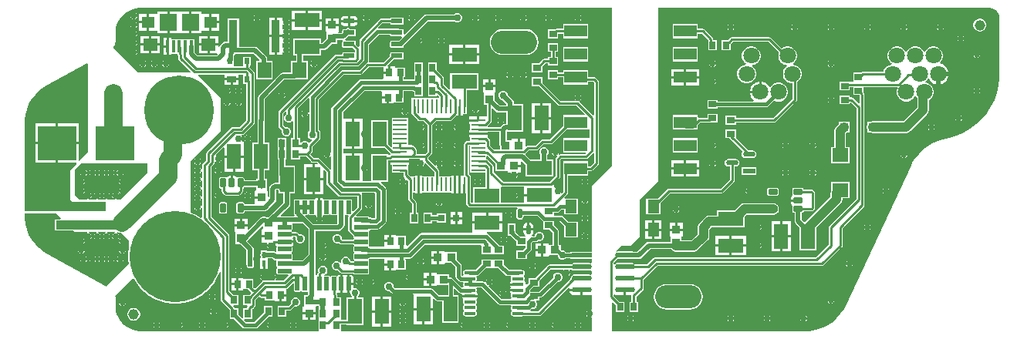
<source format=gtl>
G04*
G04 #@! TF.GenerationSoftware,Altium Limited,Altium Designer,23.2.1 (34)*
G04*
G04 Layer_Physical_Order=1*
G04 Layer_Color=255*
%FSLAX44Y44*%
%MOMM*%
G71*
G04*
G04 #@! TF.SameCoordinates,C9E59ACA-6E94-426F-9901-F0231D443E17*
G04*
G04*
G04 #@! TF.FilePolarity,Positive*
G04*
G01*
G75*
%ADD15C,0.2540*%
G04:AMPARAMS|DCode=18|XSize=1.0587mm|YSize=0.5468mm|CornerRadius=0.2734mm|HoleSize=0mm|Usage=FLASHONLY|Rotation=90.000|XOffset=0mm|YOffset=0mm|HoleType=Round|Shape=RoundedRectangle|*
%AMROUNDEDRECTD18*
21,1,1.0587,0.0000,0,0,90.0*
21,1,0.5119,0.5468,0,0,90.0*
1,1,0.5468,0.0000,0.2559*
1,1,0.5468,0.0000,-0.2559*
1,1,0.5468,0.0000,-0.2559*
1,1,0.5468,0.0000,0.2559*
%
%ADD18ROUNDEDRECTD18*%
%ADD19R,0.5468X1.0587*%
%ADD20R,0.9121X0.9581*%
G04:AMPARAMS|DCode=21|XSize=0.55mm|YSize=1.45mm|CornerRadius=0.0495mm|HoleSize=0mm|Usage=FLASHONLY|Rotation=90.000|XOffset=0mm|YOffset=0mm|HoleType=Round|Shape=RoundedRectangle|*
%AMROUNDEDRECTD21*
21,1,0.5500,1.3510,0,0,90.0*
21,1,0.4510,1.4500,0,0,90.0*
1,1,0.0990,0.6755,0.2255*
1,1,0.0990,0.6755,-0.2255*
1,1,0.0990,-0.6755,-0.2255*
1,1,0.0990,-0.6755,0.2255*
%
%ADD21ROUNDEDRECTD21*%
G04:AMPARAMS|DCode=22|XSize=0.55mm|YSize=1.45mm|CornerRadius=0.0495mm|HoleSize=0mm|Usage=FLASHONLY|Rotation=180.000|XOffset=0mm|YOffset=0mm|HoleType=Round|Shape=RoundedRectangle|*
%AMROUNDEDRECTD22*
21,1,0.5500,1.3510,0,0,180.0*
21,1,0.4510,1.4500,0,0,180.0*
1,1,0.0990,-0.2255,0.6755*
1,1,0.0990,0.2255,0.6755*
1,1,0.0990,0.2255,-0.6755*
1,1,0.0990,-0.2255,-0.6755*
%
%ADD22ROUNDEDRECTD22*%
%ADD23R,2.5000X1.3000*%
%ADD24R,0.4000X1.3500*%
%ADD25R,1.6000X1.4000*%
%ADD26R,1.4500X1.3000*%
%ADD27R,1.9000X1.9000*%
%ADD28R,1.0000X0.7000*%
%ADD29R,0.6000X0.7000*%
%ADD30R,1.3000X1.5000*%
%ADD31R,0.9000X0.7000*%
%ADD32O,1.2500X0.4000*%
%ADD33R,1.3587X0.5868*%
G04:AMPARAMS|DCode=34|XSize=1.3587mm|YSize=0.5868mm|CornerRadius=0.2934mm|HoleSize=0mm|Usage=FLASHONLY|Rotation=180.000|XOffset=0mm|YOffset=0mm|HoleType=Round|Shape=RoundedRectangle|*
%AMROUNDEDRECTD34*
21,1,1.3587,0.0000,0,0,180.0*
21,1,0.7719,0.5868,0,0,180.0*
1,1,0.5868,-0.3859,0.0000*
1,1,0.5868,0.3859,0.0000*
1,1,0.5868,0.3859,0.0000*
1,1,0.5868,-0.3859,0.0000*
%
%ADD34ROUNDEDRECTD34*%
%ADD35R,0.9000X0.9500*%
%ADD36R,2.1692X0.5821*%
G04:AMPARAMS|DCode=37|XSize=2.1692mm|YSize=0.5821mm|CornerRadius=0.2911mm|HoleSize=0mm|Usage=FLASHONLY|Rotation=0.000|XOffset=0mm|YOffset=0mm|HoleType=Round|Shape=RoundedRectangle|*
%AMROUNDEDRECTD37*
21,1,2.1692,0.0000,0,0,0.0*
21,1,1.5870,0.5821,0,0,0.0*
1,1,0.5821,0.7935,0.0000*
1,1,0.5821,-0.7935,0.0000*
1,1,0.5821,-0.7935,0.0000*
1,1,0.5821,0.7935,0.0000*
%
%ADD37ROUNDEDRECTD37*%
%ADD38R,0.7581X0.8121*%
%ADD39R,0.9000X0.8000*%
%ADD40R,0.9531X3.6031*%
%ADD41C,0.4500*%
%ADD42R,0.4000X0.7000*%
%ADD43R,1.8062X1.5544*%
%ADD44R,5.5000X1.0000*%
%ADD45R,3.0000X1.6000*%
%ADD46R,0.8000X0.8000*%
%ADD47R,4.2400X3.8100*%
G04:AMPARAMS|DCode=48|XSize=0.6mm|YSize=1mm|CornerRadius=0.051mm|HoleSize=0mm|Usage=FLASHONLY|Rotation=270.000|XOffset=0mm|YOffset=0mm|HoleType=Round|Shape=RoundedRectangle|*
%AMROUNDEDRECTD48*
21,1,0.6000,0.8980,0,0,270.0*
21,1,0.4980,1.0000,0,0,270.0*
1,1,0.1020,-0.4490,-0.2490*
1,1,0.1020,-0.4490,0.2490*
1,1,0.1020,0.4490,0.2490*
1,1,0.1020,0.4490,-0.2490*
%
%ADD48ROUNDEDRECTD48*%
G04:AMPARAMS|DCode=49|XSize=0.55mm|YSize=1.25mm|CornerRadius=0.0495mm|HoleSize=0mm|Usage=FLASHONLY|Rotation=90.000|XOffset=0mm|YOffset=0mm|HoleType=Round|Shape=RoundedRectangle|*
%AMROUNDEDRECTD49*
21,1,0.5500,1.1510,0,0,90.0*
21,1,0.4510,1.2500,0,0,90.0*
1,1,0.0990,0.5755,0.2255*
1,1,0.0990,0.5755,-0.2255*
1,1,0.0990,-0.5755,-0.2255*
1,1,0.0990,-0.5755,0.2255*
%
%ADD49ROUNDEDRECTD49*%
%ADD50R,1.6000X2.8000*%
%ADD51R,0.9581X0.9121*%
%ADD52R,0.7000X0.9000*%
%ADD53R,2.8000X1.6000*%
%ADD54R,1.5544X1.8062*%
G04:AMPARAMS|DCode=55|XSize=0.6mm|YSize=1mm|CornerRadius=0.051mm|HoleSize=0mm|Usage=FLASHONLY|Rotation=0.000|XOffset=0mm|YOffset=0mm|HoleType=Round|Shape=RoundedRectangle|*
%AMROUNDEDRECTD55*
21,1,0.6000,0.8980,0,0,0.0*
21,1,0.4980,1.0000,0,0,0.0*
1,1,0.1020,0.2490,-0.4490*
1,1,0.1020,-0.2490,-0.4490*
1,1,0.1020,-0.2490,0.4490*
1,1,0.1020,0.2490,0.4490*
%
%ADD55ROUNDEDRECTD55*%
%ADD82R,0.2800X1.5000*%
%ADD83R,1.5000X0.2800*%
%ADD84C,0.5080*%
%ADD85C,0.3810*%
%ADD86C,0.5000*%
%ADD87C,1.0000*%
%ADD88C,0.2611*%
%ADD89C,0.4468*%
%ADD90C,2.0000*%
%ADD91C,1.1520*%
%ADD92R,1.5000X1.5000*%
%ADD93C,1.8000*%
%ADD94C,7.6200*%
%ADD95C,10.0000*%
%ADD96O,5.0800X2.5400*%
%ADD97C,0.7620*%
G36*
X650000Y187500D02*
X627500Y165000D01*
Y93231D01*
X604248D01*
Y92287D01*
X599332D01*
X598045Y93574D01*
X596178Y94348D01*
X594230D01*
X593331Y95247D01*
Y100831D01*
X590987D01*
Y115750D01*
X590741Y116989D01*
X590039Y118039D01*
X585770Y122308D01*
Y126345D01*
X592377D01*
X597230Y121492D01*
Y108530D01*
X612770D01*
Y126070D01*
X601808D01*
X596007Y131872D01*
X594956Y132573D01*
X593717Y132820D01*
X585770D01*
Y135858D01*
X589180D01*
X590419Y136104D01*
X591469Y136806D01*
X594126Y139463D01*
X597230D01*
Y133930D01*
X612770D01*
Y151470D01*
X597630D01*
X597015Y152651D01*
X600601Y156237D01*
X601163Y157078D01*
X601360Y158069D01*
Y176830D01*
X623770D01*
Y182010D01*
X627100D01*
X628091Y182207D01*
X628931Y182769D01*
X634331Y188169D01*
X634893Y189009D01*
X635090Y190000D01*
Y280000D01*
X634893Y280991D01*
X634331Y281831D01*
X631831Y284331D01*
X630991Y284893D01*
X630000Y285090D01*
X623770D01*
Y292370D01*
X596230D01*
Y290090D01*
X590770D01*
Y292270D01*
X579230D01*
Y282730D01*
X590770D01*
Y284910D01*
X596230D01*
Y276830D01*
X623770D01*
Y279910D01*
X628927D01*
X629910Y278927D01*
Y243540D01*
X628640Y243014D01*
X614022Y257632D01*
X614124Y258833D01*
X614271Y259109D01*
X614658Y259270D01*
X615730Y260342D01*
X616098Y261230D01*
X608902D01*
X609270Y260342D01*
X609602Y260010D01*
X609076Y258740D01*
X592923D01*
X573270Y278393D01*
Y285270D01*
X561730D01*
Y274730D01*
X569608D01*
X590019Y254319D01*
X590859Y253757D01*
X591850Y253560D01*
X610769D01*
X619986Y244343D01*
X619500Y243170D01*
X596230D01*
Y231292D01*
X581275Y216337D01*
X573316D01*
X572325Y216140D01*
X571485Y215579D01*
X565702Y209796D01*
X557419D01*
X556428Y209599D01*
X555871Y209226D01*
X554601Y209671D01*
Y217101D01*
X548540D01*
Y210000D01*
X546000D01*
Y217101D01*
X539939D01*
Y216124D01*
X538791Y215831D01*
Y215831D01*
X534135D01*
Y224730D01*
X552020D01*
Y255270D01*
X541967D01*
Y256918D01*
X541671Y258404D01*
X540829Y259665D01*
X535080Y265414D01*
Y266010D01*
X534307Y267878D01*
X532878Y269307D01*
X531011Y270080D01*
X528989D01*
X527122Y269307D01*
X525693Y267878D01*
X524920Y266010D01*
Y263990D01*
X525693Y262122D01*
X527122Y260693D01*
X528989Y259920D01*
X529586D01*
X533117Y256390D01*
X533480Y255270D01*
X533480D01*
Y253844D01*
X526822D01*
X520831Y259835D01*
Y266399D01*
X520831Y266521D01*
X521124Y267669D01*
X522101D01*
Y273730D01*
X515000D01*
X507899D01*
Y267669D01*
X508876D01*
X509169Y266521D01*
X509169Y266399D01*
Y254399D01*
X512410D01*
Y241440D01*
X504270D01*
Y237500D01*
X503000D01*
Y236230D01*
X492960D01*
Y233560D01*
X494230D01*
Y226440D01*
X492960D01*
Y223770D01*
X513040D01*
Y224910D01*
X526365D01*
Y210747D01*
X526661Y209261D01*
X526669Y209248D01*
Y205489D01*
X520161D01*
X515884Y209767D01*
Y215057D01*
X515687Y216048D01*
X515125Y216889D01*
X513040Y218974D01*
Y221230D01*
X492960D01*
Y218560D01*
X494230D01*
Y215090D01*
X491488D01*
X490497Y214893D01*
X489657Y214331D01*
X488169Y212843D01*
X487607Y212003D01*
X487410Y211012D01*
Y177351D01*
X487155Y177040D01*
X483770D01*
Y167000D01*
Y156960D01*
X486230D01*
Y167000D01*
X488770D01*
Y156960D01*
X489316D01*
Y145946D01*
X489513Y144955D01*
X490075Y144114D01*
X491810Y142379D01*
X492651Y141817D01*
X493642Y141620D01*
X527552D01*
X528543Y141817D01*
X528619Y141868D01*
X545630D01*
X546015Y140598D01*
X545843Y140483D01*
X544958Y139159D01*
X544647Y137596D01*
Y132478D01*
X544958Y130915D01*
X545843Y129591D01*
X547168Y128706D01*
X548730Y128395D01*
X550292Y128706D01*
X551617Y129591D01*
X552502Y130915D01*
X552813Y132478D01*
Y133033D01*
X567399D01*
X573138Y127293D01*
X574188Y126592D01*
X574230Y126583D01*
Y117730D01*
X581192D01*
X584513Y114409D01*
Y100831D01*
X581331D01*
X581209Y100831D01*
X580061Y101124D01*
Y102101D01*
X574000D01*
Y95000D01*
X572730D01*
D01*
X574000D01*
Y87899D01*
X580061D01*
Y88876D01*
X581209Y89169D01*
X581331Y89169D01*
X590088D01*
Y88257D01*
X590861Y86390D01*
X592290Y84961D01*
X594157Y84188D01*
X596178D01*
X598045Y84961D01*
X598897Y85813D01*
X604248D01*
Y84869D01*
X627500D01*
Y80767D01*
X626230Y80088D01*
X625930Y80288D01*
X624299Y80613D01*
X608429D01*
X606798Y80288D01*
X605415Y79364D01*
X605131Y78940D01*
X581350D01*
X580359Y78743D01*
X579519Y78181D01*
X565669Y64331D01*
X565474Y64040D01*
X558500D01*
Y59078D01*
X556295Y56873D01*
X555050Y57424D01*
X554777Y58796D01*
X553773Y60298D01*
X553513Y61999D01*
X553580Y62099D01*
X553834Y63375D01*
X553580Y64651D01*
X552858Y65732D01*
X552777Y65786D01*
Y67314D01*
X552858Y67368D01*
X553580Y68449D01*
X553834Y69725D01*
X553580Y71001D01*
X552858Y72083D01*
X551776Y72805D01*
X550500Y73059D01*
X547450D01*
X546250Y73298D01*
X536755D01*
X530770Y79283D01*
Y84770D01*
X519230D01*
Y84770D01*
X518270D01*
Y84770D01*
X506730D01*
Y79808D01*
X499921Y72999D01*
X498304D01*
X498000Y73059D01*
X489500D01*
X488224Y72805D01*
X487142Y72083D01*
X486420Y71001D01*
X486166Y69725D01*
X486420Y68449D01*
X486799Y67882D01*
X486161Y66612D01*
X484783D01*
X484447Y66948D01*
Y77790D01*
X484201Y79029D01*
X483499Y80079D01*
X479270Y84308D01*
Y92437D01*
X467270D01*
X467149Y92437D01*
X466000Y92730D01*
Y93707D01*
X459939D01*
Y86606D01*
Y79505D01*
X466000D01*
Y80482D01*
X467149Y80775D01*
X467270Y80775D01*
X473647D01*
X477973Y76449D01*
Y65607D01*
X478219Y64368D01*
X478921Y63318D01*
X481153Y61086D01*
X482203Y60384D01*
X483442Y60138D01*
X486161D01*
X486799Y58868D01*
X486420Y58301D01*
X486166Y57025D01*
X486420Y55749D01*
X486774Y55219D01*
X486106Y53949D01*
X484880D01*
X475289Y63539D01*
X474239Y64241D01*
X473000Y64487D01*
X470831D01*
Y68331D01*
X458831D01*
X458709Y68331D01*
X457561Y68624D01*
Y69601D01*
X451500D01*
Y62500D01*
Y55399D01*
X457561D01*
Y56376D01*
X458709Y56669D01*
X458831Y56669D01*
X469763D01*
Y45270D01*
X466468D01*
X466155Y45332D01*
X459621D01*
X452664Y52289D01*
X451614Y52991D01*
X450375Y53237D01*
X411341D01*
X410080Y54498D01*
Y56010D01*
X409307Y57878D01*
X407878Y59307D01*
X406011Y60080D01*
X403989D01*
X402122Y59307D01*
X400693Y57878D01*
X399920Y56010D01*
Y53990D01*
X400693Y52122D01*
X402122Y50693D01*
X403989Y49920D01*
X405502D01*
X407711Y47711D01*
X408761Y47009D01*
X410000Y46763D01*
X431032D01*
X432210Y46540D01*
Y31270D01*
X442750D01*
X453290D01*
Y40848D01*
X454463Y41334D01*
X455991Y39806D01*
X457041Y39104D01*
X458280Y38858D01*
X462980D01*
Y14730D01*
X481520D01*
Y45270D01*
X476237D01*
Y51775D01*
X477411Y52261D01*
X481250Y48422D01*
X482300Y47721D01*
X483539Y47474D01*
X484797D01*
X485396Y46354D01*
X485223Y46096D01*
X485124Y45595D01*
X493750D01*
X502376D01*
X502277Y46096D01*
X501273Y47598D01*
X501013Y49299D01*
X501080Y49399D01*
X501334Y50675D01*
X501080Y51951D01*
X500701Y52518D01*
X501339Y53788D01*
X506397D01*
X524498Y35686D01*
X525549Y34984D01*
X526787Y34738D01*
X538661D01*
X539299Y33468D01*
X538920Y32901D01*
X538666Y31625D01*
X538920Y30349D01*
X539642Y29267D01*
X539723Y29214D01*
Y27686D01*
X539642Y27633D01*
X538920Y26551D01*
X538666Y25275D01*
X538920Y23999D01*
X539642Y22917D01*
X540724Y22195D01*
X542000Y21941D01*
X550500D01*
X551776Y22195D01*
X552510Y22685D01*
X570054D01*
X571045Y22882D01*
X571885Y23444D01*
X602268Y53827D01*
X603294Y53077D01*
X603124Y52220D01*
X616364D01*
Y50950D01*
X617634D01*
Y45393D01*
X624299D01*
X626230Y45777D01*
X627500Y45201D01*
Y29463D01*
X626270Y28641D01*
Y25000D01*
Y21359D01*
X627500Y20537D01*
Y6028D01*
X353249D01*
X352270Y6730D01*
Y13140D01*
X358480D01*
Y12230D01*
X377020D01*
Y42770D01*
X371207D01*
X370689Y44040D01*
X371751Y45103D01*
X372524Y46970D01*
Y48991D01*
X371751Y50858D01*
X370322Y52287D01*
X368455Y53060D01*
X366434D01*
X365849Y53451D01*
Y56480D01*
X361770D01*
Y47901D01*
X362365D01*
Y46970D01*
X363138Y45103D01*
X364201Y44040D01*
X363682Y42770D01*
X358480D01*
Y18320D01*
X353139D01*
X352270Y19230D01*
Y30770D01*
X352270D01*
Y31730D01*
X352270D01*
Y43270D01*
X347915D01*
Y45810D01*
X347718Y46801D01*
X347556Y47043D01*
X347706Y47514D01*
X349061Y48136D01*
X350245Y47901D01*
X351230D01*
Y57750D01*
Y67600D01*
X350245D01*
X349061Y67364D01*
X348057Y66693D01*
X347625Y66047D01*
X347444Y66168D01*
X346755Y66305D01*
X342245D01*
X341556Y66168D01*
X340973Y65778D01*
X340027D01*
X339444Y66168D01*
X338755Y66305D01*
X334245D01*
X334036Y66263D01*
X333665Y67484D01*
X335378Y68193D01*
X336807Y69622D01*
X337580Y71490D01*
Y73510D01*
X336807Y75378D01*
X335378Y76807D01*
X333511Y77580D01*
X331489D01*
X329622Y76807D01*
X328193Y75378D01*
X327420Y73510D01*
Y71490D01*
X327539Y71202D01*
X326669Y70331D01*
X326107Y69491D01*
X325910Y68500D01*
Y67447D01*
X325655Y67307D01*
X324385Y68058D01*
Y88625D01*
Y115615D01*
X349524D01*
X351011Y115911D01*
X352271Y116753D01*
X355247Y119729D01*
X356089Y120989D01*
X356385Y122476D01*
Y133088D01*
X357506Y133801D01*
X357655Y133813D01*
X358245Y133695D01*
X360285D01*
X360771Y132522D01*
X360669Y132420D01*
X360107Y131580D01*
X359910Y130589D01*
Y117500D01*
X360107Y116509D01*
X360669Y115669D01*
X364689Y111649D01*
X365529Y111087D01*
X366195Y110955D01*
Y109745D01*
X366332Y109056D01*
X366722Y108472D01*
Y107669D01*
X365920Y106590D01*
X353497D01*
X353476Y106610D01*
Y108511D01*
X352703Y110378D01*
X351274Y111807D01*
X349407Y112580D01*
X347385D01*
X345518Y111807D01*
X344089Y110378D01*
X343316Y108511D01*
Y106490D01*
X344089Y104622D01*
X345518Y103193D01*
X347385Y102420D01*
X349407D01*
X350068Y102694D01*
X350593Y102169D01*
X351433Y101607D01*
X352424Y101410D01*
X366262D01*
X366332Y101056D01*
X366722Y100472D01*
Y99528D01*
X366332Y98944D01*
X366195Y98255D01*
Y93745D01*
X366332Y93056D01*
X366722Y92472D01*
Y91528D01*
X366332Y90944D01*
X366195Y90255D01*
Y85745D01*
X366332Y85056D01*
X366722Y84473D01*
Y83669D01*
X365920Y82590D01*
X362580D01*
Y83511D01*
X361807Y85378D01*
X360378Y86807D01*
X358511Y87580D01*
X356489D01*
X354622Y86807D01*
X353193Y85378D01*
X352420Y83511D01*
Y81560D01*
X352225Y81386D01*
X351293Y80891D01*
X350378Y81807D01*
X348511Y82580D01*
X346489D01*
X344622Y81807D01*
X343193Y80378D01*
X342420Y78510D01*
Y76490D01*
X343193Y74622D01*
X344622Y73193D01*
X346489Y72420D01*
X348511D01*
X348798Y72539D01*
X351169Y70169D01*
X352009Y69607D01*
X353000Y69410D01*
X366262D01*
X366332Y69056D01*
X366722Y68472D01*
X367306Y68082D01*
X367995Y67945D01*
X381505D01*
X382194Y68082D01*
X382777Y68472D01*
X383168Y69056D01*
X383305Y69745D01*
Y74255D01*
X383168Y74944D01*
X382777Y75528D01*
Y76473D01*
X383168Y77056D01*
X383305Y77745D01*
Y82255D01*
X383168Y82944D01*
X382777Y83527D01*
Y84473D01*
X383168Y85056D01*
X383209Y85264D01*
X383649Y85558D01*
X398631D01*
X399899Y85555D01*
X399899Y84288D01*
Y80224D01*
X406230D01*
Y78954D01*
X407500D01*
Y72354D01*
X412561D01*
Y73330D01*
X413709Y73623D01*
X413831Y73624D01*
X423831D01*
Y84285D01*
X422343D01*
Y85558D01*
X427877D01*
X429244Y85830D01*
X430403Y86604D01*
X444488Y100689D01*
X505882D01*
X506730Y99770D01*
Y90230D01*
X518270D01*
X518270Y90230D01*
X519230D01*
Y90230D01*
X519540Y90230D01*
X530770D01*
Y99770D01*
X526141D01*
X526035Y100303D01*
X525261Y101462D01*
X514197Y112526D01*
X513037Y113301D01*
X512338Y113440D01*
X512463Y114710D01*
X529040D01*
Y123980D01*
X512500D01*
X495960D01*
Y114843D01*
X495960Y114710D01*
X495639Y113573D01*
X440631D01*
X439264Y113301D01*
X438105Y112526D01*
X424997Y99419D01*
X423831Y100049D01*
Y110331D01*
X413709D01*
Y110331D01*
X412561Y110624D01*
Y111601D01*
X407500D01*
Y105000D01*
X406230D01*
Y103730D01*
X399899D01*
Y98442D01*
X383649D01*
X383209Y98736D01*
X383168Y98944D01*
X382777Y99528D01*
Y100472D01*
X383168Y101056D01*
X383305Y101745D01*
Y106255D01*
X383168Y106944D01*
X382777Y107528D01*
Y108473D01*
X383168Y109056D01*
X383305Y109745D01*
Y114255D01*
X383168Y114944D01*
X382777Y115527D01*
Y115803D01*
X383728Y116943D01*
X385095Y117215D01*
X385608Y117558D01*
X392641D01*
X394008Y117830D01*
X395167Y118604D01*
X401146Y124583D01*
X401921Y125743D01*
X402192Y127110D01*
Y161263D01*
X401921Y162630D01*
X401146Y163789D01*
X396379Y168557D01*
X396865Y169730D01*
X404020D01*
Y193870D01*
X406313D01*
X406435Y193770D01*
X427040D01*
Y194910D01*
X438580D01*
X438832Y193640D01*
X437842Y193230D01*
X436770Y192158D01*
X436402Y191270D01*
X440000D01*
Y190000D01*
X441270D01*
Y186402D01*
X442158Y186770D01*
X443230Y187842D01*
X443810Y189242D01*
Y190071D01*
X445080Y190597D01*
X454910Y180767D01*
Y175770D01*
X441440D01*
Y177040D01*
X438770D01*
Y167000D01*
Y156960D01*
X441440D01*
Y158230D01*
X473560D01*
Y156960D01*
X476230D01*
Y167000D01*
Y177040D01*
X473560D01*
Y175770D01*
X460090D01*
Y181839D01*
X459893Y182831D01*
X459331Y183671D01*
X457440Y185562D01*
X458160Y186638D01*
X458730Y186402D01*
Y188730D01*
X456402D01*
X456638Y188160D01*
X455562Y187440D01*
X448096Y194906D01*
Y196427D01*
X451831Y200163D01*
X452393Y201003D01*
X452590Y201994D01*
Y232439D01*
X456826Y236676D01*
X471617D01*
X472608Y236873D01*
X473448Y237434D01*
X478974Y242960D01*
X481230D01*
Y253000D01*
X483770D01*
Y242960D01*
X486440D01*
Y244230D01*
X490170D01*
Y261770D01*
X490090D01*
Y270980D01*
X502770D01*
Y289520D01*
X472230D01*
Y271580D01*
X470960Y271054D01*
X464940Y277074D01*
Y284242D01*
X464743Y285233D01*
X464181Y286073D01*
X458575Y291679D01*
X458298Y291865D01*
X457270Y292892D01*
Y300770D01*
X447730D01*
Y289540D01*
X447730Y289230D01*
X447730D01*
Y288270D01*
X447730D01*
Y277040D01*
X447730Y276730D01*
X447730D01*
Y275770D01*
X447730D01*
Y264230D01*
X457270D01*
Y264520D01*
X458443Y265006D01*
X459780Y263669D01*
Y261770D01*
X429830D01*
Y244230D01*
X430197D01*
X430237Y244028D01*
X430799Y243187D01*
X436552Y237434D01*
X437392Y236873D01*
X438383Y236676D01*
X443174D01*
X447410Y232439D01*
Y203067D01*
X444433Y200090D01*
X435090D01*
Y205000D01*
X434893Y205991D01*
X434331Y206831D01*
X431831Y209331D01*
X430991Y209893D01*
X430000Y210090D01*
X425770D01*
Y219830D01*
Y229830D01*
Y240170D01*
X408230D01*
Y229830D01*
Y219830D01*
Y208342D01*
X407057Y207856D01*
X404020Y210893D01*
Y237770D01*
X385480D01*
Y207230D01*
X400358D01*
X406394Y201194D01*
X406381Y200669D01*
X406212Y199886D01*
X406110Y199725D01*
X405521Y199331D01*
X405290Y199100D01*
X404020Y199171D01*
Y200270D01*
X385480D01*
Y170815D01*
X375790D01*
Y180554D01*
X376230Y180848D01*
Y185000D01*
Y189152D01*
X375790Y189446D01*
Y201540D01*
X366520D01*
Y185000D01*
X363980D01*
Y201540D01*
X354710D01*
X354698Y202805D01*
Y204695D01*
X354710Y205960D01*
X355968Y205960D01*
X363980D01*
Y222500D01*
Y239040D01*
X354710Y239040D01*
X354698Y240305D01*
Y246530D01*
X378097Y269929D01*
X396473D01*
X397399Y269101D01*
X397399Y268659D01*
Y263770D01*
X403730D01*
Y262500D01*
X405000D01*
Y255899D01*
X410061D01*
Y256876D01*
X411209Y257169D01*
X411331Y257169D01*
X421331D01*
Y267831D01*
X421073D01*
Y269929D01*
X430266D01*
X430456Y269739D01*
X431615Y268965D01*
X432730Y268743D01*
Y264230D01*
X442270D01*
Y275770D01*
X442270Y275770D01*
Y276730D01*
X442270D01*
X442270Y277040D01*
Y288270D01*
X442270D01*
Y289230D01*
X442270D01*
Y300770D01*
X432730D01*
Y289230D01*
X432730D01*
Y288270D01*
X432730D01*
Y282813D01*
X421073D01*
Y284669D01*
X422601D01*
Y295331D01*
X412479D01*
Y295331D01*
X411331Y295624D01*
Y296601D01*
X406270D01*
Y290000D01*
X405000D01*
Y288730D01*
X398669D01*
Y283399D01*
X397642Y282813D01*
X374240D01*
X372873Y282541D01*
X371714Y281767D01*
X342861Y252913D01*
X342086Y251754D01*
X341814Y250387D01*
Y202733D01*
X341422Y202525D01*
X340544Y202344D01*
X339658Y203230D01*
X338770Y203598D01*
Y200000D01*
Y196402D01*
X339658Y196770D01*
X340544Y197656D01*
X341422Y197475D01*
X341814Y197267D01*
Y184300D01*
X340544Y183819D01*
X328704Y195660D01*
X327864Y196221D01*
X326873Y196418D01*
X322244D01*
X318662Y200000D01*
X320681Y202019D01*
X321243Y202859D01*
X321440Y203850D01*
Y208927D01*
X328921Y216409D01*
X329483Y217249D01*
X329680Y218240D01*
Y224390D01*
X329483Y225381D01*
X328921Y226221D01*
X327775Y227368D01*
Y260326D01*
X355319Y287870D01*
X373523D01*
X374514Y288067D01*
X375354Y288629D01*
X382604Y295879D01*
X398669D01*
Y291270D01*
X403730D01*
Y296912D01*
X403333Y297871D01*
X409858Y304396D01*
X419505D01*
X420194Y304532D01*
X420778Y304923D01*
X421168Y305506D01*
X421305Y306195D01*
Y310705D01*
X421168Y311394D01*
X420778Y311978D01*
X420194Y312368D01*
X419505Y312505D01*
X407995D01*
X407306Y312368D01*
X406722Y311978D01*
X406332Y311394D01*
X406195Y310705D01*
Y308058D01*
X399196Y301059D01*
X383599D01*
X382615Y302328D01*
X382682Y302669D01*
Y320604D01*
X393841Y331763D01*
X406195D01*
Y331595D01*
X406332Y330906D01*
X406722Y330322D01*
X407306Y329932D01*
X407995Y329795D01*
X418663D01*
X419189Y328526D01*
X415868Y325205D01*
X407995D01*
X407306Y325068D01*
X406722Y324678D01*
X406332Y324094D01*
X406195Y323405D01*
Y318895D01*
X406332Y318206D01*
X406722Y317623D01*
X407306Y317232D01*
X407995Y317096D01*
X419505D01*
X420194Y317232D01*
X420778Y317623D01*
X421168Y318206D01*
X421305Y318895D01*
Y319769D01*
X447692Y346156D01*
X476660D01*
X477122Y345693D01*
X478989Y344920D01*
X481011D01*
X482878Y345693D01*
X484307Y347122D01*
X485080Y348989D01*
Y351011D01*
X484307Y352878D01*
X482878Y354307D01*
X481011Y355080D01*
X478989D01*
X477122Y354307D01*
X476660Y353844D01*
X446100D01*
X446100Y353844D01*
X444629Y353551D01*
X443382Y352718D01*
X422575Y331911D01*
X421305Y332437D01*
Y336105D01*
X421168Y336794D01*
X420778Y337378D01*
X420194Y337768D01*
X419505Y337905D01*
X416368D01*
X416239Y337991D01*
X415000Y338237D01*
X393696D01*
X393170Y339507D01*
X397623Y343960D01*
X406262D01*
X406332Y343606D01*
X406722Y343022D01*
X407306Y342632D01*
X407995Y342495D01*
X419505D01*
X420194Y342632D01*
X420778Y343022D01*
X421168Y343606D01*
X421305Y344295D01*
Y348805D01*
X421168Y349494D01*
X420778Y350078D01*
X420194Y350468D01*
X419505Y350605D01*
X407995D01*
X407306Y350468D01*
X406722Y350078D01*
X406332Y349494D01*
X406262Y349140D01*
X396550D01*
X395559Y348943D01*
X394719Y348381D01*
X373169Y326831D01*
X372607Y325991D01*
X372410Y325000D01*
Y319011D01*
X372048Y318698D01*
X371140Y318422D01*
X368805Y320758D01*
Y323405D01*
X368668Y324094D01*
X368278Y324678D01*
X367694Y325068D01*
X367005Y325205D01*
X357113D01*
X356728Y326475D01*
X357279Y326843D01*
X360232Y329795D01*
X367005D01*
X367694Y329932D01*
X368278Y330322D01*
X368668Y330906D01*
X368805Y331595D01*
Y336105D01*
X368668Y336794D01*
X368278Y337378D01*
X367694Y337768D01*
X367005Y337905D01*
X362439D01*
X361471Y338551D01*
X360000Y338844D01*
X358529Y338551D01*
X357561Y337905D01*
X355495D01*
X354806Y337768D01*
X354222Y337378D01*
X353832Y336794D01*
X353695Y336105D01*
Y334132D01*
X352968Y333405D01*
X349507D01*
X349309Y333669D01*
X349601Y334939D01*
X349601D01*
Y341000D01*
X342500D01*
X335399D01*
Y334939D01*
X336376D01*
X336669Y333791D01*
X336669Y333669D01*
Y327105D01*
X331979Y322415D01*
X330270D01*
Y327020D01*
X299730D01*
Y308480D01*
X302915D01*
Y302801D01*
X297717D01*
Y289813D01*
X288469D01*
X288469Y289813D01*
X286998Y289520D01*
X285751Y288687D01*
X262282Y265218D01*
X261449Y263971D01*
X261156Y262500D01*
X261156Y262500D01*
Y238757D01*
X260906Y237500D01*
Y212770D01*
X255230D01*
Y182230D01*
X261156D01*
Y173331D01*
X259169D01*
Y171854D01*
X246305D01*
Y173240D01*
X246167Y173934D01*
X245773Y174523D01*
X245184Y174917D01*
X244490Y175055D01*
X239510D01*
X238815Y174917D01*
X237340Y175253D01*
X237280Y175302D01*
X237189Y175439D01*
X236180Y176113D01*
X234990Y176350D01*
X233770D01*
Y168750D01*
X231230D01*
Y176350D01*
X230010D01*
X228820Y176113D01*
X227811Y175439D01*
X227720Y175302D01*
X227660Y175253D01*
X226185Y174917D01*
X225490Y175055D01*
X220510D01*
X219816Y174917D01*
X219227Y174523D01*
X218833Y173934D01*
X218695Y173240D01*
Y164260D01*
X218833Y163566D01*
X219227Y162977D01*
X219816Y162583D01*
X220510Y162445D01*
X221458D01*
Y159940D01*
X221655Y158949D01*
X222217Y158109D01*
X224657Y155669D01*
X225497Y155107D01*
X226488Y154910D01*
X240000D01*
X240991Y155107D01*
X241831Y155669D01*
X243831Y157669D01*
X244393Y158509D01*
X244590Y159500D01*
Y162465D01*
X245184Y162583D01*
X245773Y162977D01*
X246167Y163566D01*
X246286Y164166D01*
X259169D01*
Y161331D01*
X259169Y161209D01*
X258876Y160061D01*
X257899D01*
Y154000D01*
X265000D01*
Y151460D01*
X257899D01*
Y145399D01*
X256739Y145135D01*
X246305D01*
Y145740D01*
X246167Y146434D01*
X245773Y147023D01*
X245184Y147417D01*
X244490Y147555D01*
X239510D01*
X238815Y147417D01*
X238227Y147023D01*
X237833Y146434D01*
X237695Y145740D01*
Y136760D01*
X237833Y136066D01*
X238227Y135477D01*
X238815Y135083D01*
X239510Y134945D01*
X244490D01*
X245184Y135083D01*
X245773Y135477D01*
X246167Y136066D01*
X246305Y136760D01*
Y137365D01*
X268260D01*
X269746Y137661D01*
X271006Y138503D01*
X280247Y147744D01*
X281089Y149004D01*
X281385Y150491D01*
Y160891D01*
X281601Y161107D01*
X283350D01*
X283405Y161040D01*
X283480Y160665D01*
Y157230D01*
X286915D01*
X287290Y157155D01*
X287665Y157230D01*
X288865D01*
Y146859D01*
X272837Y130831D01*
X270994D01*
X270607Y131089D01*
X269121Y131385D01*
X266500D01*
X265013Y131089D01*
X263753Y130247D01*
X250774Y117268D01*
X249601Y117754D01*
Y121000D01*
X242500D01*
X235399D01*
Y114939D01*
X236376D01*
X236669Y113791D01*
X236669D01*
Y101669D01*
X240253D01*
X241013Y101161D01*
X242052Y100955D01*
X248615Y94391D01*
Y89007D01*
X248365Y87750D01*
Y80250D01*
X248661Y78763D01*
X248875Y78443D01*
Y77669D01*
X248875Y77669D01*
X249278Y76697D01*
X249278Y76697D01*
X250197Y75778D01*
X251169Y75375D01*
X251169Y75375D01*
X255250D01*
X256222Y75778D01*
X256625Y76750D01*
Y83750D01*
X256222Y84722D01*
X256135Y84758D01*
Y86243D01*
X256385Y87500D01*
Y96000D01*
X256089Y97487D01*
X255247Y98747D01*
X249244Y104750D01*
X265496Y121002D01*
X266669Y120516D01*
Y118831D01*
X266669Y118709D01*
X266376Y117561D01*
X265399D01*
Y111500D01*
X272500D01*
Y108960D01*
X265399D01*
Y102899D01*
X270852D01*
X271551Y101629D01*
X271402Y101270D01*
X279102D01*
X279527Y101988D01*
X280401Y101745D01*
X280636Y100561D01*
X281307Y99557D01*
X281954Y99125D01*
X281832Y98944D01*
X281695Y98255D01*
Y93745D01*
X281708Y93683D01*
X280565Y92919D01*
X279937Y93339D01*
X278450Y93635D01*
X271020D01*
Y94520D01*
X264480D01*
Y91714D01*
X264161Y91237D01*
X263865Y89750D01*
X264161Y88263D01*
X264480Y87786D01*
Y86290D01*
X263210D01*
Y74210D01*
X272290D01*
Y85865D01*
X276841D01*
X277953Y84753D01*
X279213Y83911D01*
X280700Y83615D01*
X280770D01*
X280943Y83506D01*
X281713Y82345D01*
X281695Y82255D01*
Y77745D01*
X281832Y77056D01*
X282222Y76473D01*
Y75528D01*
X281832Y74944D01*
X281695Y74255D01*
Y69745D01*
X281832Y69056D01*
X282222Y68472D01*
X282806Y68082D01*
X283495Y67945D01*
X294175D01*
X294661Y66772D01*
X289129Y61241D01*
X280925D01*
X280399Y62510D01*
X280730Y62842D01*
X281098Y63730D01*
X273902D01*
X274270Y62842D01*
X274601Y62510D01*
X274075Y61241D01*
X270925D01*
X270399Y62510D01*
X270730Y62842D01*
X271098Y63730D01*
X263902D01*
X264270Y62842D01*
X265342Y61770D01*
X265622Y61654D01*
X265792Y61263D01*
X265851Y60185D01*
X258602Y52936D01*
X256778D01*
X256331Y53383D01*
Y62831D01*
X246331D01*
X246209Y62831D01*
X245061Y63124D01*
Y64101D01*
X240000D01*
Y57500D01*
Y50899D01*
X245061D01*
Y51876D01*
X246209Y52169D01*
X246331Y52169D01*
X250117D01*
X253127Y49159D01*
X253137Y47471D01*
X251436Y45770D01*
X245230D01*
Y34230D01*
X249417D01*
X249870Y32960D01*
X249496Y32400D01*
X249296Y31395D01*
Y30770D01*
X245230D01*
Y20619D01*
X243960Y20093D01*
X239770Y24283D01*
Y30770D01*
X235388D01*
X235232Y31557D01*
X234662Y32409D01*
X234015Y33057D01*
X234501Y34230D01*
X239770D01*
Y45770D01*
X233944D01*
X229533Y50181D01*
Y110895D01*
X229333Y111900D01*
X228764Y112752D01*
X210126Y131389D01*
Y186412D01*
X212971Y189258D01*
X213541Y190110D01*
X213741Y191115D01*
Y191575D01*
X215011Y192101D01*
X215342Y191770D01*
X216230Y191402D01*
Y195000D01*
Y198598D01*
X215778Y198411D01*
X215059Y199487D01*
X223287Y207715D01*
X224460Y207229D01*
Y198770D01*
X235000D01*
X245540D01*
Y214040D01*
X243724D01*
X243198Y215310D01*
X243230Y215342D01*
X243598Y216230D01*
X240000D01*
Y218770D01*
X243598D01*
X243230Y219658D01*
X242899Y219989D01*
X243425Y221259D01*
X243885D01*
X244890Y221459D01*
X245742Y222029D01*
X256932Y233219D01*
X257502Y234071D01*
X257701Y235075D01*
Y280805D01*
Y288943D01*
X257502Y289948D01*
X256932Y290800D01*
X252066Y295667D01*
X252126Y295970D01*
Y297730D01*
X253770D01*
Y307270D01*
X245230D01*
Y297730D01*
X244235Y297066D01*
X235765D01*
X234770Y297730D01*
Y303129D01*
X234844Y303500D01*
X234844Y303500D01*
Y308528D01*
X235536Y309563D01*
X235561Y309693D01*
X236516Y310641D01*
X236516Y310641D01*
X256423D01*
X262993Y304071D01*
X262467Y302801D01*
X259199D01*
Y282199D01*
X277283D01*
Y302801D01*
X271344D01*
Y305000D01*
X271051Y306471D01*
X270218Y307718D01*
X270218Y307718D01*
X260734Y317202D01*
X259487Y318036D01*
X258016Y318328D01*
X258015Y318328D01*
X240286D01*
Y349286D01*
X228214D01*
Y329421D01*
X228141Y329050D01*
X228141Y329050D01*
Y323844D01*
X225429D01*
X223958Y323551D01*
X222711Y322718D01*
X222711Y322718D01*
X221173Y321180D01*
X219782Y319789D01*
X218949Y318542D01*
X218810Y317845D01*
X217540Y317970D01*
Y319470D01*
X208270D01*
Y311200D01*
X216468D01*
X216994Y309930D01*
X215908Y308844D01*
X194855D01*
X191844Y311855D01*
Y318490D01*
X191551Y319961D01*
X191270Y320382D01*
Y326510D01*
X166540D01*
Y327780D01*
X163270D01*
Y318490D01*
X162000D01*
D01*
X163270D01*
Y309200D01*
X166540D01*
Y310470D01*
X173069D01*
Y310107D01*
X173268Y309102D01*
X173683Y308481D01*
Y305721D01*
X173883Y304717D01*
X174453Y303865D01*
X187144Y291173D01*
X186658Y290000D01*
X130000D01*
X102495Y317505D01*
X103831Y319774D01*
X103944Y320099D01*
X104097Y320407D01*
X104789Y322948D01*
X104808Y323206D01*
X104875Y323457D01*
X104963Y324773D01*
X104951Y324860D01*
X104968Y324945D01*
X104968Y333508D01*
X104968Y335308D01*
X105439Y338879D01*
X106371Y342358D01*
X107750Y345686D01*
X109551Y348805D01*
X111743Y351663D01*
X114290Y354210D01*
X117148Y356402D01*
X120267Y358203D01*
X123595Y359581D01*
X127074Y360513D01*
X130645Y360984D01*
X132446Y360984D01*
X220993D01*
X650000Y360984D01*
Y187500D01*
D02*
G37*
G36*
X353802Y325287D02*
X354068Y324447D01*
X353832Y324094D01*
X353695Y323405D01*
Y318895D01*
X353832Y318206D01*
X354222Y317623D01*
X354806Y317232D01*
X355495Y317096D01*
X365142D01*
X367450Y314787D01*
Y312870D01*
X367005Y312505D01*
X355495D01*
X354806Y312368D01*
X354222Y311978D01*
X353832Y311394D01*
X353695Y310705D01*
Y309921D01*
X347331D01*
X346340Y309724D01*
X345500Y309162D01*
X284221Y247883D01*
X283659Y247043D01*
X283462Y246052D01*
Y231448D01*
X283659Y230457D01*
X284221Y229617D01*
X287539Y226298D01*
X287420Y226010D01*
Y223990D01*
X288193Y222122D01*
X289622Y220693D01*
X291490Y219920D01*
X293510D01*
X295378Y220693D01*
X296807Y222122D01*
X297580Y223990D01*
Y226010D01*
X296807Y227878D01*
X295378Y229307D01*
X293510Y230080D01*
X291490D01*
X291202Y229961D01*
X288642Y232521D01*
Y244979D01*
X291237Y247574D01*
X292410Y247088D01*
Y244426D01*
X292122Y244307D01*
X290693Y242878D01*
X289920Y241010D01*
Y238990D01*
X290693Y237122D01*
X292122Y235693D01*
X293990Y234920D01*
X296010D01*
X297878Y235693D01*
X298640Y236456D01*
X299910Y235930D01*
Y218270D01*
X297730D01*
Y206730D01*
X297730D01*
Y205770D01*
X297730D01*
Y194230D01*
X307270D01*
Y197410D01*
X313927D01*
X319340Y191997D01*
X320180Y191436D01*
X321171Y191239D01*
X325800D01*
X326825Y190213D01*
X326339Y189040D01*
X323520D01*
Y173770D01*
X332790D01*
Y182589D01*
X333963Y183076D01*
X336464Y180575D01*
Y168656D01*
X336661Y167665D01*
X337222Y166825D01*
X349403Y154644D01*
X350243Y154083D01*
X351234Y153886D01*
X370509D01*
Y142260D01*
X365728Y137479D01*
X364554Y137965D01*
Y149005D01*
X364418Y149694D01*
X364027Y150278D01*
X363444Y150668D01*
X362755Y150805D01*
X358245D01*
X357556Y150668D01*
X356973Y150278D01*
X356027D01*
X355444Y150668D01*
X354755Y150805D01*
X350245D01*
X349556Y150668D01*
X348973Y150278D01*
X348027D01*
X347444Y150668D01*
X346755Y150805D01*
X342245D01*
X341556Y150668D01*
X340973Y150278D01*
X340027D01*
X339444Y150668D01*
X338755Y150805D01*
X334245D01*
X333556Y150668D01*
X333375Y150547D01*
X332943Y151193D01*
X331939Y151864D01*
X330755Y152100D01*
X329770D01*
Y142250D01*
X327230D01*
Y152100D01*
X326245D01*
X325061Y151864D01*
X324057Y151193D01*
X323625Y150547D01*
X323444Y150668D01*
X322755Y150805D01*
X318245D01*
X317556Y150668D01*
X316973Y150278D01*
X316027D01*
X315444Y150668D01*
X314755Y150805D01*
X310245D01*
X309556Y150668D01*
X308972Y150278D01*
X308027D01*
X307444Y150668D01*
X306755Y150805D01*
X302245D01*
X301556Y150668D01*
X300972Y150278D01*
X300582Y149694D01*
X300445Y149005D01*
Y135495D01*
X300582Y134806D01*
X300972Y134222D01*
X301048Y134172D01*
X301121Y133803D01*
X301555Y133155D01*
X300876Y131885D01*
X297743D01*
X297694Y131918D01*
X297005Y132055D01*
X286708D01*
X286222Y133228D01*
X295497Y142503D01*
X296339Y143763D01*
X296635Y145250D01*
Y157230D01*
X302020D01*
Y187770D01*
X291385D01*
Y194230D01*
X292270D01*
Y205770D01*
X292270D01*
Y206730D01*
X292270D01*
Y218270D01*
X286915D01*
X286540Y218345D01*
X286165Y218270D01*
X282730D01*
Y214835D01*
X282655Y214460D01*
X282730Y214085D01*
Y206730D01*
X282730D01*
Y205770D01*
X282730D01*
Y194230D01*
X283615D01*
Y187770D01*
X283480D01*
Y168877D01*
X279992D01*
X278505Y168581D01*
X277245Y167739D01*
X274753Y165247D01*
X273911Y163987D01*
X273615Y162500D01*
Y152992D01*
X273371Y152828D01*
X272101Y153507D01*
Y160061D01*
X271124D01*
X270831Y161209D01*
X270831Y161331D01*
Y173331D01*
X268844D01*
Y182230D01*
X273770D01*
Y212770D01*
X268594D01*
Y236243D01*
X268844Y237500D01*
Y260908D01*
X290061Y282125D01*
X301487D01*
X301487Y282125D01*
X301858Y282199D01*
X315801D01*
Y302801D01*
X310603D01*
Y308480D01*
X330270D01*
Y314727D01*
X333571D01*
X333571Y314727D01*
X335042Y315020D01*
X336289Y315853D01*
X342105Y321669D01*
X348331D01*
Y325717D01*
X353506D01*
X353802Y325287D01*
D02*
G37*
G36*
X245230Y287270D02*
Y277730D01*
X248568D01*
Y237771D01*
X241190Y230393D01*
X234136D01*
X233131Y230193D01*
X232279Y229624D01*
X205376Y202721D01*
X204807Y201869D01*
X204607Y200864D01*
Y193810D01*
X200643Y189846D01*
X200074Y188994D01*
X199874Y187989D01*
Y184008D01*
X198604Y183755D01*
X198230Y184658D01*
X197158Y185730D01*
X196270Y186098D01*
Y182500D01*
Y178902D01*
X197158Y179270D01*
X198230Y180342D01*
X198604Y181245D01*
X199874Y180992D01*
Y174008D01*
X198604Y173755D01*
X198230Y174658D01*
X197158Y175730D01*
X196270Y176098D01*
Y172500D01*
Y168902D01*
X197158Y169270D01*
X198230Y170342D01*
X198604Y171245D01*
X199874Y170992D01*
Y164008D01*
X198604Y163755D01*
X198230Y164658D01*
X197158Y165730D01*
X196270Y166098D01*
Y162500D01*
Y158902D01*
X197158Y159270D01*
X198230Y160342D01*
X198604Y161245D01*
X199874Y160992D01*
Y154008D01*
X198604Y153755D01*
X198230Y154658D01*
X197158Y155730D01*
X196270Y156098D01*
Y152500D01*
Y148902D01*
X197158Y149270D01*
X198230Y150342D01*
X198604Y151245D01*
X199874Y150992D01*
Y144008D01*
X198604Y143755D01*
X198230Y144658D01*
X197158Y145730D01*
X196270Y146098D01*
Y142500D01*
Y138902D01*
X197158Y139270D01*
X198230Y140342D01*
X198604Y141245D01*
X199874Y140992D01*
Y131157D01*
X199640Y130911D01*
X198604Y130457D01*
X193175Y133591D01*
X187500Y135942D01*
X187500Y192500D01*
X195000Y200000D01*
X220000Y225000D01*
Y262500D01*
X195740Y286760D01*
X196226Y287934D01*
X224960D01*
Y283770D01*
X232500D01*
X240040D01*
Y287934D01*
X244235D01*
X245230Y287270D01*
D02*
G37*
G36*
X1066973Y360552D02*
X1069016Y359706D01*
X1070854Y358478D01*
X1072418Y356914D01*
X1073646Y355076D01*
X1074492Y353033D01*
X1074924Y350865D01*
Y349759D01*
Y288506D01*
X1074923Y284314D01*
X1073957Y275985D01*
X1072036Y267824D01*
X1069187Y259938D01*
X1065449Y252434D01*
X1060870Y245411D01*
X1055511Y238962D01*
X1049445Y233174D01*
X1042752Y228124D01*
X1035522Y223880D01*
X1027850Y220497D01*
X1019840Y218022D01*
X1015718Y217254D01*
X1015682Y217239D01*
X1015643Y217239D01*
X1012745Y216609D01*
X1012638Y216562D01*
X1012522Y216550D01*
X1006865Y214781D01*
X1006729Y214707D01*
X1006577Y214672D01*
X1001169Y212246D01*
X1001043Y212156D01*
X1000897Y212103D01*
X995815Y209053D01*
X995700Y208949D01*
X995561Y208879D01*
X990876Y205248D01*
X990774Y205131D01*
X990644Y205046D01*
X986423Y200885D01*
X986335Y200757D01*
X986217Y200657D01*
X982518Y196025D01*
X982447Y195887D01*
X982341Y195774D01*
X979217Y190736D01*
X979175Y190627D01*
X979104Y190535D01*
X977771Y187886D01*
X977761Y187848D01*
X977738Y187817D01*
X905751Y33441D01*
X904326Y30385D01*
X900641Y24737D01*
X896194Y19667D01*
X891075Y15275D01*
X885388Y11652D01*
X879245Y8868D01*
X872770Y6981D01*
X866094Y6028D01*
X862722Y6028D01*
X650000D01*
Y36795D01*
X651173Y37281D01*
X653976Y34479D01*
Y26601D01*
X663516D01*
Y38141D01*
X657638D01*
X651316Y44464D01*
Y45797D01*
X652586Y46476D01*
X653574Y45816D01*
X655701Y45393D01*
X662366D01*
Y50950D01*
X664906D01*
Y45393D01*
X670881D01*
X671156Y45057D01*
Y38141D01*
X668976D01*
Y26601D01*
X678516D01*
Y38141D01*
X676336D01*
Y43985D01*
X683915Y51563D01*
X684476Y52404D01*
X684673Y53395D01*
Y62577D01*
X699506Y77410D01*
X880195D01*
X881187Y77607D01*
X882027Y78169D01*
X901831Y97973D01*
X902393Y98813D01*
X902590Y99805D01*
Y118927D01*
X925895Y142233D01*
X926457Y143073D01*
X926654Y144064D01*
Y265936D01*
X926457Y266927D01*
X925895Y267767D01*
X925802Y267861D01*
X925770Y268020D01*
Y274380D01*
X962710D01*
X963345Y273280D01*
X962880Y272474D01*
X962180Y269862D01*
Y267158D01*
X962880Y264546D01*
X964232Y262204D01*
X966144Y260292D01*
X968486Y258940D01*
X971098Y258240D01*
X973802D01*
X976414Y258940D01*
X978756Y260292D01*
X980668Y262204D01*
X981754Y264086D01*
X981764Y264089D01*
X983136D01*
X983146Y264086D01*
X984232Y262204D01*
X984527Y261910D01*
Y251067D01*
X969852Y236393D01*
X935750D01*
X933876Y236020D01*
X929980D01*
Y232650D01*
X929844Y232446D01*
X929357Y230000D01*
X929844Y227554D01*
X929980Y227350D01*
Y223980D01*
X933876D01*
X935750Y223607D01*
X972500D01*
X974946Y224094D01*
X977020Y225480D01*
X995440Y243899D01*
X996825Y245973D01*
X997312Y248419D01*
Y259458D01*
X998756Y260292D01*
X1000668Y262204D01*
X1002020Y264546D01*
X1002720Y267158D01*
Y269862D01*
X1002020Y272474D01*
X1000668Y274816D01*
X998756Y276728D01*
X996414Y278080D01*
X993802Y278780D01*
X993677D01*
X993337Y280050D01*
X993756Y280292D01*
X995668Y282204D01*
X996082Y282921D01*
X997352D01*
X998216Y281424D01*
X1000364Y279276D01*
X1002996Y277756D01*
X1004910Y277243D01*
Y288510D01*
X1007450D01*
Y291050D01*
X1018717D01*
X1018204Y292964D01*
X1016684Y295596D01*
X1014536Y297744D01*
X1011904Y299263D01*
X1010027Y299767D01*
X1009647Y301183D01*
X1010668Y302204D01*
X1012020Y304546D01*
X1012720Y307158D01*
Y309862D01*
X1012020Y312474D01*
X1010668Y314816D01*
X1008756Y316728D01*
X1006414Y318080D01*
X1003802Y318780D01*
X1001098D01*
X998486Y318080D01*
X996144Y316728D01*
X994232Y314816D01*
X993146Y312934D01*
X993136Y312931D01*
X991764D01*
X991754Y312934D01*
X990668Y314816D01*
X988756Y316728D01*
X986414Y318080D01*
X983802Y318780D01*
X981098D01*
X978486Y318080D01*
X976144Y316728D01*
X974232Y314816D01*
X973146Y312934D01*
X973136Y312931D01*
X971764D01*
X971754Y312934D01*
X970668Y314816D01*
X968756Y316728D01*
X966414Y318080D01*
X963802Y318780D01*
X961098D01*
X958486Y318080D01*
X956144Y316728D01*
X954232Y314816D01*
X952880Y312474D01*
X952180Y309862D01*
Y307158D01*
X952880Y304546D01*
X954232Y302204D01*
X956144Y300292D01*
X956563Y300050D01*
X956223Y298780D01*
X956098D01*
X953486Y298080D01*
X951144Y296728D01*
X949232Y294816D01*
X947880Y292474D01*
X947512Y291100D01*
X924510D01*
X923519Y290903D01*
X922679Y290341D01*
X922107Y289770D01*
X914230D01*
Y280230D01*
X913238Y279560D01*
X910770D01*
Y279770D01*
X899230D01*
Y270230D01*
X910770D01*
Y274380D01*
X914230D01*
Y265230D01*
X921204D01*
X921399Y264939D01*
X921474Y264863D01*
Y256348D01*
X920301Y255862D01*
X914331Y261831D01*
X913491Y262393D01*
X912500Y262590D01*
X910770D01*
Y264770D01*
X899230D01*
Y255230D01*
X910770D01*
Y256271D01*
X912040Y256798D01*
X917664Y251173D01*
Y151327D01*
X888169Y121831D01*
X887607Y120991D01*
X887410Y120000D01*
Y101073D01*
X872991Y86654D01*
X696750D01*
X695759Y86457D01*
X694919Y85895D01*
X687963Y78940D01*
X674869D01*
X674585Y79364D01*
X673202Y80288D01*
X671571Y80613D01*
X655701D01*
X654070Y80288D01*
X652687Y79364D01*
X652586Y79213D01*
X651316Y79598D01*
Y80802D01*
X655368Y84854D01*
X655701Y84787D01*
X671571D01*
X673202Y85112D01*
X673282Y85165D01*
X679050D01*
X680537Y85461D01*
X681797Y86303D01*
X691609Y96115D01*
X714721D01*
X715480Y94980D01*
X717554Y93594D01*
X720000Y93107D01*
X739500D01*
X741946Y93594D01*
X744020Y94980D01*
X754520Y105480D01*
X755906Y107554D01*
X756393Y110000D01*
X756393Y110000D01*
Y117352D01*
X759148Y120107D01*
X777000D01*
X777617Y120230D01*
X795270D01*
Y131371D01*
X797506Y133607D01*
X826250D01*
X828696Y134094D01*
X830770Y135480D01*
X830941Y135735D01*
X831434Y135833D01*
X832023Y136227D01*
X832417Y136816D01*
X832555Y137510D01*
Y139558D01*
X832643Y140000D01*
X832555Y140442D01*
Y142490D01*
X832417Y143184D01*
X832023Y143773D01*
X831434Y144167D01*
X830941Y144265D01*
X830770Y144520D01*
X828696Y145906D01*
X826250Y146393D01*
X794858D01*
X792411Y145906D01*
X790337Y144520D01*
X784587Y138770D01*
X764730D01*
Y132893D01*
X756500D01*
X754054Y132406D01*
X751980Y131020D01*
X745480Y124520D01*
X744094Y122446D01*
X743607Y120000D01*
Y112648D01*
X736852Y105893D01*
X725831D01*
Y108669D01*
X725831Y108791D01*
X726124Y109939D01*
X727101D01*
Y116000D01*
X720000D01*
Y117270D01*
D01*
Y116000D01*
X712899D01*
Y109939D01*
X713876D01*
X714169Y108791D01*
X714169Y108669D01*
Y103885D01*
X690000D01*
X688513Y103589D01*
X687253Y102747D01*
X677441Y92935D01*
X673282D01*
X673202Y92988D01*
X671571Y93313D01*
X655701D01*
X654962Y93166D01*
X654336Y94336D01*
X660000Y100000D01*
X670000D01*
X680000Y110000D01*
Y150000D01*
X700000Y170000D01*
Y360984D01*
X1063700Y360984D01*
X1064805D01*
X1066973Y360552D01*
D02*
G37*
G36*
X317503Y261405D02*
Y245944D01*
X316310Y245758D01*
X315730Y247158D01*
X314658Y248230D01*
X313770Y248598D01*
Y245000D01*
Y241402D01*
X314658Y241770D01*
X315730Y242842D01*
X316310Y244242D01*
X317503Y244056D01*
Y225707D01*
X316434Y224638D01*
X315660Y222770D01*
Y220749D01*
X316434Y218882D01*
X317862Y217453D01*
X319730Y216680D01*
X320071D01*
X320597Y215410D01*
X318073Y212886D01*
X316712Y212972D01*
X315378Y214307D01*
X313510Y215080D01*
X311490D01*
X309622Y214307D01*
X308540Y213224D01*
X307270Y213714D01*
Y218270D01*
X305090D01*
Y250651D01*
X316330Y261891D01*
X317503Y261405D01*
D02*
G37*
G36*
X522512Y247282D02*
X523759Y246449D01*
X525230Y246156D01*
X525230Y246156D01*
X533480D01*
Y233563D01*
X532428D01*
X530941Y233267D01*
X529681Y232425D01*
X527503Y230247D01*
X527398Y230090D01*
X513540D01*
X513014Y231360D01*
X516831Y235177D01*
X517393Y236017D01*
X517590Y237008D01*
Y250545D01*
X518763Y251031D01*
X522512Y247282D01*
D02*
G37*
G36*
X623770Y227630D02*
X624910Y227317D01*
Y218083D01*
X623770Y217770D01*
Y217770D01*
X596230D01*
Y202230D01*
X620420D01*
X620906Y201057D01*
X619939Y200090D01*
X593027D01*
X592036Y199893D01*
X591747Y199700D01*
X590848Y200626D01*
X591098Y201230D01*
X588770D01*
Y198902D01*
X589112Y199044D01*
X589832Y197967D01*
X588169Y196304D01*
X587607Y195464D01*
X587410Y194473D01*
Y176073D01*
X586344Y175006D01*
X585270Y175728D01*
Y194020D01*
X578885D01*
Y199200D01*
X579307Y199622D01*
X580080Y201490D01*
Y203510D01*
X579307Y205378D01*
X577878Y206807D01*
X576011Y207580D01*
X573989D01*
X572122Y206807D01*
X570693Y205378D01*
X569920Y203510D01*
Y201490D01*
X570693Y199622D01*
X571115Y199200D01*
Y194020D01*
X560166D01*
X554748Y199438D01*
X554926Y201056D01*
X554944Y201068D01*
X558492Y204616D01*
X566774D01*
X567766Y204813D01*
X568606Y205375D01*
X574389Y211158D01*
X582348D01*
X583339Y211355D01*
X584179Y211916D01*
X599893Y227630D01*
X623770D01*
Y227630D01*
D02*
G37*
G36*
X75000Y299676D02*
Y202500D01*
X65563Y193063D01*
X64390Y193549D01*
Y211230D01*
X41920D01*
Y190910D01*
X61751D01*
X62237Y189737D01*
X55000Y182500D01*
Y150000D01*
X60000Y145000D01*
Y140000D01*
X42500D01*
X40000Y137500D01*
X4968D01*
Y234086D01*
X4968Y237247D01*
X5806Y243513D01*
X7468Y249613D01*
X9923Y255438D01*
X13129Y260887D01*
X17030Y265863D01*
X21555Y270278D01*
X26625Y274053D01*
X29389Y275589D01*
X29389Y275589D01*
X73905Y300320D01*
X75000Y299676D01*
D02*
G37*
G36*
X629910Y200940D02*
Y191073D01*
X626027Y187190D01*
X623770D01*
Y192370D01*
X596230D01*
Y179620D01*
X596180Y179370D01*
Y159141D01*
X594409Y157371D01*
X593333Y158090D01*
X593598Y158730D01*
X590000D01*
Y160000D01*
X588730D01*
Y163598D01*
X587842Y163230D01*
X587810Y163198D01*
X586540Y163724D01*
Y165790D01*
X586112D01*
X585626Y166963D01*
X591831Y173169D01*
X592393Y174009D01*
X592590Y175000D01*
Y193400D01*
X594100Y194910D01*
X621012D01*
X622003Y195107D01*
X622843Y195669D01*
X628640Y201466D01*
X629910Y200940D01*
D02*
G37*
G36*
X521669Y189668D02*
Y181669D01*
X533791D01*
Y181669D01*
X534939Y181376D01*
Y180399D01*
X538352D01*
X539051Y179129D01*
X538902Y178770D01*
X546098D01*
X545949Y179129D01*
X546648Y180399D01*
X549601D01*
Y186230D01*
X542270D01*
Y188770D01*
X549601D01*
Y191917D01*
X550871Y192443D01*
X554730Y188584D01*
Y175480D01*
X585022D01*
X585744Y174406D01*
X581427Y170090D01*
X530128D01*
X519694Y180524D01*
Y186635D01*
X519496Y187626D01*
X518935Y188467D01*
X513200Y194201D01*
X512360Y194763D01*
X511770Y194880D01*
Y197908D01*
X512943Y198394D01*
X521669Y189668D01*
D02*
G37*
G36*
X140000Y180000D02*
X110000Y150000D01*
X105951D01*
X105758Y151190D01*
X107158Y151770D01*
X108230Y152842D01*
X108598Y153730D01*
X101402D01*
X101770Y152842D01*
X102842Y151770D01*
X104242Y151190D01*
X104049Y150000D01*
X95951D01*
X95758Y151190D01*
X97158Y151770D01*
X98230Y152842D01*
X98598Y153730D01*
X91402D01*
X91770Y152842D01*
X92842Y151770D01*
X94242Y151190D01*
X94049Y150000D01*
X85951D01*
X85758Y151190D01*
X87158Y151770D01*
X88230Y152842D01*
X88598Y153730D01*
X81402D01*
X81770Y152842D01*
X82842Y151770D01*
X84242Y151190D01*
X84049Y150000D01*
X75951D01*
X75758Y151190D01*
X77158Y151770D01*
X78230Y152842D01*
X78598Y153730D01*
X71402D01*
X71770Y152842D01*
X72842Y151770D01*
X74242Y151190D01*
X74049Y150000D01*
X65000D01*
X60000Y155000D01*
Y182500D01*
X67500Y190000D01*
X140000D01*
Y180000D01*
D02*
G37*
G36*
X529055Y164910D02*
X553460D01*
Y156520D01*
X570000D01*
Y153980D01*
X553460D01*
Y147048D01*
X527800D01*
X527770Y147072D01*
Y163893D01*
X528346Y165051D01*
X529055Y164910D01*
D02*
G37*
G36*
X494230Y209830D02*
Y204830D01*
Y199830D01*
Y194830D01*
Y189830D01*
Y184830D01*
Y179830D01*
X510704D01*
Y164020D01*
X497230D01*
Y146800D01*
X494715D01*
X494496Y147018D01*
Y175445D01*
X494299Y176436D01*
X493737Y177276D01*
X492590Y178424D01*
Y209910D01*
X494230D01*
Y209830D01*
D02*
G37*
G36*
X389309Y157406D02*
Y130967D01*
X388784Y130442D01*
X385608D01*
X385095Y130785D01*
X383728Y131057D01*
X383092D01*
X382777Y131528D01*
X382194Y131918D01*
X381505Y132055D01*
X369424D01*
X368898Y133324D01*
X374930Y139356D01*
X375491Y140197D01*
X375689Y141188D01*
Y154987D01*
X375491Y155978D01*
X375036Y156661D01*
X375354Y157842D01*
X375391Y157931D01*
X388784D01*
X389309Y157406D01*
D02*
G37*
G36*
X317556Y133832D02*
X318245Y133695D01*
X322755D01*
X323444Y133832D01*
X323625Y133954D01*
X324057Y133307D01*
X324934Y132721D01*
X325128Y132376D01*
X325414Y131271D01*
X325141Y130612D01*
X332337D01*
X332028Y131359D01*
X332008Y131644D01*
X332353Y132913D01*
X332943Y133307D01*
X333375Y133954D01*
X333556Y133832D01*
X334245Y133695D01*
X338755D01*
X339444Y133832D01*
X340028Y134222D01*
X340973D01*
X341556Y133832D01*
X342245Y133695D01*
X346755D01*
X347345Y133813D01*
X347494Y133801D01*
X348615Y133088D01*
Y124085D01*
X347915Y123385D01*
X322109D01*
X317747Y127747D01*
X317747Y127747D01*
X314747Y130747D01*
X314747Y130747D01*
X312972Y132522D01*
X313458Y133695D01*
X314755D01*
X315444Y133832D01*
X316028Y134222D01*
X316973D01*
X317556Y133832D01*
D02*
G37*
G36*
X316615Y117891D02*
Y90234D01*
X310266Y83885D01*
X299412D01*
X298699Y85007D01*
X298687Y85155D01*
X298805Y85745D01*
Y90255D01*
X298668Y90944D01*
X298277Y91528D01*
Y92473D01*
X298668Y93056D01*
X298805Y93745D01*
Y98255D01*
X298668Y98944D01*
X298547Y99125D01*
X299193Y99557D01*
X299864Y100561D01*
X300100Y101745D01*
Y102730D01*
X290250D01*
Y105270D01*
X300100D01*
Y106255D01*
X299864Y107439D01*
X299396Y108140D01*
X299772Y109175D01*
X299958Y109410D01*
X301492D01*
X302420Y108510D01*
Y106489D01*
X303193Y104622D01*
X304622Y103193D01*
X306490Y102420D01*
X308510D01*
X310378Y103193D01*
X311807Y104622D01*
X312580Y106489D01*
Y108511D01*
X311807Y110378D01*
X310378Y111807D01*
X308510Y112580D01*
X306490D01*
X306202Y112461D01*
X304831Y113831D01*
X303991Y114393D01*
X303000Y114590D01*
X298738D01*
X298668Y114944D01*
X298277Y115527D01*
Y116473D01*
X298668Y117056D01*
X298805Y117745D01*
Y122255D01*
X298687Y122845D01*
X298699Y122993D01*
X299412Y124115D01*
X310391D01*
X316615Y117891D01*
D02*
G37*
G36*
X255250Y76750D02*
X251169D01*
X250250Y77669D01*
Y83750D01*
X255250D01*
Y76750D01*
D02*
G37*
G36*
X524739Y75208D02*
X532749Y67199D01*
X533908Y66424D01*
X535275Y66152D01*
X538396D01*
X539074Y64882D01*
X538920Y64651D01*
X538666Y63375D01*
X538920Y62099D01*
X538987Y61999D01*
X538727Y60298D01*
X537723Y58796D01*
X537624Y58295D01*
X546250D01*
Y55755D01*
X537624D01*
X537723Y55254D01*
X538661Y53850D01*
X537723Y52446D01*
X537624Y51945D01*
X546250D01*
Y49405D01*
X537624D01*
X537723Y48904D01*
X538727Y47402D01*
X538987Y45701D01*
X538920Y45601D01*
X538666Y44325D01*
X538920Y43049D01*
X539299Y42482D01*
X538661Y41212D01*
X528128D01*
X514421Y54920D01*
X514947Y56190D01*
X515758D01*
X517158Y56770D01*
X518230Y57842D01*
X518598Y58730D01*
X515000D01*
Y60000D01*
X513730D01*
Y63598D01*
X512842Y63230D01*
X511770Y62158D01*
X511190Y60758D01*
Y59947D01*
X510340Y59484D01*
X509920Y59385D01*
X508976Y60016D01*
X507738Y60262D01*
X501339D01*
X500701Y61532D01*
X501080Y62099D01*
X501334Y63375D01*
X501080Y64651D01*
X500677Y65254D01*
X501261Y66524D01*
X502500Y66771D01*
X503550Y67472D01*
X511308Y75230D01*
X518270D01*
Y75230D01*
X519230D01*
Y75230D01*
X524725D01*
X524739Y75208D01*
D02*
G37*
G36*
X605415Y73336D02*
X606798Y72412D01*
X608429Y72087D01*
X624299D01*
X625930Y72412D01*
X626230Y72612D01*
X627500Y71933D01*
Y68067D01*
X626230Y67388D01*
X625930Y67588D01*
X624299Y67913D01*
X608429D01*
X606798Y67588D01*
X605415Y66664D01*
X604491Y65281D01*
X604166Y63650D01*
X604266Y63149D01*
X568981Y27865D01*
X560449D01*
X560064Y29135D01*
X560419Y29372D01*
X561120Y30073D01*
X561489Y29920D01*
X563511D01*
X565378Y30693D01*
X566807Y32122D01*
X567580Y33990D01*
Y36010D01*
X566807Y37878D01*
X566454Y38230D01*
X566980Y39500D01*
X570040D01*
Y42628D01*
X570865D01*
X572104Y42874D01*
X573154Y43576D01*
X589498Y59920D01*
X591011D01*
X592878Y60693D01*
X594307Y62122D01*
X595080Y63990D01*
Y66010D01*
X594307Y67878D01*
X592878Y69307D01*
X591011Y70080D01*
X588989D01*
X587122Y69307D01*
X585693Y67878D01*
X584920Y66010D01*
Y64498D01*
X569524Y49102D01*
X565865D01*
X565552Y49040D01*
X559524D01*
Y50946D01*
X563078Y54500D01*
X570040D01*
Y61250D01*
X570072Y61409D01*
X582423Y73760D01*
X596576D01*
X597102Y72490D01*
X596770Y72158D01*
X596402Y71270D01*
X603598D01*
X603230Y72158D01*
X602898Y72490D01*
X603424Y73760D01*
X605131D01*
X605415Y73336D01*
D02*
G37*
G36*
X45057Y129943D02*
X44571Y128770D01*
X38730D01*
Y116230D01*
X58770D01*
X60000Y115000D01*
X74049D01*
X74242Y113810D01*
X72842Y113230D01*
X71770Y112158D01*
X71402Y111270D01*
X78598D01*
X78230Y112158D01*
X77158Y113230D01*
X75758Y113810D01*
X75951Y115000D01*
X84049D01*
X84242Y113810D01*
X82842Y113230D01*
X81770Y112158D01*
X81402Y111270D01*
X88598D01*
X88230Y112158D01*
X87158Y113230D01*
X85758Y113810D01*
X85951Y115000D01*
X94049D01*
X94242Y113810D01*
X92842Y113230D01*
X91770Y112158D01*
X91402Y111270D01*
X98598D01*
X98230Y112158D01*
X97158Y113230D01*
X95758Y113810D01*
X95951Y115000D01*
X104049D01*
X104242Y113810D01*
X102842Y113230D01*
X101770Y112158D01*
X101402Y111270D01*
X108598D01*
X108230Y112158D01*
X107158Y113230D01*
X106995Y113298D01*
X106986Y114676D01*
X107200Y114768D01*
X109396Y113859D01*
X111406Y113594D01*
X120000Y105000D01*
Y97099D01*
X119180Y90870D01*
Y84150D01*
X119758Y79758D01*
X94982Y54982D01*
X29389Y91423D01*
X26625Y92958D01*
X21555Y96734D01*
X17030Y101149D01*
X13129Y106124D01*
X9923Y111573D01*
X7468Y117399D01*
X5806Y123499D01*
X4968Y129765D01*
Y135000D01*
X40000D01*
X45057Y129943D01*
D02*
G37*
G36*
X220399Y70967D02*
Y40332D01*
X220599Y39327D01*
X221169Y38475D01*
X230180Y29464D01*
Y26195D01*
X230230Y25941D01*
Y19230D01*
X234717D01*
X243974Y9974D01*
X245133Y9199D01*
X246500Y8927D01*
X258500D01*
X259867Y9199D01*
X261026Y9974D01*
X272783Y21730D01*
X277270D01*
Y33270D01*
X267730D01*
Y26783D01*
X257020Y16073D01*
X247980D01*
X246093Y17960D01*
X246619Y19230D01*
X254770D01*
Y30339D01*
X255572Y30498D01*
X256424Y31068D01*
X257932Y32576D01*
X258502Y33428D01*
X258702Y34433D01*
Y40119D01*
X262434Y43852D01*
X263143Y43143D01*
X263995Y42574D01*
X265000Y42374D01*
X268669D01*
Y39669D01*
X278669D01*
X278791Y39669D01*
X279939Y39376D01*
Y38399D01*
X285000D01*
Y45000D01*
X286270D01*
Y46270D01*
X292601D01*
Y51066D01*
X292737Y51806D01*
X293262Y52597D01*
X293681Y52877D01*
X299272Y58467D01*
X300445Y57981D01*
Y50995D01*
X300582Y50306D01*
X300972Y49722D01*
X301556Y49332D01*
X302245Y49195D01*
X306755D01*
X307444Y49332D01*
X308027Y49722D01*
X308972D01*
X309556Y49332D01*
X310245Y49195D01*
X314755D01*
X315135Y49271D01*
X316085Y48742D01*
X316405Y48448D01*
Y46149D01*
X316087Y45831D01*
X311669D01*
Y33831D01*
X311669Y33709D01*
X311376Y32561D01*
X310399D01*
Y26500D01*
X317500D01*
X324601D01*
Y32345D01*
X324601Y32561D01*
X325121Y33615D01*
X327730D01*
Y32040D01*
X327730Y31730D01*
X327730D01*
Y30770D01*
X327730D01*
Y19230D01*
X327730D01*
Y18270D01*
X327730D01*
Y6730D01*
X326751Y6028D01*
X132446D01*
X130645Y6028D01*
X127074Y6499D01*
X123595Y7431D01*
X120267Y8809D01*
X117148Y10610D01*
X114290Y12803D01*
X111743Y15350D01*
X109550Y18207D01*
X107749Y21327D01*
X106371Y24655D01*
X105438Y28134D01*
X104968Y31705D01*
X104968Y33506D01*
Y42066D01*
X104951Y42152D01*
X104963Y42239D01*
X104875Y43555D01*
X104807Y43805D01*
X104789Y44064D01*
X104701Y44388D01*
X123898Y63586D01*
X125157Y63420D01*
X127729Y58965D01*
X131820Y53633D01*
X136573Y48881D01*
X141905Y44789D01*
X147725Y41429D01*
X153934Y38857D01*
X160426Y37117D01*
X167090Y36240D01*
X173810D01*
X180474Y37117D01*
X186966Y38857D01*
X193175Y41429D01*
X198995Y44789D01*
X204327Y48881D01*
X209079Y53633D01*
X213171Y58965D01*
X216531Y64785D01*
X219103Y70994D01*
X219140Y71133D01*
X220399Y70967D01*
D02*
G37*
%LPC*%
G36*
X126270Y356098D02*
Y353770D01*
X128598D01*
X128230Y354658D01*
X127158Y355730D01*
X126270Y356098D01*
D02*
G37*
G36*
X123730D02*
X122842Y355730D01*
X121770Y354658D01*
X121402Y353770D01*
X123730D01*
Y356098D01*
D02*
G37*
G36*
X613770Y353598D02*
Y351270D01*
X616098D01*
X615730Y352158D01*
X614658Y353230D01*
X613770Y353598D01*
D02*
G37*
G36*
X611230D02*
X610342Y353230D01*
X609270Y352158D01*
X608902Y351270D01*
X611230D01*
Y353598D01*
D02*
G37*
G36*
X581270D02*
Y351270D01*
X583598D01*
X583230Y352158D01*
X582158Y353230D01*
X581270Y353598D01*
D02*
G37*
G36*
X578730D02*
X577842Y353230D01*
X576770Y352158D01*
X576402Y351270D01*
X578730D01*
Y353598D01*
D02*
G37*
G36*
X553770D02*
Y351270D01*
X556098D01*
X555730Y352158D01*
X554658Y353230D01*
X553770Y353598D01*
D02*
G37*
G36*
X551230D02*
X550342Y353230D01*
X549270Y352158D01*
X548902Y351270D01*
X551230D01*
Y353598D01*
D02*
G37*
G36*
X526270D02*
Y351270D01*
X528598D01*
X528230Y352158D01*
X527158Y353230D01*
X526270Y353598D01*
D02*
G37*
G36*
X523730D02*
X522842Y353230D01*
X521770Y352158D01*
X521402Y351270D01*
X523730D01*
Y353598D01*
D02*
G37*
G36*
X501270D02*
Y351270D01*
X503598D01*
X503230Y352158D01*
X502158Y353230D01*
X501270Y353598D01*
D02*
G37*
G36*
X498730D02*
X497842Y353230D01*
X496770Y352158D01*
X496402Y351270D01*
X498730D01*
Y353598D01*
D02*
G37*
G36*
X431270D02*
Y351270D01*
X433598D01*
X433230Y352158D01*
X432158Y353230D01*
X431270Y353598D01*
D02*
G37*
G36*
X428730D02*
X427842Y353230D01*
X426770Y352158D01*
X426402Y351270D01*
X428730D01*
Y353598D01*
D02*
G37*
G36*
X381270D02*
Y351270D01*
X383598D01*
X383230Y352158D01*
X382158Y353230D01*
X381270Y353598D01*
D02*
G37*
G36*
X378730D02*
X377842Y353230D01*
X376770Y352158D01*
X376402Y351270D01*
X378730D01*
Y353598D01*
D02*
G37*
G36*
X261270D02*
Y351270D01*
X263598D01*
X263230Y352158D01*
X262158Y353230D01*
X261270Y353598D01*
D02*
G37*
G36*
X258730D02*
X257842Y353230D01*
X256770Y352158D01*
X256402Y351270D01*
X258730D01*
Y353598D01*
D02*
G37*
G36*
X128598Y351230D02*
X126270D01*
Y348902D01*
X127158Y349270D01*
X128230Y350342D01*
X128598Y351230D01*
D02*
G37*
G36*
X123730D02*
X121402D01*
X121770Y350342D01*
X122842Y349270D01*
X123730Y348902D01*
Y351230D01*
D02*
G37*
G36*
X331540Y357790D02*
X316270D01*
Y348520D01*
X331540D01*
Y357790D01*
D02*
G37*
G36*
X313730D02*
X298460D01*
Y348520D01*
X313730D01*
Y357790D01*
D02*
G37*
G36*
X367005Y351899D02*
X362520D01*
Y347820D01*
X370099D01*
Y348805D01*
X369864Y349989D01*
X369193Y350993D01*
X368189Y351664D01*
X367005Y351899D01*
D02*
G37*
G36*
X359980D02*
X355495D01*
X354311Y351664D01*
X353307Y350993D01*
X352636Y349989D01*
X352401Y348805D01*
Y347820D01*
X359980D01*
Y351899D01*
D02*
G37*
G36*
X210520Y354280D02*
Y346510D01*
X219040D01*
Y354280D01*
X210520D01*
D02*
G37*
G36*
X139480D02*
X130960D01*
Y346510D01*
X139480D01*
Y354280D01*
D02*
G37*
G36*
X616098Y348730D02*
X613770D01*
Y346402D01*
X614658Y346770D01*
X615730Y347842D01*
X616098Y348730D01*
D02*
G37*
G36*
X611230D02*
X608902D01*
X609270Y347842D01*
X610342Y346770D01*
X611230Y346402D01*
Y348730D01*
D02*
G37*
G36*
X583598D02*
X581270D01*
Y346402D01*
X582158Y346770D01*
X583230Y347842D01*
X583598Y348730D01*
D02*
G37*
G36*
X578730D02*
X576402D01*
X576770Y347842D01*
X577842Y346770D01*
X578730Y346402D01*
Y348730D01*
D02*
G37*
G36*
X556098D02*
X553770D01*
Y346402D01*
X554658Y346770D01*
X555730Y347842D01*
X556098Y348730D01*
D02*
G37*
G36*
X551230D02*
X548902D01*
X549270Y347842D01*
X550342Y346770D01*
X551230Y346402D01*
Y348730D01*
D02*
G37*
G36*
X528598D02*
X526270D01*
Y346402D01*
X527158Y346770D01*
X528230Y347842D01*
X528598Y348730D01*
D02*
G37*
G36*
X523730D02*
X521402D01*
X521770Y347842D01*
X522842Y346770D01*
X523730Y346402D01*
Y348730D01*
D02*
G37*
G36*
X503598D02*
X501270D01*
Y346402D01*
X502158Y346770D01*
X503230Y347842D01*
X503598Y348730D01*
D02*
G37*
G36*
X498730D02*
X496402D01*
X496770Y347842D01*
X497842Y346770D01*
X498730Y346402D01*
Y348730D01*
D02*
G37*
G36*
X433598D02*
X431270D01*
Y346402D01*
X432158Y346770D01*
X433230Y347842D01*
X433598Y348730D01*
D02*
G37*
G36*
X428730D02*
X426402D01*
X426770Y347842D01*
X427842Y346770D01*
X428730Y346402D01*
Y348730D01*
D02*
G37*
G36*
X383598D02*
X381270D01*
Y346402D01*
X382158Y346770D01*
X383230Y347842D01*
X383598Y348730D01*
D02*
G37*
G36*
X378730D02*
X376402D01*
X376770Y347842D01*
X377842Y346770D01*
X378730Y346402D01*
Y348730D01*
D02*
G37*
G36*
X263598D02*
X261270D01*
Y346402D01*
X262158Y346770D01*
X263230Y347842D01*
X263598Y348730D01*
D02*
G37*
G36*
X258730D02*
X256402D01*
X256770Y347842D01*
X257842Y346770D01*
X258730Y346402D01*
Y348730D01*
D02*
G37*
G36*
X293770Y348598D02*
Y346270D01*
X296098D01*
X295730Y347158D01*
X294658Y348230D01*
X293770Y348598D01*
D02*
G37*
G36*
X126270Y346098D02*
Y343770D01*
X128598D01*
X128230Y344658D01*
X127158Y345730D01*
X126270Y346098D01*
D02*
G37*
G36*
X123730D02*
X122842Y345730D01*
X121770Y344658D01*
X121402Y343770D01*
X123730D01*
Y346098D01*
D02*
G37*
G36*
X349601Y349601D02*
X343770D01*
Y343540D01*
X349601D01*
Y349601D01*
D02*
G37*
G36*
X341230D02*
X335399D01*
Y343540D01*
X341230D01*
Y349601D01*
D02*
G37*
G36*
X296098Y343730D02*
X293770D01*
Y341402D01*
X294658Y341770D01*
X295730Y342842D01*
X296098Y343730D01*
D02*
G37*
G36*
X288056Y350556D02*
X282020D01*
Y331270D01*
X288056D01*
Y332455D01*
X289040Y332769D01*
X289326Y332786D01*
X290342Y331770D01*
X291230Y331402D01*
Y335000D01*
Y338598D01*
X290342Y338230D01*
X289326Y337214D01*
X289040Y337231D01*
X288056Y337545D01*
Y342455D01*
X289040Y342769D01*
X289326Y342786D01*
X290342Y341770D01*
X291230Y341402D01*
Y345000D01*
Y348598D01*
X290342Y348230D01*
X289326Y347214D01*
X289040Y347231D01*
X288056Y347545D01*
Y350556D01*
D02*
G37*
G36*
X370099Y345280D02*
X362520D01*
Y341201D01*
X367005D01*
X368189Y341436D01*
X369193Y342107D01*
X369864Y343111D01*
X370099Y344295D01*
Y345280D01*
D02*
G37*
G36*
X359980D02*
X352401D01*
Y344295D01*
X352636Y343111D01*
X353307Y342107D01*
X354311Y341436D01*
X355495Y341201D01*
X359980D01*
Y345280D01*
D02*
G37*
G36*
X128598Y341230D02*
X126270D01*
Y338902D01*
X127158Y339270D01*
X128230Y340342D01*
X128598Y341230D01*
D02*
G37*
G36*
X123730D02*
X121402D01*
X121770Y340342D01*
X122842Y339270D01*
X123730Y338902D01*
Y341230D01*
D02*
G37*
G36*
X331540Y345980D02*
X316270D01*
Y336710D01*
X331540D01*
Y345980D01*
D02*
G37*
G36*
X313730D02*
X298460D01*
Y336710D01*
X313730D01*
Y345980D01*
D02*
G37*
G36*
X293770Y338598D02*
Y336270D01*
X296098D01*
X295730Y337158D01*
X294658Y338230D01*
X293770Y338598D01*
D02*
G37*
G36*
X219040Y343970D02*
X210520D01*
Y336200D01*
X219040D01*
Y343970D01*
D02*
G37*
G36*
X139480D02*
X130960D01*
Y336200D01*
X139480D01*
Y343970D01*
D02*
G37*
G36*
X126270Y336098D02*
Y333770D01*
X128598D01*
X128230Y334658D01*
X127158Y335730D01*
X126270Y336098D01*
D02*
G37*
G36*
X123730D02*
X122842Y335730D01*
X121770Y334658D01*
X121402Y333770D01*
X123730D01*
Y336098D01*
D02*
G37*
G36*
X199040Y357280D02*
X188270D01*
Y345240D01*
Y333200D01*
X199040D01*
Y335104D01*
X199460Y336200D01*
X200310Y336200D01*
X207980D01*
Y345240D01*
Y354280D01*
X200310D01*
X199460Y354280D01*
X199040Y355376D01*
Y357280D01*
D02*
G37*
G36*
X185730D02*
X164270D01*
Y345240D01*
Y333200D01*
X185730D01*
Y345240D01*
Y357280D01*
D02*
G37*
G36*
X161730D02*
X150960D01*
Y355376D01*
X150540Y354280D01*
X149690Y354280D01*
X142020D01*
Y345240D01*
Y336200D01*
X149690D01*
X150540Y336200D01*
X150960Y335104D01*
Y333200D01*
X161730D01*
Y345240D01*
Y357280D01*
D02*
G37*
G36*
X296098Y333730D02*
X293770D01*
Y331402D01*
X294658Y331770D01*
X295730Y332842D01*
X296098Y333730D01*
D02*
G37*
G36*
X279480Y350556D02*
X273444D01*
Y331270D01*
X279480D01*
Y350556D01*
D02*
G37*
G36*
X128598Y331230D02*
X126270D01*
Y328902D01*
X127158Y329270D01*
X128230Y330342D01*
X128598Y331230D01*
D02*
G37*
G36*
X123730D02*
X121402D01*
X121770Y330342D01*
X122842Y329270D01*
X123730Y328902D01*
Y331230D01*
D02*
G37*
G36*
X623770Y343170D02*
X596230D01*
Y337990D01*
X588900D01*
X587909Y337793D01*
X587127Y337270D01*
X579230D01*
Y327730D01*
X590770D01*
Y332810D01*
X596230D01*
Y327630D01*
X623770D01*
Y343170D01*
D02*
G37*
G36*
X463770Y328598D02*
Y326270D01*
X466098D01*
X465730Y327158D01*
X464658Y328230D01*
X463770Y328598D01*
D02*
G37*
G36*
X461230D02*
X460342Y328230D01*
X459270Y327158D01*
X458902Y326270D01*
X461230D01*
Y328598D01*
D02*
G37*
G36*
X438770D02*
Y326270D01*
X441098D01*
X440730Y327158D01*
X439658Y328230D01*
X438770Y328598D01*
D02*
G37*
G36*
X436230D02*
X435342Y328230D01*
X434270Y327158D01*
X433902Y326270D01*
X436230D01*
Y328598D01*
D02*
G37*
G36*
X293770D02*
Y326270D01*
X296098D01*
X295730Y327158D01*
X294658Y328230D01*
X293770Y328598D01*
D02*
G37*
G36*
X126270Y326098D02*
Y323770D01*
X128598D01*
X128230Y324658D01*
X127158Y325730D01*
X126270Y326098D01*
D02*
G37*
G36*
X123730D02*
X122842Y325730D01*
X121770Y324658D01*
X121402Y323770D01*
X123730D01*
Y326098D01*
D02*
G37*
G36*
X217540Y330280D02*
X208270D01*
Y322010D01*
X217540D01*
Y330280D01*
D02*
G37*
G36*
X153540D02*
X144270D01*
Y322010D01*
X153540D01*
Y330280D01*
D02*
G37*
G36*
X141730D02*
X132460D01*
Y322010D01*
X141730D01*
Y330280D01*
D02*
G37*
G36*
X205730D02*
X196460D01*
Y322010D01*
X205730D01*
Y330280D01*
D02*
G37*
G36*
X466098Y323730D02*
X463770D01*
Y321402D01*
X464658Y321770D01*
X465730Y322842D01*
X466098Y323730D01*
D02*
G37*
G36*
X461230D02*
X458902D01*
X459270Y322842D01*
X460342Y321770D01*
X461230Y321402D01*
Y323730D01*
D02*
G37*
G36*
X441098D02*
X438770D01*
Y321402D01*
X439658Y321770D01*
X440730Y322842D01*
X441098Y323730D01*
D02*
G37*
G36*
X436230D02*
X433902D01*
X434270Y322842D01*
X435342Y321770D01*
X436230Y321402D01*
Y323730D01*
D02*
G37*
G36*
X296098D02*
X293770D01*
Y321402D01*
X294658Y321770D01*
X295730Y322842D01*
X296098Y323730D01*
D02*
G37*
G36*
X288056Y328730D02*
X282020D01*
Y309444D01*
X288056D01*
Y312455D01*
X289040Y312769D01*
X289326Y312786D01*
X290342Y311770D01*
X291230Y311402D01*
Y315000D01*
Y318598D01*
X290342Y318230D01*
X289326Y317214D01*
X289040Y317231D01*
X288056Y317545D01*
Y322455D01*
X289040Y322769D01*
X289326Y322786D01*
X290342Y321770D01*
X291230Y321402D01*
Y325000D01*
Y328598D01*
X290342Y328230D01*
X289326Y327214D01*
X289040Y327231D01*
X288056Y327545D01*
Y328730D01*
D02*
G37*
G36*
X160730Y327780D02*
X157460D01*
Y319760D01*
X160730D01*
Y327780D01*
D02*
G37*
G36*
X128598Y321230D02*
X126270D01*
Y318902D01*
X127158Y319270D01*
X128230Y320342D01*
X128598Y321230D01*
D02*
G37*
G36*
X123730D02*
X121402D01*
X121770Y320342D01*
X122842Y319270D01*
X123730Y318902D01*
Y321230D01*
D02*
G37*
G36*
X293770Y318598D02*
Y316270D01*
X296098D01*
X295730Y317158D01*
X294658Y318230D01*
X293770Y318598D01*
D02*
G37*
G36*
X126270Y316098D02*
Y313770D01*
X128598D01*
X128230Y314658D01*
X127158Y315730D01*
X126270Y316098D01*
D02*
G37*
G36*
X123730D02*
X122842Y315730D01*
X121770Y314658D01*
X121402Y313770D01*
X123730D01*
Y316098D01*
D02*
G37*
G36*
X296098Y313730D02*
X293770D01*
Y311402D01*
X294658Y311770D01*
X295730Y312842D01*
X296098Y313730D01*
D02*
G37*
G36*
X205730Y319470D02*
X196460D01*
Y311200D01*
X205730D01*
Y319470D01*
D02*
G37*
G36*
X153540D02*
X144270D01*
Y311200D01*
X153540D01*
Y319470D01*
D02*
G37*
G36*
X141730D02*
X132460D01*
Y311200D01*
X141730D01*
Y319470D01*
D02*
G37*
G36*
X504040Y320290D02*
X488770D01*
Y311020D01*
X504040D01*
Y320290D01*
D02*
G37*
G36*
X486230D02*
X470960D01*
Y311020D01*
X486230D01*
Y320290D01*
D02*
G37*
G36*
X279480Y328730D02*
X273444D01*
Y309444D01*
X279480D01*
Y328730D01*
D02*
G37*
G36*
X555150Y337601D02*
X529750D01*
X526103Y337120D01*
X522705Y335713D01*
X519786Y333474D01*
X517547Y330555D01*
X516140Y327157D01*
X515659Y323510D01*
X516140Y319863D01*
X517547Y316465D01*
X519786Y313547D01*
X522705Y311307D01*
X526103Y309900D01*
X529750Y309419D01*
X555150D01*
X558797Y309900D01*
X562195Y311307D01*
X565113Y313547D01*
X567353Y316465D01*
X568760Y319863D01*
X569240Y323510D01*
X568760Y327157D01*
X567353Y330555D01*
X565113Y333474D01*
X562195Y335713D01*
X558797Y337120D01*
X555150Y337601D01*
D02*
G37*
G36*
X160730Y317220D02*
X157460D01*
Y309200D01*
X160730D01*
Y317220D01*
D02*
G37*
G36*
X128598Y311230D02*
X126270D01*
Y308902D01*
X127158Y309270D01*
X128230Y310342D01*
X128598Y311230D01*
D02*
G37*
G36*
X123730D02*
X121402D01*
X121770Y310342D01*
X122842Y309270D01*
X123730Y308902D01*
Y311230D01*
D02*
G37*
G36*
X623770Y317770D02*
X596230D01*
Y302230D01*
X623770D01*
Y317770D01*
D02*
G37*
G36*
X161270Y303598D02*
Y301270D01*
X163598D01*
X163230Y302158D01*
X162158Y303230D01*
X161270Y303598D01*
D02*
G37*
G36*
X158730D02*
X157842Y303230D01*
X156770Y302158D01*
X156402Y301270D01*
X158730D01*
Y303598D01*
D02*
G37*
G36*
X148770D02*
Y301270D01*
X151098D01*
X150730Y302158D01*
X149658Y303230D01*
X148770Y303598D01*
D02*
G37*
G36*
X146230D02*
X145342Y303230D01*
X144270Y302158D01*
X143902Y301270D01*
X146230D01*
Y303598D01*
D02*
G37*
G36*
X136270D02*
Y301270D01*
X138598D01*
X138230Y302158D01*
X137158Y303230D01*
X136270Y303598D01*
D02*
G37*
G36*
X133730D02*
X132842Y303230D01*
X131770Y302158D01*
X131402Y301270D01*
X133730D01*
Y303598D01*
D02*
G37*
G36*
X504040Y308480D02*
X488770D01*
Y299210D01*
X504040D01*
Y308480D01*
D02*
G37*
G36*
X486230D02*
X470960D01*
Y299210D01*
X486230D01*
Y308480D01*
D02*
G37*
G36*
X590770Y322270D02*
X579230D01*
Y312730D01*
X582410D01*
Y307270D01*
X579230D01*
Y305090D01*
X575500D01*
X574509Y304893D01*
X573669Y304331D01*
X569608Y300270D01*
X561730D01*
Y289730D01*
X573270D01*
Y296607D01*
X576573Y299910D01*
X579230D01*
Y297730D01*
X590770D01*
Y307270D01*
X587590D01*
Y312730D01*
X590770D01*
Y322270D01*
D02*
G37*
G36*
X163598Y298730D02*
X161270D01*
Y296402D01*
X162158Y296770D01*
X163230Y297842D01*
X163598Y298730D01*
D02*
G37*
G36*
X158730D02*
X156402D01*
X156770Y297842D01*
X157842Y296770D01*
X158730Y296402D01*
Y298730D01*
D02*
G37*
G36*
X151098D02*
X148770D01*
Y296402D01*
X149658Y296770D01*
X150730Y297842D01*
X151098Y298730D01*
D02*
G37*
G36*
X146230D02*
X143902D01*
X144270Y297842D01*
X145342Y296770D01*
X146230Y296402D01*
Y298730D01*
D02*
G37*
G36*
X138598D02*
X136270D01*
Y296402D01*
X137158Y296770D01*
X138230Y297842D01*
X138598Y298730D01*
D02*
G37*
G36*
X133730D02*
X131402D01*
X131770Y297842D01*
X132842Y296770D01*
X133730Y296402D01*
Y298730D01*
D02*
G37*
G36*
X553770Y291098D02*
Y288770D01*
X556098D01*
X555730Y289658D01*
X554658Y290730D01*
X553770Y291098D01*
D02*
G37*
G36*
X551230D02*
X550342Y290730D01*
X549270Y289658D01*
X548902Y288770D01*
X551230D01*
Y291098D01*
D02*
G37*
G36*
X538770D02*
Y288770D01*
X541098D01*
X540730Y289658D01*
X539658Y290730D01*
X538770Y291098D01*
D02*
G37*
G36*
X536230D02*
X535342Y290730D01*
X534270Y289658D01*
X533902Y288770D01*
X536230D01*
Y291098D01*
D02*
G37*
G36*
X556098Y286230D02*
X553770D01*
Y283902D01*
X554658Y284270D01*
X555730Y285342D01*
X556098Y286230D01*
D02*
G37*
G36*
X551230D02*
X548902D01*
X549270Y285342D01*
X550342Y284270D01*
X551230Y283902D01*
Y286230D01*
D02*
G37*
G36*
X541098D02*
X538770D01*
Y283902D01*
X539658Y284270D01*
X540730Y285342D01*
X541098Y286230D01*
D02*
G37*
G36*
X536230D02*
X533902D01*
X534270Y285342D01*
X535342Y284270D01*
X536230Y283902D01*
Y286230D01*
D02*
G37*
G36*
X522101Y282331D02*
X516270D01*
Y276270D01*
X522101D01*
Y282331D01*
D02*
G37*
G36*
X513730D02*
X507899D01*
Y276270D01*
X513730D01*
Y282331D01*
D02*
G37*
G36*
X613770Y266098D02*
Y263770D01*
X616098D01*
X615730Y264658D01*
X614658Y265730D01*
X613770Y266098D01*
D02*
G37*
G36*
X611230D02*
X610342Y265730D01*
X609270Y264658D01*
X608902Y263770D01*
X611230D01*
Y266098D01*
D02*
G37*
G36*
X402460Y261230D02*
X397399D01*
Y255899D01*
X402460D01*
Y261230D01*
D02*
G37*
G36*
X501270Y253598D02*
Y251270D01*
X503598D01*
X503230Y252158D01*
X502158Y253230D01*
X501270Y253598D01*
D02*
G37*
G36*
X498730D02*
X497842Y253230D01*
X496770Y252158D01*
X496402Y251270D01*
X498730D01*
Y253598D01*
D02*
G37*
G36*
X423770Y251098D02*
Y248770D01*
X426098D01*
X425730Y249658D01*
X424658Y250730D01*
X423770Y251098D01*
D02*
G37*
G36*
X421230D02*
X420342Y250730D01*
X419270Y249658D01*
X418902Y248770D01*
X421230D01*
Y251098D01*
D02*
G37*
G36*
X503598Y248730D02*
X501270D01*
Y246402D01*
X502158Y246770D01*
X503230Y247842D01*
X503598Y248730D01*
D02*
G37*
G36*
X498730D02*
X496402D01*
X496770Y247842D01*
X497842Y246770D01*
X498730Y246402D01*
Y248730D01*
D02*
G37*
G36*
X426098Y246230D02*
X423770D01*
Y243902D01*
X424658Y244270D01*
X425730Y245342D01*
X426098Y246230D01*
D02*
G37*
G36*
X421230D02*
X418902D01*
X419270Y245342D01*
X420342Y244270D01*
X421230Y243902D01*
Y246230D01*
D02*
G37*
G36*
X582790Y256540D02*
X573520D01*
Y241270D01*
X582790D01*
Y256540D01*
D02*
G37*
G36*
X570980D02*
X561710D01*
Y241270D01*
X570980D01*
Y256540D01*
D02*
G37*
G36*
X501730Y241440D02*
X492960D01*
Y238770D01*
X501730D01*
Y241440D01*
D02*
G37*
G36*
X481270Y233598D02*
Y231270D01*
X483598D01*
X483230Y232158D01*
X482158Y233230D01*
X481270Y233598D01*
D02*
G37*
G36*
X478730D02*
X477842Y233230D01*
X476770Y232158D01*
X476402Y231270D01*
X478730D01*
Y233598D01*
D02*
G37*
G36*
X461270D02*
Y231270D01*
X463598D01*
X463230Y232158D01*
X462158Y233230D01*
X461270Y233598D01*
D02*
G37*
G36*
X458730D02*
X457842Y233230D01*
X456770Y232158D01*
X456402Y231270D01*
X458730D01*
Y233598D01*
D02*
G37*
G36*
X441270D02*
Y231270D01*
X443598D01*
X443230Y232158D01*
X442158Y233230D01*
X441270Y233598D01*
D02*
G37*
G36*
X438730D02*
X437842Y233230D01*
X436770Y232158D01*
X436402Y231270D01*
X438730D01*
Y233598D01*
D02*
G37*
G36*
X483598Y228730D02*
X481270D01*
Y226402D01*
X482158Y226770D01*
X483230Y227842D01*
X483598Y228730D01*
D02*
G37*
G36*
X478730D02*
X476402D01*
X476770Y227842D01*
X477842Y226770D01*
X478730Y226402D01*
Y228730D01*
D02*
G37*
G36*
X463598D02*
X461270D01*
Y226402D01*
X462158Y226770D01*
X463230Y227842D01*
X463598Y228730D01*
D02*
G37*
G36*
X458730D02*
X456402D01*
X456770Y227842D01*
X457842Y226770D01*
X458730Y226402D01*
Y228730D01*
D02*
G37*
G36*
X443598D02*
X441270D01*
Y226402D01*
X442158Y226770D01*
X443230Y227842D01*
X443598Y228730D01*
D02*
G37*
G36*
X438730D02*
X436402D01*
X436770Y227842D01*
X437842Y226770D01*
X438730Y226402D01*
Y228730D01*
D02*
G37*
G36*
X378770Y226098D02*
Y223770D01*
X381098D01*
X380730Y224658D01*
X379658Y225730D01*
X378770Y226098D01*
D02*
G37*
G36*
X582790Y238730D02*
X573520D01*
Y223460D01*
X582790D01*
Y238730D01*
D02*
G37*
G36*
X570980D02*
X561710D01*
Y223460D01*
X570980D01*
Y238730D01*
D02*
G37*
G36*
X381098Y221230D02*
X378770D01*
Y218902D01*
X379658Y219270D01*
X380730Y220342D01*
X381098Y221230D01*
D02*
G37*
G36*
X251270Y221098D02*
Y218770D01*
X253598D01*
X253230Y219658D01*
X252158Y220730D01*
X251270Y221098D01*
D02*
G37*
G36*
X248730D02*
X247842Y220730D01*
X246770Y219658D01*
X246402Y218770D01*
X248730D01*
Y221098D01*
D02*
G37*
G36*
X253598Y216230D02*
X251270D01*
Y213902D01*
X252158Y214270D01*
X253230Y215342D01*
X253598Y216230D01*
D02*
G37*
G36*
X248730D02*
X246402D01*
X246770Y215342D01*
X247842Y214270D01*
X248730Y213902D01*
Y216230D01*
D02*
G37*
G36*
X481270Y213598D02*
Y211270D01*
X483598D01*
X483230Y212158D01*
X482158Y213230D01*
X481270Y213598D01*
D02*
G37*
G36*
X478730D02*
X477842Y213230D01*
X476770Y212158D01*
X476402Y211270D01*
X478730D01*
Y213598D01*
D02*
G37*
G36*
X461270D02*
Y211270D01*
X463598D01*
X463230Y212158D01*
X462158Y213230D01*
X461270Y213598D01*
D02*
G37*
G36*
X458730D02*
X457842Y213230D01*
X456770Y212158D01*
X456402Y211270D01*
X458730D01*
Y213598D01*
D02*
G37*
G36*
X441270D02*
Y211270D01*
X443598D01*
X443230Y212158D01*
X442158Y213230D01*
X441270Y213598D01*
D02*
G37*
G36*
X438730D02*
X437842Y213230D01*
X436770Y212158D01*
X436402Y211270D01*
X438730D01*
Y213598D01*
D02*
G37*
G36*
X483598Y208730D02*
X481270D01*
Y206402D01*
X482158Y206770D01*
X483230Y207842D01*
X483598Y208730D01*
D02*
G37*
G36*
X478730D02*
X476402D01*
X476770Y207842D01*
X477842Y206770D01*
X478730Y206402D01*
Y208730D01*
D02*
G37*
G36*
X463598D02*
X461270D01*
Y206402D01*
X462158Y206770D01*
X463230Y207842D01*
X463598Y208730D01*
D02*
G37*
G36*
X458730D02*
X456402D01*
X456770Y207842D01*
X457842Y206770D01*
X458730Y206402D01*
Y208730D01*
D02*
G37*
G36*
X443598D02*
X441270D01*
Y206402D01*
X442158Y206770D01*
X443230Y207842D01*
X443598Y208730D01*
D02*
G37*
G36*
X438730D02*
X436402D01*
X436770Y207842D01*
X437842Y206770D01*
X438730Y206402D01*
Y208730D01*
D02*
G37*
G36*
X366520Y239040D02*
Y222500D01*
Y205960D01*
X375790D01*
Y218054D01*
X376230Y218348D01*
Y222500D01*
Y226652D01*
X375790Y226946D01*
Y239040D01*
X366520D01*
D02*
G37*
G36*
X336230Y203598D02*
X335342Y203230D01*
X334270Y202158D01*
X333902Y201270D01*
X336230D01*
Y203598D01*
D02*
G37*
G36*
Y198730D02*
X333902D01*
X334270Y197842D01*
X335342Y196770D01*
X336230Y196402D01*
Y198730D01*
D02*
G37*
G36*
X218770Y198598D02*
Y196270D01*
X221098D01*
X220730Y197158D01*
X219658Y198230D01*
X218770Y198598D01*
D02*
G37*
G36*
X221098Y193730D02*
X218770D01*
Y191402D01*
X219658Y191770D01*
X220730Y192842D01*
X221098Y193730D01*
D02*
G37*
G36*
X481270Y193598D02*
Y191270D01*
X483598D01*
X483230Y192158D01*
X482158Y193230D01*
X481270Y193598D01*
D02*
G37*
G36*
X478730D02*
X477842Y193230D01*
X476770Y192158D01*
X476402Y191270D01*
X478730D01*
Y193598D01*
D02*
G37*
G36*
X461270D02*
Y191270D01*
X463598D01*
X463230Y192158D01*
X462158Y193230D01*
X461270Y193598D01*
D02*
G37*
G36*
X458730D02*
X457842Y193230D01*
X456770Y192158D01*
X456402Y191270D01*
X458730D01*
Y193598D01*
D02*
G37*
G36*
X483598Y188730D02*
X481270D01*
Y186402D01*
X482158Y186770D01*
X483230Y187842D01*
X483598Y188730D01*
D02*
G37*
G36*
X478730D02*
X476402D01*
X476770Y187842D01*
X477842Y186770D01*
X478730Y186402D01*
Y188730D01*
D02*
G37*
G36*
X463598D02*
X461270D01*
Y186402D01*
X462158Y186770D01*
X463230Y187842D01*
X463598Y188730D01*
D02*
G37*
G36*
X438730D02*
X436402D01*
X436770Y187842D01*
X437842Y186770D01*
X438730Y186402D01*
Y188730D01*
D02*
G37*
G36*
X378770Y188598D02*
Y186270D01*
X381098D01*
X380730Y187158D01*
X379658Y188230D01*
X378770Y188598D01*
D02*
G37*
G36*
X218770Y186098D02*
Y183770D01*
X221098D01*
X220730Y184658D01*
X219658Y185730D01*
X218770Y186098D01*
D02*
G37*
G36*
X216230D02*
X215342Y185730D01*
X214270Y184658D01*
X213902Y183770D01*
X216230D01*
Y186098D01*
D02*
G37*
G36*
X381098Y183730D02*
X378770D01*
Y181402D01*
X379658Y181770D01*
X380730Y182842D01*
X381098Y183730D01*
D02*
G37*
G36*
X245540Y196230D02*
X236270D01*
Y180960D01*
X245540D01*
Y196230D01*
D02*
G37*
G36*
X233730D02*
X224460D01*
Y180960D01*
X233730D01*
Y196230D01*
D02*
G37*
G36*
X221098Y181230D02*
X218770D01*
Y178902D01*
X219658Y179270D01*
X220730Y180342D01*
X221098Y181230D01*
D02*
G37*
G36*
X216230D02*
X213902D01*
X214270Y180342D01*
X215342Y179270D01*
X216230Y178902D01*
Y181230D01*
D02*
G37*
G36*
X427040Y191230D02*
X406960D01*
Y188560D01*
X408230D01*
Y179830D01*
X420640D01*
Y177223D01*
X420837Y176232D01*
X421399Y175392D01*
X422206Y174585D01*
X421486Y173508D01*
X421270Y173598D01*
Y171270D01*
X423598D01*
X423508Y171486D01*
X424585Y172206D01*
X425716Y171074D01*
Y151097D01*
X425913Y150106D01*
X426475Y149266D01*
X429910Y145830D01*
Y135770D01*
X427730D01*
Y124230D01*
X437270D01*
Y135770D01*
X435090D01*
Y146903D01*
X434893Y147894D01*
X434331Y148734D01*
X430896Y152170D01*
Y158230D01*
X433560D01*
Y156960D01*
X436230D01*
Y167000D01*
Y177040D01*
X433560D01*
Y175770D01*
X429830D01*
Y175770D01*
X428780Y175335D01*
X425820Y178296D01*
Y182370D01*
X425770Y182620D01*
Y188560D01*
X427040D01*
Y191230D01*
D02*
G37*
G36*
X621270Y173598D02*
Y171270D01*
X623598D01*
X623230Y172158D01*
X622158Y173230D01*
X621270Y173598D01*
D02*
G37*
G36*
X618730D02*
X617842Y173230D01*
X616770Y172158D01*
X616402Y171270D01*
X618730D01*
Y173598D01*
D02*
G37*
G36*
X418730D02*
X417842Y173230D01*
X416770Y172158D01*
X416402Y171270D01*
X418730D01*
Y173598D01*
D02*
G37*
G36*
X623598Y168730D02*
X621270D01*
Y166402D01*
X622158Y166770D01*
X623230Y167842D01*
X623598Y168730D01*
D02*
G37*
G36*
X618730D02*
X616402D01*
X616770Y167842D01*
X617842Y166770D01*
X618730Y166402D01*
Y168730D01*
D02*
G37*
G36*
X423598D02*
X421270D01*
Y166402D01*
X422158Y166770D01*
X423230Y167842D01*
X423598Y168730D01*
D02*
G37*
G36*
X418730D02*
X416402D01*
X416770Y167842D01*
X417842Y166770D01*
X418730Y166402D01*
Y168730D01*
D02*
G37*
G36*
X481230Y177040D02*
X478770D01*
Y167000D01*
Y156960D01*
X481230D01*
Y167000D01*
Y177040D01*
D02*
G37*
G36*
X251270Y158598D02*
Y156270D01*
X253598D01*
X253230Y157158D01*
X252158Y158230D01*
X251270Y158598D01*
D02*
G37*
G36*
X248730D02*
X247842Y158230D01*
X246770Y157158D01*
X246402Y156270D01*
X248730D01*
Y158598D01*
D02*
G37*
G36*
X218770D02*
Y156270D01*
X221098D01*
X220730Y157158D01*
X219658Y158230D01*
X218770Y158598D01*
D02*
G37*
G36*
X216230D02*
X215342Y158230D01*
X214270Y157158D01*
X213902Y156270D01*
X216230D01*
Y158598D01*
D02*
G37*
G36*
X253598Y153730D02*
X251270D01*
Y151402D01*
X252158Y151770D01*
X253230Y152842D01*
X253598Y153730D01*
D02*
G37*
G36*
X248730D02*
X246402D01*
X246770Y152842D01*
X247842Y151770D01*
X248730Y151402D01*
Y153730D01*
D02*
G37*
G36*
X221098D02*
X218770D01*
Y151402D01*
X219658Y151770D01*
X220730Y152842D01*
X221098Y153730D01*
D02*
G37*
G36*
X216230D02*
X213902D01*
X214270Y152842D01*
X215342Y151770D01*
X216230Y151402D01*
Y153730D01*
D02*
G37*
G36*
X621270Y153598D02*
Y151270D01*
X623598D01*
X623230Y152158D01*
X622158Y153230D01*
X621270Y153598D01*
D02*
G37*
G36*
X618730D02*
X617842Y153230D01*
X616770Y152158D01*
X616402Y151270D01*
X618730D01*
Y153598D01*
D02*
G37*
G36*
X461270Y151098D02*
Y148770D01*
X463598D01*
X463230Y149658D01*
X462158Y150730D01*
X461270Y151098D01*
D02*
G37*
G36*
X458730D02*
X457842Y150730D01*
X456770Y149658D01*
X456402Y148770D01*
X458730D01*
Y151098D01*
D02*
G37*
G36*
X623598Y148730D02*
X621270D01*
Y146402D01*
X622158Y146770D01*
X623230Y147842D01*
X623598Y148730D01*
D02*
G37*
G36*
X618730D02*
X616402D01*
X616770Y147842D01*
X617842Y146770D01*
X618730Y146402D01*
Y148730D01*
D02*
G37*
G36*
X463598Y146230D02*
X461270D01*
Y143902D01*
X462158Y144270D01*
X463230Y145342D01*
X463598Y146230D01*
D02*
G37*
G36*
X458730D02*
X456402D01*
X456770Y145342D01*
X457842Y144270D01*
X458730Y143902D01*
Y146230D01*
D02*
G37*
G36*
X416270Y141098D02*
Y138770D01*
X418598D01*
X418230Y139658D01*
X417158Y140730D01*
X416270Y141098D01*
D02*
G37*
G36*
X413730D02*
X412842Y140730D01*
X411770Y139658D01*
X411402Y138770D01*
X413730D01*
Y141098D01*
D02*
G37*
G36*
X537533Y137472D02*
Y135144D01*
X539860D01*
X539492Y136032D01*
X538421Y137104D01*
X537533Y137472D01*
D02*
G37*
G36*
X534992D02*
X534104Y137104D01*
X533033Y136032D01*
X532665Y135144D01*
X534992D01*
Y137472D01*
D02*
G37*
G36*
X225490Y147555D02*
X220510D01*
X219816Y147417D01*
X219227Y147023D01*
X218833Y146434D01*
X218695Y145740D01*
Y136760D01*
X218833Y136066D01*
X219227Y135477D01*
X219816Y135083D01*
X220510Y134945D01*
X225490D01*
X226185Y135083D01*
X226773Y135477D01*
X227167Y136066D01*
X227305Y136760D01*
Y145740D01*
X227167Y146434D01*
X226773Y147023D01*
X226185Y147417D01*
X225490Y147555D01*
D02*
G37*
G36*
X418598Y136230D02*
X416270D01*
Y133902D01*
X417158Y134270D01*
X418230Y135342D01*
X418598Y136230D01*
D02*
G37*
G36*
X413730D02*
X411402D01*
X411770Y135342D01*
X412842Y134270D01*
X413730Y133902D01*
Y136230D01*
D02*
G37*
G36*
X485540Y136540D02*
X480270D01*
Y131270D01*
X485540D01*
Y136540D01*
D02*
G37*
G36*
X621270Y133598D02*
Y131270D01*
X623598D01*
X623230Y132158D01*
X622158Y133230D01*
X621270Y133598D01*
D02*
G37*
G36*
X618730D02*
X617842Y133230D01*
X616770Y132158D01*
X616402Y131270D01*
X618730D01*
Y133598D01*
D02*
G37*
G36*
X477730Y136540D02*
X472460D01*
Y131270D01*
X477730D01*
Y136540D01*
D02*
G37*
G36*
X539860Y132604D02*
X537533D01*
Y130276D01*
X538421Y130644D01*
X539492Y131716D01*
X539860Y132604D01*
D02*
G37*
G36*
X534992D02*
X532665D01*
X533033Y131716D01*
X534104Y130644D01*
X534992Y130276D01*
Y132604D01*
D02*
G37*
G36*
X529040Y135790D02*
X513770D01*
Y126520D01*
X529040D01*
Y135790D01*
D02*
G37*
G36*
X511230D02*
X495960D01*
Y126520D01*
X511230D01*
Y135790D01*
D02*
G37*
G36*
X623598Y128730D02*
X621270D01*
Y126402D01*
X622158Y126770D01*
X623230Y127842D01*
X623598Y128730D01*
D02*
G37*
G36*
X618730D02*
X616402D01*
X616770Y127842D01*
X617842Y126770D01*
X618730Y126402D01*
Y128730D01*
D02*
G37*
G36*
X445905Y135832D02*
X445592Y135770D01*
X442730D01*
Y132908D01*
X442668Y132595D01*
X442730Y132282D01*
Y124230D01*
X452270D01*
Y126763D01*
X457230D01*
Y124730D01*
X467770D01*
Y135270D01*
X457230D01*
Y133237D01*
X452270D01*
Y135770D01*
X446218D01*
X445905Y135832D01*
D02*
G37*
G36*
X249601Y129601D02*
X243770D01*
Y123540D01*
X249601D01*
Y129601D01*
D02*
G37*
G36*
X241230D02*
X235399D01*
Y123540D01*
X241230D01*
Y129601D01*
D02*
G37*
G36*
X485540Y128730D02*
X480270D01*
Y123460D01*
X485540D01*
Y128730D01*
D02*
G37*
G36*
X477730D02*
X472460D01*
Y123460D01*
X477730D01*
Y128730D01*
D02*
G37*
G36*
X559150Y125187D02*
Y118773D01*
X563257D01*
Y120062D01*
X562848Y122120D01*
X561683Y123865D01*
X559938Y125030D01*
X559150Y125187D01*
D02*
G37*
G36*
X556610D02*
X555822Y125030D01*
X554077Y123865D01*
X552912Y122120D01*
X552503Y120062D01*
Y118773D01*
X556610D01*
Y125187D01*
D02*
G37*
G36*
X621270Y113598D02*
Y111270D01*
X623598D01*
X623230Y112158D01*
X622158Y113230D01*
X621270Y113598D01*
D02*
G37*
G36*
X618730D02*
X617842Y113230D01*
X616770Y112158D01*
X616402Y111270D01*
X618730D01*
Y113598D01*
D02*
G37*
G36*
X532379Y110022D02*
Y107695D01*
X534707D01*
X534339Y108583D01*
X533267Y109654D01*
X532379Y110022D01*
D02*
G37*
G36*
X529839D02*
X528951Y109654D01*
X527879Y108583D01*
X527511Y107695D01*
X529839D01*
Y110022D01*
D02*
G37*
G36*
X623598Y108730D02*
X621270D01*
Y106402D01*
X622158Y106770D01*
X623230Y107842D01*
X623598Y108730D01*
D02*
G37*
G36*
X618730D02*
X616402D01*
X616770Y107842D01*
X617842Y106770D01*
X618730Y106402D01*
Y108730D01*
D02*
G37*
G36*
X404960Y111601D02*
X399899D01*
Y106270D01*
X404960D01*
Y111601D01*
D02*
G37*
G36*
X543584Y124066D02*
X535576D01*
Y110939D01*
X538421D01*
X544539Y104821D01*
Y99860D01*
X555055D01*
Y97954D01*
X551501Y94399D01*
X544539D01*
Y84860D01*
X556079D01*
Y89821D01*
X560582Y94324D01*
X561283Y95374D01*
X561530Y96613D01*
Y102504D01*
X562711Y103685D01*
X565891D01*
X567130Y103932D01*
X568180Y104633D01*
X568620Y105073D01*
X568989Y104920D01*
X571011D01*
X572878Y105693D01*
X574307Y107122D01*
X575080Y108990D01*
Y111011D01*
X574307Y112878D01*
X572878Y114307D01*
X571011Y115080D01*
X568989D01*
X567122Y114307D01*
X565693Y112878D01*
X564920Y111011D01*
Y110529D01*
X564551Y110160D01*
X562438D01*
X562230Y110430D01*
X561875Y111430D01*
X562848Y112886D01*
X563257Y114944D01*
Y116233D01*
X557880D01*
X552503D01*
Y114944D01*
X552912Y112886D01*
X554077Y111141D01*
X554783Y110669D01*
X554398Y109399D01*
X549118D01*
X543646Y114871D01*
Y115091D01*
X543584Y115404D01*
Y124066D01*
D02*
G37*
G36*
X534707Y105154D02*
X532379D01*
Y102827D01*
X533267Y103195D01*
X534339Y104266D01*
X534707Y105154D01*
D02*
G37*
G36*
X529839D02*
X527511D01*
X527879Y104266D01*
X528951Y103195D01*
X529839Y102827D01*
Y105154D01*
D02*
G37*
G36*
X333770Y103598D02*
Y101270D01*
X336098D01*
X335730Y102158D01*
X334658Y103230D01*
X333770Y103598D01*
D02*
G37*
G36*
X331230D02*
X330342Y103230D01*
X329270Y102158D01*
X328902Y101270D01*
X331230D01*
Y103598D01*
D02*
G37*
G36*
X336098Y98730D02*
X333770D01*
Y96402D01*
X334658Y96770D01*
X335730Y97842D01*
X336098Y98730D01*
D02*
G37*
G36*
X331230D02*
X328902D01*
X329270Y97842D01*
X330342Y96770D01*
X331230Y96402D01*
Y98730D01*
D02*
G37*
G36*
X278598D02*
X276270D01*
Y96402D01*
X277158Y96770D01*
X278230Y97842D01*
X278598Y98730D01*
D02*
G37*
G36*
X273730D02*
X271402D01*
X271770Y97842D01*
X272842Y96770D01*
X273730Y96402D01*
Y98730D01*
D02*
G37*
G36*
X571460Y102101D02*
X565399D01*
Y96270D01*
X571460D01*
Y102101D01*
D02*
G37*
G36*
X333770Y91098D02*
Y88770D01*
X336098D01*
X335730Y89658D01*
X334658Y90730D01*
X333770Y91098D01*
D02*
G37*
G36*
X331230D02*
X330342Y90730D01*
X329270Y89658D01*
X328902Y88770D01*
X331230D01*
Y91098D01*
D02*
G37*
G36*
X571460Y93730D02*
X565399D01*
Y87899D01*
X571460D01*
Y93730D01*
D02*
G37*
G36*
X457399Y93707D02*
X451339D01*
Y87876D01*
X457399D01*
Y93707D01*
D02*
G37*
G36*
X336098Y86230D02*
X333770D01*
Y83902D01*
X334658Y84270D01*
X335730Y85342D01*
X336098Y86230D01*
D02*
G37*
G36*
X331230D02*
X328902D01*
X329270Y85342D01*
X330342Y84270D01*
X331230Y83902D01*
Y86230D01*
D02*
G37*
G36*
X441270Y86098D02*
Y83770D01*
X443598D01*
X443230Y84658D01*
X442158Y85730D01*
X441270Y86098D01*
D02*
G37*
G36*
X438730D02*
X437842Y85730D01*
X436770Y84658D01*
X436402Y83770D01*
X438730D01*
Y86098D01*
D02*
G37*
G36*
X457399Y85336D02*
X451339D01*
Y79505D01*
X457399D01*
Y85336D01*
D02*
G37*
G36*
X443598Y81230D02*
X441270D01*
Y78902D01*
X442158Y79270D01*
X443230Y80342D01*
X443598Y81230D01*
D02*
G37*
G36*
X438730D02*
X436402D01*
X436770Y80342D01*
X437842Y79270D01*
X438730Y78902D01*
Y81230D01*
D02*
G37*
G36*
X563770Y81098D02*
Y78770D01*
X566098D01*
X565730Y79658D01*
X564658Y80730D01*
X563770Y81098D01*
D02*
G37*
G36*
X561230D02*
X560342Y80730D01*
X559270Y79658D01*
X558902Y78770D01*
X561230D01*
Y81098D01*
D02*
G37*
G36*
X566098Y76230D02*
X563770D01*
Y73902D01*
X564658Y74270D01*
X565730Y75342D01*
X566098Y76230D01*
D02*
G37*
G36*
X561230D02*
X558902D01*
X559270Y75342D01*
X560342Y74270D01*
X561230Y73902D01*
Y76230D01*
D02*
G37*
G36*
X241270Y76098D02*
Y73770D01*
X243598D01*
X243230Y74658D01*
X242158Y75730D01*
X241270Y76098D01*
D02*
G37*
G36*
X238730D02*
X237842Y75730D01*
X236770Y74658D01*
X236402Y73770D01*
X238730D01*
Y76098D01*
D02*
G37*
G36*
X404960Y77684D02*
X399899D01*
Y72354D01*
X404960D01*
Y77684D01*
D02*
G37*
G36*
X243598Y71230D02*
X241270D01*
Y68902D01*
X242158Y69270D01*
X243230Y70342D01*
X243598Y71230D01*
D02*
G37*
G36*
X238730D02*
X236402D01*
X236770Y70342D01*
X237842Y69270D01*
X238730Y68902D01*
Y71230D01*
D02*
G37*
G36*
X359230Y67600D02*
X358245D01*
X357061Y67364D01*
X356500Y66989D01*
X355939Y67364D01*
X354755Y67600D01*
X353770D01*
Y57750D01*
Y47901D01*
X354755D01*
X355939Y48136D01*
X356500Y48511D01*
X357061Y48136D01*
X358245Y47901D01*
X359230D01*
Y57750D01*
Y67600D01*
D02*
G37*
G36*
X428770Y68598D02*
Y66270D01*
X431098D01*
X430730Y67158D01*
X429658Y68230D01*
X428770Y68598D01*
D02*
G37*
G36*
X426230D02*
X425342Y68230D01*
X424270Y67158D01*
X423902Y66270D01*
X426230D01*
Y68598D01*
D02*
G37*
G36*
X278770D02*
Y66270D01*
X281098D01*
X280730Y67158D01*
X279658Y68230D01*
X278770Y68598D01*
D02*
G37*
G36*
X276230D02*
X275342Y68230D01*
X274270Y67158D01*
X273902Y66270D01*
X276230D01*
Y68598D01*
D02*
G37*
G36*
X268770D02*
Y66270D01*
X271098D01*
X270730Y67158D01*
X269658Y68230D01*
X268770Y68598D01*
D02*
G37*
G36*
X266230D02*
X265342Y68230D01*
X264270Y67158D01*
X263902Y66270D01*
X266230D01*
Y68598D01*
D02*
G37*
G36*
X448960Y69601D02*
X442899D01*
Y63770D01*
X448960D01*
Y69601D01*
D02*
G37*
G36*
X431098Y63730D02*
X428770D01*
Y61402D01*
X429658Y61770D01*
X430730Y62842D01*
X431098Y63730D01*
D02*
G37*
G36*
X426230D02*
X423902D01*
X424270Y62842D01*
X425342Y61770D01*
X426230Y61402D01*
Y63730D01*
D02*
G37*
G36*
X386270Y63598D02*
Y61270D01*
X388598D01*
X388230Y62158D01*
X387158Y63230D01*
X386270Y63598D01*
D02*
G37*
G36*
X383730D02*
X382842Y63230D01*
X381770Y62158D01*
X381402Y61270D01*
X383730D01*
Y63598D01*
D02*
G37*
G36*
X373770D02*
Y61270D01*
X376098D01*
X375730Y62158D01*
X374658Y63230D01*
X373770Y63598D01*
D02*
G37*
G36*
X371230D02*
X370342Y63230D01*
X369270Y62158D01*
X368902Y61270D01*
X371230D01*
Y63598D01*
D02*
G37*
G36*
X362755Y67600D02*
X361770D01*
Y59020D01*
X365849D01*
Y64505D01*
X365614Y65689D01*
X364943Y66693D01*
X363939Y67364D01*
X362755Y67600D01*
D02*
G37*
G36*
X237460Y64101D02*
X232399D01*
Y58770D01*
X237460D01*
Y64101D01*
D02*
G37*
G36*
X388598Y58730D02*
X386270D01*
Y56402D01*
X387158Y56770D01*
X388230Y57842D01*
X388598Y58730D01*
D02*
G37*
G36*
X383730D02*
X381402D01*
X381770Y57842D01*
X382842Y56770D01*
X383730Y56402D01*
Y58730D01*
D02*
G37*
G36*
X376098D02*
X373770D01*
Y56402D01*
X374658Y56770D01*
X375730Y57842D01*
X376098Y58730D01*
D02*
G37*
G36*
X371230D02*
X368902D01*
X369270Y57842D01*
X370342Y56770D01*
X371230Y56402D01*
Y58730D01*
D02*
G37*
G36*
X448960Y61230D02*
X442899D01*
Y55399D01*
X448960D01*
Y61230D01*
D02*
G37*
G36*
X237460Y56230D02*
X232399D01*
Y50899D01*
X237460D01*
Y56230D01*
D02*
G37*
G36*
X615094Y49680D02*
X603124D01*
X603294Y48823D01*
X604499Y47020D01*
X606302Y45816D01*
X608429Y45393D01*
X615094D01*
Y49680D01*
D02*
G37*
G36*
X421270Y41098D02*
Y38770D01*
X423598D01*
X423230Y39658D01*
X422158Y40730D01*
X421270Y41098D01*
D02*
G37*
G36*
X418730D02*
X417842Y40730D01*
X416770Y39658D01*
X416402Y38770D01*
X418730D01*
Y41098D01*
D02*
G37*
G36*
X423598Y36230D02*
X421270D01*
Y33902D01*
X422158Y34270D01*
X423230Y35342D01*
X423598Y36230D01*
D02*
G37*
G36*
X418730D02*
X416402D01*
X416770Y35342D01*
X417842Y34270D01*
X418730Y33902D01*
Y36230D01*
D02*
G37*
G36*
X421270Y31098D02*
Y28770D01*
X423598D01*
X423230Y29658D01*
X422158Y30730D01*
X421270Y31098D01*
D02*
G37*
G36*
X418730D02*
X417842Y30730D01*
X416770Y29658D01*
X416402Y28770D01*
X418730D01*
Y31098D01*
D02*
G37*
G36*
X407790Y44040D02*
X398520D01*
Y28770D01*
X407790D01*
Y44040D01*
D02*
G37*
G36*
X395980D02*
X386710D01*
Y28770D01*
X395980D01*
Y44040D01*
D02*
G37*
G36*
X623730Y28598D02*
X622842Y28230D01*
X621770Y27158D01*
X621402Y26270D01*
X623730D01*
Y28598D01*
D02*
G37*
G36*
X423598Y26230D02*
X421270D01*
Y23902D01*
X422158Y24270D01*
X423230Y25342D01*
X423598Y26230D01*
D02*
G37*
G36*
X418730D02*
X416402D01*
X416770Y25342D01*
X417842Y24270D01*
X418730Y23902D01*
Y26230D01*
D02*
G37*
G36*
X502376Y43055D02*
X493750D01*
X485124D01*
X485223Y42554D01*
X486227Y41052D01*
X486487Y39351D01*
X486420Y39251D01*
X486166Y37975D01*
X486420Y36699D01*
X487142Y35617D01*
X487223Y35564D01*
Y34036D01*
X487142Y33983D01*
X486420Y32901D01*
X486166Y31625D01*
X486420Y30349D01*
X487142Y29267D01*
X487223Y29214D01*
Y27686D01*
X487142Y27633D01*
X486420Y26551D01*
X486166Y25275D01*
X486420Y23999D01*
X487142Y22917D01*
X488224Y22195D01*
X489500Y21941D01*
X498000D01*
X499276Y22195D01*
X500358Y22917D01*
X501080Y23999D01*
X501334Y25275D01*
X501080Y26551D01*
X500358Y27633D01*
X500277Y27686D01*
Y29214D01*
X500358Y29267D01*
X501080Y30349D01*
X501334Y31625D01*
X501080Y32901D01*
X500358Y33983D01*
X500277Y34036D01*
Y35564D01*
X500358Y35617D01*
X501080Y36699D01*
X501334Y37975D01*
X501080Y39251D01*
X501013Y39351D01*
X501273Y41052D01*
X502277Y42554D01*
X502376Y43055D01*
D02*
G37*
G36*
X623730Y23730D02*
X621402D01*
X621770Y22842D01*
X622842Y21770D01*
X623730Y21402D01*
Y23730D01*
D02*
G37*
G36*
X421270Y21098D02*
Y18770D01*
X423598D01*
X423230Y19658D01*
X422158Y20730D01*
X421270Y21098D01*
D02*
G37*
G36*
X418730D02*
X417842Y20730D01*
X416770Y19658D01*
X416402Y18770D01*
X418730D01*
Y21098D01*
D02*
G37*
G36*
X423598Y16230D02*
X421270D01*
Y13902D01*
X422158Y14270D01*
X423230Y15342D01*
X423598Y16230D01*
D02*
G37*
G36*
X418730D02*
X416402D01*
X416770Y15342D01*
X417842Y14270D01*
X418730Y13902D01*
Y16230D01*
D02*
G37*
G36*
X613770Y16098D02*
Y13770D01*
X616098D01*
X615730Y14658D01*
X614658Y15730D01*
X613770Y16098D01*
D02*
G37*
G36*
X611230D02*
X610342Y15730D01*
X609270Y14658D01*
X608902Y13770D01*
X611230D01*
Y16098D01*
D02*
G37*
G36*
X588770D02*
Y13770D01*
X591098D01*
X590730Y14658D01*
X589658Y15730D01*
X588770Y16098D01*
D02*
G37*
G36*
X586230D02*
X585342Y15730D01*
X584270Y14658D01*
X583902Y13770D01*
X586230D01*
Y16098D01*
D02*
G37*
G36*
X563770D02*
Y13770D01*
X566098D01*
X565730Y14658D01*
X564658Y15730D01*
X563770Y16098D01*
D02*
G37*
G36*
X561230D02*
X560342Y15730D01*
X559270Y14658D01*
X558902Y13770D01*
X561230D01*
Y16098D01*
D02*
G37*
G36*
X538770D02*
Y13770D01*
X541098D01*
X540730Y14658D01*
X539658Y15730D01*
X538770Y16098D01*
D02*
G37*
G36*
X536230D02*
X535342Y15730D01*
X534270Y14658D01*
X533902Y13770D01*
X536230D01*
Y16098D01*
D02*
G37*
G36*
X513770D02*
Y13770D01*
X516098D01*
X515730Y14658D01*
X514658Y15730D01*
X513770Y16098D01*
D02*
G37*
G36*
X511230D02*
X510342Y15730D01*
X509270Y14658D01*
X508902Y13770D01*
X511230D01*
Y16098D01*
D02*
G37*
G36*
X488770D02*
Y13770D01*
X491098D01*
X490730Y14658D01*
X489658Y15730D01*
X488770Y16098D01*
D02*
G37*
G36*
X486230D02*
X485342Y15730D01*
X484270Y14658D01*
X483902Y13770D01*
X486230D01*
Y16098D01*
D02*
G37*
G36*
X453290Y28730D02*
X444020D01*
Y13460D01*
X453290D01*
Y28730D01*
D02*
G37*
G36*
X441480D02*
X432210D01*
Y13460D01*
X441480D01*
Y28730D01*
D02*
G37*
G36*
X407790Y26230D02*
X398520D01*
Y10960D01*
X407790D01*
Y26230D01*
D02*
G37*
G36*
X395980D02*
X386710D01*
Y10960D01*
X395980D01*
Y26230D01*
D02*
G37*
G36*
X616098Y11230D02*
X613770D01*
Y8902D01*
X614658Y9270D01*
X615730Y10342D01*
X616098Y11230D01*
D02*
G37*
G36*
X611230D02*
X608902D01*
X609270Y10342D01*
X610342Y9270D01*
X611230Y8902D01*
Y11230D01*
D02*
G37*
G36*
X591098D02*
X588770D01*
Y8902D01*
X589658Y9270D01*
X590730Y10342D01*
X591098Y11230D01*
D02*
G37*
G36*
X586230D02*
X583902D01*
X584270Y10342D01*
X585342Y9270D01*
X586230Y8902D01*
Y11230D01*
D02*
G37*
G36*
X566098D02*
X563770D01*
Y8902D01*
X564658Y9270D01*
X565730Y10342D01*
X566098Y11230D01*
D02*
G37*
G36*
X561230D02*
X558902D01*
X559270Y10342D01*
X560342Y9270D01*
X561230Y8902D01*
Y11230D01*
D02*
G37*
G36*
X541098D02*
X538770D01*
Y8902D01*
X539658Y9270D01*
X540730Y10342D01*
X541098Y11230D01*
D02*
G37*
G36*
X536230D02*
X533902D01*
X534270Y10342D01*
X535342Y9270D01*
X536230Y8902D01*
Y11230D01*
D02*
G37*
G36*
X516098D02*
X513770D01*
Y8902D01*
X514658Y9270D01*
X515730Y10342D01*
X516098Y11230D01*
D02*
G37*
G36*
X511230D02*
X508902D01*
X509270Y10342D01*
X510342Y9270D01*
X511230Y8902D01*
Y11230D01*
D02*
G37*
G36*
X491098D02*
X488770D01*
Y8902D01*
X489658Y9270D01*
X490730Y10342D01*
X491098Y11230D01*
D02*
G37*
G36*
X486230D02*
X483902D01*
X484270Y10342D01*
X485342Y9270D01*
X486230Y8902D01*
Y11230D01*
D02*
G37*
G36*
X323770Y303598D02*
Y301270D01*
X326098D01*
X325730Y302158D01*
X324658Y303230D01*
X323770Y303598D01*
D02*
G37*
G36*
X321230D02*
X320342Y303230D01*
X319270Y302158D01*
X318902Y301270D01*
X321230D01*
Y303598D01*
D02*
G37*
G36*
X326098Y298730D02*
X323770D01*
Y296402D01*
X324658Y296770D01*
X325730Y297842D01*
X326098Y298730D01*
D02*
G37*
G36*
X321230D02*
X318902D01*
X319270Y297842D01*
X320342Y296770D01*
X321230Y296402D01*
Y298730D01*
D02*
G37*
G36*
X288770Y268598D02*
Y266270D01*
X291098D01*
X290730Y267158D01*
X289658Y268230D01*
X288770Y268598D01*
D02*
G37*
G36*
X286230D02*
X285342Y268230D01*
X284270Y267158D01*
X283902Y266270D01*
X286230D01*
Y268598D01*
D02*
G37*
G36*
X291098Y263730D02*
X288770D01*
Y261402D01*
X289658Y261770D01*
X290730Y262842D01*
X291098Y263730D01*
D02*
G37*
G36*
X286230D02*
X283902D01*
X284270Y262842D01*
X285342Y261770D01*
X286230Y261402D01*
Y263730D01*
D02*
G37*
G36*
X320980Y189040D02*
X311710D01*
Y173770D01*
X320980D01*
Y189040D01*
D02*
G37*
G36*
X332790Y171230D02*
X323520D01*
Y155960D01*
X332790D01*
Y171230D01*
D02*
G37*
G36*
X320980D02*
X311710D01*
Y155960D01*
X320980D01*
Y171230D01*
D02*
G37*
G36*
X240040Y281230D02*
X233770D01*
Y276460D01*
X240040D01*
Y281230D01*
D02*
G37*
G36*
X231230D02*
X224960D01*
Y276460D01*
X231230D01*
Y281230D01*
D02*
G37*
G36*
X241270Y273598D02*
Y271270D01*
X243598D01*
X243230Y272158D01*
X242158Y273230D01*
X241270Y273598D01*
D02*
G37*
G36*
X238730D02*
X237842Y273230D01*
X236770Y272158D01*
X236402Y271270D01*
X238730D01*
Y273598D01*
D02*
G37*
G36*
X228770D02*
Y271270D01*
X231098D01*
X230730Y272158D01*
X229658Y273230D01*
X228770Y273598D01*
D02*
G37*
G36*
X226230D02*
X225342Y273230D01*
X224270Y272158D01*
X223902Y271270D01*
X226230D01*
Y273598D01*
D02*
G37*
G36*
X243598Y268730D02*
X241270D01*
Y266402D01*
X242158Y266770D01*
X243230Y267842D01*
X243598Y268730D01*
D02*
G37*
G36*
X238730D02*
X236402D01*
X236770Y267842D01*
X237842Y266770D01*
X238730Y266402D01*
Y268730D01*
D02*
G37*
G36*
X231098D02*
X228770D01*
Y266402D01*
X229658Y266770D01*
X230730Y267842D01*
X231098Y268730D01*
D02*
G37*
G36*
X226230D02*
X223902D01*
X224270Y267842D01*
X225342Y266770D01*
X226230Y266402D01*
Y268730D01*
D02*
G37*
G36*
X241270Y261098D02*
Y258770D01*
X243598D01*
X243230Y259658D01*
X242158Y260730D01*
X241270Y261098D01*
D02*
G37*
G36*
X238730D02*
X237842Y260730D01*
X236770Y259658D01*
X236402Y258770D01*
X238730D01*
Y261098D01*
D02*
G37*
G36*
X228770D02*
Y258770D01*
X231098D01*
X230730Y259658D01*
X229658Y260730D01*
X228770Y261098D01*
D02*
G37*
G36*
X226230D02*
X225342Y260730D01*
X224270Y259658D01*
X223902Y258770D01*
X226230D01*
Y261098D01*
D02*
G37*
G36*
X243598Y256230D02*
X241270D01*
Y253902D01*
X242158Y254270D01*
X243230Y255342D01*
X243598Y256230D01*
D02*
G37*
G36*
X238730D02*
X236402D01*
X236770Y255342D01*
X237842Y254270D01*
X238730Y253902D01*
Y256230D01*
D02*
G37*
G36*
X231098D02*
X228770D01*
Y253902D01*
X229658Y254270D01*
X230730Y255342D01*
X231098Y256230D01*
D02*
G37*
G36*
X226230D02*
X223902D01*
X224270Y255342D01*
X225342Y254270D01*
X226230Y253902D01*
Y256230D01*
D02*
G37*
G36*
X196270Y196098D02*
Y193770D01*
X198598D01*
X198230Y194658D01*
X197158Y195730D01*
X196270Y196098D01*
D02*
G37*
G36*
X193730D02*
X192842Y195730D01*
X191770Y194658D01*
X191402Y193770D01*
X193730D01*
Y196098D01*
D02*
G37*
G36*
X198598Y191230D02*
X196270D01*
Y188902D01*
X197158Y189270D01*
X198230Y190342D01*
X198598Y191230D01*
D02*
G37*
G36*
X193730D02*
X191402D01*
X191770Y190342D01*
X192842Y189270D01*
X193730Y188902D01*
Y191230D01*
D02*
G37*
G36*
Y186098D02*
X192842Y185730D01*
X191770Y184658D01*
X191402Y183770D01*
X193730D01*
Y186098D01*
D02*
G37*
G36*
Y181230D02*
X191402D01*
X191770Y180342D01*
X192842Y179270D01*
X193730Y178902D01*
Y181230D01*
D02*
G37*
G36*
Y176098D02*
X192842Y175730D01*
X191770Y174658D01*
X191402Y173770D01*
X193730D01*
Y176098D01*
D02*
G37*
G36*
Y171230D02*
X191402D01*
X191770Y170342D01*
X192842Y169270D01*
X193730Y168902D01*
Y171230D01*
D02*
G37*
G36*
Y166098D02*
X192842Y165730D01*
X191770Y164658D01*
X191402Y163770D01*
X193730D01*
Y166098D01*
D02*
G37*
G36*
Y161230D02*
X191402D01*
X191770Y160342D01*
X192842Y159270D01*
X193730Y158902D01*
Y161230D01*
D02*
G37*
G36*
Y156098D02*
X192842Y155730D01*
X191770Y154658D01*
X191402Y153770D01*
X193730D01*
Y156098D01*
D02*
G37*
G36*
Y151230D02*
X191402D01*
X191770Y150342D01*
X192842Y149270D01*
X193730Y148902D01*
Y151230D01*
D02*
G37*
G36*
Y146098D02*
X192842Y145730D01*
X191770Y144658D01*
X191402Y143770D01*
X193730D01*
Y146098D01*
D02*
G37*
G36*
Y141230D02*
X191402D01*
X191770Y140342D01*
X192842Y139270D01*
X193730Y138902D01*
Y141230D01*
D02*
G37*
G36*
X1011270Y343598D02*
Y341270D01*
X1013598D01*
X1013230Y342158D01*
X1012158Y343230D01*
X1011270Y343598D01*
D02*
G37*
G36*
X1008730D02*
X1007842Y343230D01*
X1006770Y342158D01*
X1006402Y341270D01*
X1008730D01*
Y343598D01*
D02*
G37*
G36*
X971270D02*
Y341270D01*
X973598D01*
X973230Y342158D01*
X972158Y343230D01*
X971270Y343598D01*
D02*
G37*
G36*
X968730D02*
X967842Y343230D01*
X966770Y342158D01*
X966402Y341270D01*
X968730D01*
Y343598D01*
D02*
G37*
G36*
X931270D02*
Y341270D01*
X933598D01*
X933230Y342158D01*
X932158Y343230D01*
X931270Y343598D01*
D02*
G37*
G36*
X928730D02*
X927842Y343230D01*
X926770Y342158D01*
X926402Y341270D01*
X928730D01*
Y343598D01*
D02*
G37*
G36*
X891270D02*
Y341270D01*
X893598D01*
X893230Y342158D01*
X892158Y343230D01*
X891270Y343598D01*
D02*
G37*
G36*
X888730D02*
X887842Y343230D01*
X886770Y342158D01*
X886402Y341270D01*
X888730D01*
Y343598D01*
D02*
G37*
G36*
X851270D02*
Y341270D01*
X853598D01*
X853230Y342158D01*
X852158Y343230D01*
X851270Y343598D01*
D02*
G37*
G36*
X848730D02*
X847842Y343230D01*
X846770Y342158D01*
X846402Y341270D01*
X848730D01*
Y343598D01*
D02*
G37*
G36*
X781270D02*
Y341270D01*
X783598D01*
X783230Y342158D01*
X782158Y343230D01*
X781270Y343598D01*
D02*
G37*
G36*
X778730D02*
X777842Y343230D01*
X776770Y342158D01*
X776402Y341270D01*
X778730D01*
Y343598D01*
D02*
G37*
G36*
X1013598Y338730D02*
X1011270D01*
Y336402D01*
X1012158Y336770D01*
X1013230Y337842D01*
X1013598Y338730D01*
D02*
G37*
G36*
X1008730D02*
X1006402D01*
X1006770Y337842D01*
X1007842Y336770D01*
X1008730Y336402D01*
Y338730D01*
D02*
G37*
G36*
X973598D02*
X971270D01*
Y336402D01*
X972158Y336770D01*
X973230Y337842D01*
X973598Y338730D01*
D02*
G37*
G36*
X968730D02*
X966402D01*
X966770Y337842D01*
X967842Y336770D01*
X968730Y336402D01*
Y338730D01*
D02*
G37*
G36*
X933598D02*
X931270D01*
Y336402D01*
X932158Y336770D01*
X933230Y337842D01*
X933598Y338730D01*
D02*
G37*
G36*
X928730D02*
X926402D01*
X926770Y337842D01*
X927842Y336770D01*
X928730Y336402D01*
Y338730D01*
D02*
G37*
G36*
X893598D02*
X891270D01*
Y336402D01*
X892158Y336770D01*
X893230Y337842D01*
X893598Y338730D01*
D02*
G37*
G36*
X888730D02*
X886402D01*
X886770Y337842D01*
X887842Y336770D01*
X888730Y336402D01*
Y338730D01*
D02*
G37*
G36*
X853598D02*
X851270D01*
Y336402D01*
X852158Y336770D01*
X853230Y337842D01*
X853598Y338730D01*
D02*
G37*
G36*
X848730D02*
X846402D01*
X846770Y337842D01*
X847842Y336770D01*
X848730Y336402D01*
Y338730D01*
D02*
G37*
G36*
X783598D02*
X781270D01*
Y336402D01*
X782158Y336770D01*
X783230Y337842D01*
X783598Y338730D01*
D02*
G37*
G36*
X778730D02*
X776402D01*
X776770Y337842D01*
X777842Y336770D01*
X778730Y336402D01*
Y338730D01*
D02*
G37*
G36*
X1054156Y349188D02*
X1052304D01*
X1050517Y348709D01*
X1048913Y347784D01*
X1047605Y346475D01*
X1046679Y344872D01*
X1046200Y343084D01*
Y341233D01*
X1046679Y339445D01*
X1047605Y337842D01*
X1048913Y336533D01*
X1050517Y335607D01*
X1052304Y335128D01*
X1054156D01*
X1055944Y335607D01*
X1057546Y336533D01*
X1058855Y337842D01*
X1059781Y339445D01*
X1060260Y341233D01*
Y343084D01*
X1059781Y344872D01*
X1058855Y346475D01*
X1057546Y347784D01*
X1055944Y348709D01*
X1054156Y349188D01*
D02*
G37*
G36*
X1033770Y331098D02*
Y328770D01*
X1036098D01*
X1035730Y329658D01*
X1034658Y330730D01*
X1033770Y331098D01*
D02*
G37*
G36*
X1031230D02*
X1030342Y330730D01*
X1029270Y329658D01*
X1028902Y328770D01*
X1031230D01*
Y331098D01*
D02*
G37*
G36*
X1036098Y326230D02*
X1033770D01*
Y323902D01*
X1034658Y324270D01*
X1035730Y325342D01*
X1036098Y326230D01*
D02*
G37*
G36*
X1031230D02*
X1028902D01*
X1029270Y325342D01*
X1030342Y324270D01*
X1031230Y323902D01*
Y326230D01*
D02*
G37*
G36*
X743770Y343170D02*
X716230D01*
Y327630D01*
X743770D01*
Y332810D01*
X748527D01*
X754586Y326751D01*
X755230Y325770D01*
X755230D01*
X755230Y325770D01*
Y314230D01*
X764770D01*
Y325770D01*
X760936D01*
Y326654D01*
X760739Y327645D01*
X760177Y328485D01*
X751431Y337231D01*
X750591Y337793D01*
X749600Y337990D01*
X743770D01*
Y343170D01*
D02*
G37*
G36*
X1051270Y313598D02*
Y311270D01*
X1053598D01*
X1053230Y312158D01*
X1052158Y313230D01*
X1051270Y313598D01*
D02*
G37*
G36*
X1048730D02*
X1047842Y313230D01*
X1046770Y312158D01*
X1046402Y311270D01*
X1048730D01*
Y313598D01*
D02*
G37*
G36*
X1053598Y308730D02*
X1051270D01*
Y306402D01*
X1052158Y306770D01*
X1053230Y307842D01*
X1053598Y308730D01*
D02*
G37*
G36*
X1048730D02*
X1046402D01*
X1046770Y307842D01*
X1047842Y306770D01*
X1048730Y306402D01*
Y308730D01*
D02*
G37*
G36*
X743770Y317770D02*
X716230D01*
Y302230D01*
X743770D01*
Y317770D01*
D02*
G37*
G36*
X891270Y303598D02*
Y301270D01*
X893598D01*
X893230Y302158D01*
X892158Y303230D01*
X891270Y303598D01*
D02*
G37*
G36*
X888730D02*
X887842Y303230D01*
X886770Y302158D01*
X886402Y301270D01*
X888730D01*
Y303598D01*
D02*
G37*
G36*
X761270D02*
Y301270D01*
X763598D01*
X763230Y302158D01*
X762158Y303230D01*
X761270Y303598D01*
D02*
G37*
G36*
X758730D02*
X757842Y303230D01*
X756770Y302158D01*
X756402Y301270D01*
X758730D01*
Y303598D01*
D02*
G37*
G36*
X893598Y298730D02*
X891270D01*
Y296402D01*
X892158Y296770D01*
X893230Y297842D01*
X893598Y298730D01*
D02*
G37*
G36*
X888730D02*
X886402D01*
X886770Y297842D01*
X887842Y296770D01*
X888730Y296402D01*
Y298730D01*
D02*
G37*
G36*
X763598D02*
X761270D01*
Y296402D01*
X762158Y296770D01*
X763230Y297842D01*
X763598Y298730D01*
D02*
G37*
G36*
X758730D02*
X756402D01*
X756770Y297842D01*
X757842Y296770D01*
X758730Y296402D01*
Y298730D01*
D02*
G37*
G36*
X745040Y293640D02*
X731270D01*
Y285870D01*
X745040D01*
Y293640D01*
D02*
G37*
G36*
X728730D02*
X714960D01*
Y285870D01*
X728730D01*
Y293640D01*
D02*
G37*
G36*
X761270Y283598D02*
Y281270D01*
X763598D01*
X763230Y282158D01*
X762158Y283230D01*
X761270Y283598D01*
D02*
G37*
G36*
X758730D02*
X757842Y283230D01*
X756770Y282158D01*
X756402Y281270D01*
X758730D01*
Y283598D01*
D02*
G37*
G36*
X803802Y318780D02*
X801098D01*
X798486Y318080D01*
X796144Y316728D01*
X794232Y314816D01*
X792880Y312474D01*
X792180Y309862D01*
Y307158D01*
X792880Y304546D01*
X794232Y302204D01*
X796144Y300292D01*
X796563Y300050D01*
X796223Y298780D01*
X796098D01*
X793486Y298080D01*
X791144Y296728D01*
X789232Y294816D01*
X787880Y292474D01*
X787180Y289862D01*
Y287158D01*
X787880Y284546D01*
X789232Y282204D01*
X791144Y280292D01*
X793486Y278940D01*
X796098Y278240D01*
X798802D01*
X801414Y278940D01*
X803756Y280292D01*
X805668Y282204D01*
X807020Y284546D01*
X807720Y287158D01*
Y289862D01*
X807020Y292474D01*
X805668Y294816D01*
X803756Y296728D01*
X803337Y296970D01*
X803677Y298240D01*
X803802D01*
X806414Y298940D01*
X808756Y300292D01*
X810668Y302204D01*
X812020Y304546D01*
X812720Y307158D01*
Y309862D01*
X812020Y312474D01*
X810668Y314816D01*
X808756Y316728D01*
X806414Y318080D01*
X803802Y318780D01*
D02*
G37*
G36*
X1018717Y285970D02*
X1009990D01*
Y277243D01*
X1011904Y277756D01*
X1014536Y279276D01*
X1016684Y281424D01*
X1018204Y284056D01*
X1018717Y285970D01*
D02*
G37*
G36*
X763598Y278730D02*
X761270D01*
Y276402D01*
X762158Y276770D01*
X763230Y277842D01*
X763598Y278730D01*
D02*
G37*
G36*
X758730D02*
X756402D01*
X756770Y277842D01*
X757842Y276770D01*
X758730Y276402D01*
Y278730D01*
D02*
G37*
G36*
X745040Y283330D02*
X731270D01*
Y275560D01*
X745040D01*
Y283330D01*
D02*
G37*
G36*
X728730D02*
X714960D01*
Y275560D01*
X728730D01*
Y283330D01*
D02*
G37*
G36*
X1051270Y273598D02*
Y271270D01*
X1053598D01*
X1053230Y272158D01*
X1052158Y273230D01*
X1051270Y273598D01*
D02*
G37*
G36*
X1048730D02*
X1047842Y273230D01*
X1046770Y272158D01*
X1046402Y271270D01*
X1048730D01*
Y273598D01*
D02*
G37*
G36*
X811180Y280050D02*
X810931D01*
X807996Y279263D01*
X805364Y277744D01*
X803216Y275596D01*
X801696Y272964D01*
X800910Y270029D01*
Y269780D01*
X811180D01*
Y280050D01*
D02*
G37*
G36*
X1053598Y268730D02*
X1051270D01*
Y266402D01*
X1052158Y266770D01*
X1053230Y267842D01*
X1053598Y268730D01*
D02*
G37*
G36*
X1048730D02*
X1046402D01*
X1046770Y267842D01*
X1047842Y266770D01*
X1048730Y266402D01*
Y268730D01*
D02*
G37*
G36*
X891270Y263598D02*
Y261270D01*
X893598D01*
X893230Y262158D01*
X892158Y263230D01*
X891270Y263598D01*
D02*
G37*
G36*
X888730D02*
X887842Y263230D01*
X886770Y262158D01*
X886402Y261270D01*
X888730D01*
Y263598D01*
D02*
G37*
G36*
X813969Y280050D02*
X813720D01*
Y268510D01*
X812450D01*
Y267240D01*
X800910D01*
Y266991D01*
X801696Y264056D01*
X803216Y261424D01*
X805133Y259507D01*
X804805Y258237D01*
X765770D01*
Y259770D01*
X754230D01*
Y250230D01*
X765770D01*
Y251763D01*
X818940D01*
X820179Y252009D01*
X821229Y252711D01*
X827834Y259316D01*
X828486Y258940D01*
X831098Y258240D01*
X833802D01*
X836414Y258940D01*
X838756Y260292D01*
X840668Y262204D01*
X842020Y264546D01*
X842720Y267158D01*
Y269862D01*
X842020Y272474D01*
X840668Y274816D01*
X838756Y276728D01*
X836414Y278080D01*
X833802Y278780D01*
X831098D01*
X828486Y278080D01*
X826144Y276728D01*
X824232Y274816D01*
X823818Y274099D01*
X822548D01*
X821684Y275596D01*
X819536Y277744D01*
X816904Y279263D01*
X813969Y280050D01*
D02*
G37*
G36*
X893598Y258730D02*
X891270D01*
Y256402D01*
X892158Y256770D01*
X893230Y257842D01*
X893598Y258730D01*
D02*
G37*
G36*
X888730D02*
X886402D01*
X886770Y257842D01*
X887842Y256770D01*
X888730Y256402D01*
Y258730D01*
D02*
G37*
G36*
X1031270Y243598D02*
Y241270D01*
X1033598D01*
X1033230Y242158D01*
X1032158Y243230D01*
X1031270Y243598D01*
D02*
G37*
G36*
X1028730D02*
X1027842Y243230D01*
X1026770Y242158D01*
X1026402Y241270D01*
X1028730D01*
Y243598D01*
D02*
G37*
G36*
X822251Y328799D02*
X781209D01*
X780218Y328602D01*
X779378Y328041D01*
X777139Y325802D01*
X776980Y325770D01*
X770230D01*
Y314230D01*
X779770D01*
Y321204D01*
X780061Y321399D01*
X782282Y323620D01*
X821178D01*
X832762Y312035D01*
X832180Y309862D01*
Y307158D01*
X832880Y304546D01*
X834232Y302204D01*
X836144Y300292D01*
X838486Y298940D01*
X841098Y298240D01*
X841223D01*
X841563Y296970D01*
X841144Y296728D01*
X839232Y294816D01*
X837880Y292474D01*
X837180Y289862D01*
Y287158D01*
X837880Y284546D01*
X839232Y282204D01*
X841144Y280292D01*
X843486Y278940D01*
X846098Y278240D01*
X847410D01*
Y261073D01*
X826427Y240090D01*
X785770D01*
Y242270D01*
X774230D01*
Y232730D01*
X785770D01*
Y234910D01*
X827500D01*
X828491Y235107D01*
X829331Y235669D01*
X851831Y258169D01*
X852393Y259009D01*
X852590Y260000D01*
Y279619D01*
X853756Y280292D01*
X855668Y282204D01*
X857020Y284546D01*
X857720Y287158D01*
Y289862D01*
X857020Y292474D01*
X855668Y294816D01*
X853756Y296728D01*
X851414Y298080D01*
X848802Y298780D01*
X848677D01*
X848337Y300050D01*
X848756Y300292D01*
X850668Y302204D01*
X852020Y304546D01*
X852720Y307158D01*
Y309862D01*
X852020Y312474D01*
X850668Y314816D01*
X848756Y316728D01*
X846414Y318080D01*
X843802Y318780D01*
X841098D01*
X838486Y318080D01*
X836144Y316728D01*
X835769Y316353D01*
X824082Y328041D01*
X823242Y328602D01*
X822251Y328799D01*
D02*
G37*
G36*
X765770Y244770D02*
X754230D01*
Y240090D01*
X745000D01*
X743770Y241140D01*
Y243170D01*
X716230D01*
Y227630D01*
X728975D01*
X729009Y227607D01*
X730000Y227410D01*
X737500D01*
X738491Y227607D01*
X738525Y227630D01*
X743770D01*
Y232608D01*
X746073Y234910D01*
X756500D01*
X757491Y235107D01*
X757675Y235230D01*
X765770D01*
Y244770D01*
D02*
G37*
G36*
X1033598Y238730D02*
X1031270D01*
Y236402D01*
X1032158Y236770D01*
X1033230Y237842D01*
X1033598Y238730D01*
D02*
G37*
G36*
X1028730D02*
X1026402D01*
X1026770Y237842D01*
X1027842Y236770D01*
X1028730Y236402D01*
Y238730D01*
D02*
G37*
G36*
X1001270Y233598D02*
Y231270D01*
X1003598D01*
X1003230Y232158D01*
X1002158Y233230D01*
X1001270Y233598D01*
D02*
G37*
G36*
X998730D02*
X997842Y233230D01*
X996770Y232158D01*
X996402Y231270D01*
X998730D01*
Y233598D01*
D02*
G37*
G36*
X1003598Y228730D02*
X1001270D01*
Y226402D01*
X1002158Y226770D01*
X1003230Y227842D01*
X1003598Y228730D01*
D02*
G37*
G36*
X998730D02*
X996402D01*
X996770Y227842D01*
X997842Y226770D01*
X998730Y226402D01*
Y228730D01*
D02*
G37*
G36*
X871270Y213598D02*
Y211270D01*
X873598D01*
X873230Y212158D01*
X872158Y213230D01*
X871270Y213598D01*
D02*
G37*
G36*
X868730D02*
X867842Y213230D01*
X866770Y212158D01*
X866402Y211270D01*
X868730D01*
Y213598D01*
D02*
G37*
G36*
X841270D02*
Y211270D01*
X843598D01*
X843230Y212158D01*
X842158Y213230D01*
X841270Y213598D01*
D02*
G37*
G36*
X838730D02*
X837842Y213230D01*
X836770Y212158D01*
X836402Y211270D01*
X838730D01*
Y213598D01*
D02*
G37*
G36*
X761270D02*
Y211270D01*
X763598D01*
X763230Y212158D01*
X762158Y213230D01*
X761270Y213598D01*
D02*
G37*
G36*
X758730D02*
X757842Y213230D01*
X756770Y212158D01*
X756402Y211270D01*
X758730D01*
Y213598D01*
D02*
G37*
G36*
X873598Y208730D02*
X871270D01*
Y206402D01*
X872158Y206770D01*
X873230Y207842D01*
X873598Y208730D01*
D02*
G37*
G36*
X868730D02*
X866402D01*
X866770Y207842D01*
X867842Y206770D01*
X868730Y206402D01*
Y208730D01*
D02*
G37*
G36*
X843598D02*
X841270D01*
Y206402D01*
X842158Y206770D01*
X843230Y207842D01*
X843598Y208730D01*
D02*
G37*
G36*
X838730D02*
X836402D01*
X836770Y207842D01*
X837842Y206770D01*
X838730Y206402D01*
Y208730D01*
D02*
G37*
G36*
X763598D02*
X761270D01*
Y206402D01*
X762158Y206770D01*
X763230Y207842D01*
X763598Y208730D01*
D02*
G37*
G36*
X758730D02*
X756402D01*
X756770Y207842D01*
X757842Y206770D01*
X758730Y206402D01*
Y208730D01*
D02*
G37*
G36*
X743770Y217770D02*
X716230D01*
Y202230D01*
X743770D01*
Y217770D01*
D02*
G37*
G36*
X971270Y203598D02*
Y201270D01*
X973598D01*
X973230Y202158D01*
X972158Y203230D01*
X971270Y203598D01*
D02*
G37*
G36*
X968730D02*
X967842Y203230D01*
X966770Y202158D01*
X966402Y201270D01*
X968730D01*
Y203598D01*
D02*
G37*
G36*
X973598Y198730D02*
X971270D01*
Y196402D01*
X972158Y196770D01*
X973230Y197842D01*
X973598Y198730D01*
D02*
G37*
G36*
X968730D02*
X966402D01*
X966770Y197842D01*
X967842Y196770D01*
X968730Y196402D01*
Y198730D01*
D02*
G37*
G36*
X785770Y227270D02*
X774230D01*
Y217730D01*
X778607D01*
X793127Y203210D01*
X793110Y203031D01*
X792180Y201640D01*
X791854Y200000D01*
X792180Y198360D01*
X793110Y196969D01*
X794500Y196040D01*
X796141Y195713D01*
X803859D01*
X805500Y196040D01*
X806890Y196969D01*
X807820Y198360D01*
X808146Y200000D01*
X807820Y201640D01*
X806890Y203031D01*
X805500Y203960D01*
X803859Y204287D01*
X799376D01*
X785770Y217892D01*
Y227270D01*
D02*
G37*
G36*
X761270Y193598D02*
Y191270D01*
X763598D01*
X763230Y192158D01*
X762158Y193230D01*
X761270Y193598D01*
D02*
G37*
G36*
X758730D02*
X757842Y193230D01*
X756770Y192158D01*
X756402Y191270D01*
X758730D01*
Y193598D01*
D02*
G37*
G36*
X904250Y236143D02*
X903632Y236020D01*
X898480D01*
Y233021D01*
X895480Y230020D01*
X894094Y227946D01*
X893607Y225500D01*
Y208301D01*
X889699D01*
Y190217D01*
X910301D01*
Y208301D01*
X906393D01*
Y222852D01*
X907521Y223980D01*
X910020D01*
Y227100D01*
X910156Y227304D01*
X910643Y229750D01*
X910156Y232196D01*
X910020Y232400D01*
Y236020D01*
X904867D01*
X904250Y236143D01*
D02*
G37*
G36*
X763598Y188730D02*
X761270D01*
Y186402D01*
X762158Y186770D01*
X763230Y187842D01*
X763598Y188730D01*
D02*
G37*
G36*
X758730D02*
X756402D01*
X756770Y187842D01*
X757842Y186770D01*
X758730Y186402D01*
Y188730D01*
D02*
G37*
G36*
X745040Y193640D02*
X731270D01*
Y185870D01*
X745040D01*
Y193640D01*
D02*
G37*
G36*
X728730D02*
X714960D01*
Y185870D01*
X728730D01*
Y193640D01*
D02*
G37*
G36*
X871270Y183598D02*
Y181270D01*
X873598D01*
X873230Y182158D01*
X872158Y183230D01*
X871270Y183598D01*
D02*
G37*
G36*
X868730D02*
X867842Y183230D01*
X866770Y182158D01*
X866402Y181270D01*
X868730D01*
Y183598D01*
D02*
G37*
G36*
X841270D02*
Y181270D01*
X843598D01*
X843230Y182158D01*
X842158Y183230D01*
X841270Y183598D01*
D02*
G37*
G36*
X838730D02*
X837842Y183230D01*
X836770Y182158D01*
X836402Y181270D01*
X838730D01*
Y183598D01*
D02*
G37*
G36*
X808064Y185904D02*
X791936D01*
Y177496D01*
X808064D01*
Y185904D01*
D02*
G37*
G36*
X873598Y178730D02*
X871270D01*
Y176402D01*
X872158Y176770D01*
X873230Y177842D01*
X873598Y178730D01*
D02*
G37*
G36*
X868730D02*
X866402D01*
X866770Y177842D01*
X867842Y176770D01*
X868730Y176402D01*
Y178730D01*
D02*
G37*
G36*
X843598D02*
X841270D01*
Y176402D01*
X842158Y176770D01*
X843230Y177842D01*
X843598Y178730D01*
D02*
G37*
G36*
X838730D02*
X836402D01*
X836770Y177842D01*
X837842Y176770D01*
X838730Y176402D01*
Y178730D01*
D02*
G37*
G36*
X745040Y183330D02*
X731270D01*
Y175560D01*
X745040D01*
Y183330D01*
D02*
G37*
G36*
X728730D02*
X714960D01*
Y175560D01*
X728730D01*
Y183330D01*
D02*
G37*
G36*
X951270Y163598D02*
Y161270D01*
X953598D01*
X953230Y162158D01*
X952158Y163230D01*
X951270Y163598D01*
D02*
G37*
G36*
X948730D02*
X947842Y163230D01*
X946770Y162158D01*
X946402Y161270D01*
X948730D01*
Y163598D01*
D02*
G37*
G36*
X801270D02*
Y161270D01*
X803598D01*
X803230Y162158D01*
X802158Y163230D01*
X801270Y163598D01*
D02*
G37*
G36*
X798730D02*
X797842Y163230D01*
X796770Y162158D01*
X796402Y161270D01*
X798730D01*
Y163598D01*
D02*
G37*
G36*
X953598Y158730D02*
X951270D01*
Y156402D01*
X952158Y156770D01*
X953230Y157842D01*
X953598Y158730D01*
D02*
G37*
G36*
X948730D02*
X946402D01*
X946770Y157842D01*
X947842Y156770D01*
X948730Y156402D01*
Y158730D01*
D02*
G37*
G36*
X803598D02*
X801270D01*
Y156402D01*
X802158Y156770D01*
X803230Y157842D01*
X803598Y158730D01*
D02*
G37*
G36*
X798730D02*
X796402D01*
X796770Y157842D01*
X797842Y156770D01*
X798730Y156402D01*
Y158730D01*
D02*
G37*
G36*
X830740Y163305D02*
X821760D01*
X821066Y163167D01*
X820477Y162773D01*
X820083Y162185D01*
X819945Y161490D01*
Y156510D01*
X820083Y155815D01*
X820477Y155227D01*
X821066Y154833D01*
X821760Y154695D01*
X830740D01*
X831434Y154833D01*
X832023Y155227D01*
X832417Y155815D01*
X832555Y156510D01*
Y161490D01*
X832417Y162185D01*
X832023Y162773D01*
X831434Y163167D01*
X830740Y163305D01*
D02*
G37*
G36*
X721270Y143598D02*
Y141270D01*
X723598D01*
X723230Y142158D01*
X722158Y143230D01*
X721270Y143598D01*
D02*
G37*
G36*
X718730D02*
X717842Y143230D01*
X716770Y142158D01*
X716402Y141270D01*
X718730D01*
Y143598D01*
D02*
G37*
G36*
X723598Y138730D02*
X721270D01*
Y136402D01*
X722158Y136770D01*
X723230Y137842D01*
X723598Y138730D01*
D02*
G37*
G36*
X718730D02*
X716402D01*
X716770Y137842D01*
X717842Y136770D01*
X718730Y136402D01*
Y138730D01*
D02*
G37*
G36*
X785325Y195137D02*
X777607D01*
X775966Y194810D01*
X774575Y193881D01*
X773646Y192490D01*
X773320Y190850D01*
X773646Y189210D01*
X774575Y187819D01*
X775966Y186890D01*
X777607Y186563D01*
X778876D01*
Y172539D01*
X768927Y162590D01*
X712300D01*
X711309Y162393D01*
X710469Y161831D01*
X700107Y151470D01*
X687230D01*
Y133930D01*
X702770D01*
Y146807D01*
X713373Y157410D01*
X770000D01*
X770991Y157607D01*
X771831Y158169D01*
X783297Y169635D01*
X783858Y170475D01*
X784056Y171466D01*
Y186563D01*
X785325D01*
X786966Y186890D01*
X788356Y187819D01*
X789286Y189210D01*
X789612Y190850D01*
X789286Y192490D01*
X788356Y193881D01*
X786966Y194810D01*
X785325Y195137D01*
D02*
G37*
G36*
X910301Y169783D02*
X889699D01*
Y158587D01*
X889576Y157969D01*
Y153367D01*
X861479Y125270D01*
X860974D01*
X857635Y128609D01*
Y135695D01*
X858240D01*
X858934Y135833D01*
X859523Y136227D01*
X859917Y136816D01*
X860035Y137410D01*
X868512D01*
X869503Y137607D01*
X870343Y138169D01*
X871831Y139657D01*
X872393Y140497D01*
X872590Y141488D01*
Y157512D01*
X872393Y158503D01*
X871831Y159343D01*
X870343Y160831D01*
X869503Y161393D01*
X868512Y161590D01*
X860035D01*
X859917Y162185D01*
X859523Y162773D01*
X858934Y163167D01*
X858240Y163305D01*
X849260D01*
X848566Y163167D01*
X847977Y162773D01*
X847583Y162185D01*
X847445Y161490D01*
Y156510D01*
X847583Y155815D01*
X847247Y154340D01*
X847198Y154280D01*
X847061Y154189D01*
X846387Y153180D01*
X846150Y151990D01*
Y150770D01*
X853750D01*
Y148230D01*
X846150D01*
Y147010D01*
X846387Y145820D01*
X847061Y144811D01*
X847198Y144720D01*
X847247Y144660D01*
X847583Y143184D01*
X847445Y142490D01*
Y137510D01*
X847583Y136816D01*
X847977Y136227D01*
X848566Y135833D01*
X849260Y135695D01*
X849865D01*
Y127000D01*
X850161Y125513D01*
X851003Y124253D01*
X855480Y119776D01*
Y94730D01*
X874020D01*
Y119729D01*
X900489Y146199D01*
X901875Y148273D01*
X902362Y150719D01*
Y151699D01*
X910301D01*
Y169783D01*
D02*
G37*
G36*
X931270Y123598D02*
Y121270D01*
X933598D01*
X933230Y122158D01*
X932158Y123230D01*
X931270Y123598D01*
D02*
G37*
G36*
X928730D02*
X927842Y123230D01*
X926770Y122158D01*
X926402Y121270D01*
X928730D01*
Y123598D01*
D02*
G37*
G36*
X811270D02*
Y121270D01*
X813598D01*
X813230Y122158D01*
X812158Y123230D01*
X811270Y123598D01*
D02*
G37*
G36*
X808730D02*
X807842Y123230D01*
X806770Y122158D01*
X806402Y121270D01*
X808730D01*
Y123598D01*
D02*
G37*
G36*
X704040Y127340D02*
X696270D01*
Y118570D01*
X704040D01*
Y127340D01*
D02*
G37*
G36*
X693730D02*
X685960D01*
Y118570D01*
X693730D01*
Y127340D01*
D02*
G37*
G36*
X727101Y124601D02*
X721270D01*
Y118540D01*
X727101D01*
Y124601D01*
D02*
G37*
G36*
X718730D02*
X712899D01*
Y118540D01*
X718730D01*
Y124601D01*
D02*
G37*
G36*
X933598Y118730D02*
X931270D01*
Y116402D01*
X932158Y116770D01*
X933230Y117842D01*
X933598Y118730D01*
D02*
G37*
G36*
X928730D02*
X926402D01*
X926770Y117842D01*
X927842Y116770D01*
X928730Y116402D01*
Y118730D01*
D02*
G37*
G36*
X813598D02*
X811270D01*
Y116402D01*
X812158Y116770D01*
X813230Y117842D01*
X813598Y118730D01*
D02*
G37*
G36*
X808730D02*
X806402D01*
X806770Y117842D01*
X807842Y116770D01*
X808730Y116402D01*
Y118730D01*
D02*
G37*
G36*
X845790Y126540D02*
X836520D01*
Y111270D01*
X845790D01*
Y126540D01*
D02*
G37*
G36*
X833980D02*
X824710D01*
Y111270D01*
X833980D01*
Y126540D01*
D02*
G37*
G36*
X704040Y116030D02*
X696270D01*
Y107260D01*
X704040D01*
Y116030D01*
D02*
G37*
G36*
X693730D02*
X685960D01*
Y107260D01*
X693730D01*
Y116030D01*
D02*
G37*
G36*
X811270Y103598D02*
Y101270D01*
X813598D01*
X813230Y102158D01*
X812158Y103230D01*
X811270Y103598D01*
D02*
G37*
G36*
X808730D02*
X807842Y103230D01*
X806770Y102158D01*
X806402Y101270D01*
X808730D01*
Y103598D01*
D02*
G37*
G36*
X796540Y110540D02*
X781270D01*
Y101270D01*
X796540D01*
Y110540D01*
D02*
G37*
G36*
X778730D02*
X763460D01*
Y101270D01*
X778730D01*
Y110540D01*
D02*
G37*
G36*
X813598Y98730D02*
X811270D01*
Y96402D01*
X812158Y96770D01*
X813230Y97842D01*
X813598Y98730D01*
D02*
G37*
G36*
X808730D02*
X806402D01*
X806770Y97842D01*
X807842Y96770D01*
X808730Y96402D01*
Y98730D01*
D02*
G37*
G36*
X845790Y108730D02*
X836520D01*
Y93460D01*
X845790D01*
Y108730D01*
D02*
G37*
G36*
X833980D02*
X824710D01*
Y93460D01*
X833980D01*
Y108730D01*
D02*
G37*
G36*
X796540Y98730D02*
X781270D01*
Y89460D01*
X796540D01*
Y98730D01*
D02*
G37*
G36*
X778730D02*
X763460D01*
Y89460D01*
X778730D01*
Y98730D01*
D02*
G37*
G36*
X911270Y83598D02*
Y81270D01*
X913598D01*
X913230Y82158D01*
X912158Y83230D01*
X911270Y83598D01*
D02*
G37*
G36*
X908730D02*
X907842Y83230D01*
X906770Y82158D01*
X906402Y81270D01*
X908730D01*
Y83598D01*
D02*
G37*
G36*
X913598Y78730D02*
X911270D01*
Y76402D01*
X912158Y76770D01*
X913230Y77842D01*
X913598Y78730D01*
D02*
G37*
G36*
X908730D02*
X906402D01*
X906770Y77842D01*
X907842Y76770D01*
X908730Y76402D01*
Y78730D01*
D02*
G37*
G36*
X891270Y43598D02*
Y41270D01*
X893598D01*
X893230Y42158D01*
X892158Y43230D01*
X891270Y43598D01*
D02*
G37*
G36*
X888730D02*
X887842Y43230D01*
X886770Y42158D01*
X886402Y41270D01*
X888730D01*
Y43598D01*
D02*
G37*
G36*
X893598Y38730D02*
X891270D01*
Y36402D01*
X892158Y36770D01*
X893230Y37842D01*
X893598Y38730D01*
D02*
G37*
G36*
X888730D02*
X886402D01*
X886770Y37842D01*
X887842Y36770D01*
X888730Y36402D01*
Y38730D01*
D02*
G37*
G36*
X735150Y57600D02*
X709750D01*
X706103Y57120D01*
X702705Y55713D01*
X699787Y53474D01*
X697547Y50555D01*
X696140Y47157D01*
X695659Y43510D01*
X696140Y39863D01*
X697547Y36465D01*
X699787Y33547D01*
X702705Y31307D01*
X706103Y29900D01*
X709750Y29419D01*
X735150D01*
X738797Y29900D01*
X742195Y31307D01*
X745114Y33547D01*
X747353Y36465D01*
X748760Y39863D01*
X749240Y43510D01*
X748760Y47157D01*
X747353Y50555D01*
X745114Y53474D01*
X742195Y55713D01*
X738797Y57120D01*
X735150Y57600D01*
D02*
G37*
G36*
X861270Y23598D02*
Y21270D01*
X863598D01*
X863230Y22158D01*
X862158Y23230D01*
X861270Y23598D01*
D02*
G37*
G36*
X858730D02*
X857842Y23230D01*
X856770Y22158D01*
X856402Y21270D01*
X858730D01*
Y23598D01*
D02*
G37*
G36*
X821270D02*
Y21270D01*
X823598D01*
X823230Y22158D01*
X822158Y23230D01*
X821270Y23598D01*
D02*
G37*
G36*
X818730D02*
X817842Y23230D01*
X816770Y22158D01*
X816402Y21270D01*
X818730D01*
Y23598D01*
D02*
G37*
G36*
X781270D02*
Y21270D01*
X783598D01*
X783230Y22158D01*
X782158Y23230D01*
X781270Y23598D01*
D02*
G37*
G36*
X778730D02*
X777842Y23230D01*
X776770Y22158D01*
X776402Y21270D01*
X778730D01*
Y23598D01*
D02*
G37*
G36*
X671270D02*
Y21270D01*
X673598D01*
X673230Y22158D01*
X672158Y23230D01*
X671270Y23598D01*
D02*
G37*
G36*
X668730D02*
X667842Y23230D01*
X666770Y22158D01*
X666402Y21270D01*
X668730D01*
Y23598D01*
D02*
G37*
G36*
X863598Y18730D02*
X861270D01*
Y16402D01*
X862158Y16770D01*
X863230Y17842D01*
X863598Y18730D01*
D02*
G37*
G36*
X858730D02*
X856402D01*
X856770Y17842D01*
X857842Y16770D01*
X858730Y16402D01*
Y18730D01*
D02*
G37*
G36*
X823598D02*
X821270D01*
Y16402D01*
X822158Y16770D01*
X823230Y17842D01*
X823598Y18730D01*
D02*
G37*
G36*
X818730D02*
X816402D01*
X816770Y17842D01*
X817842Y16770D01*
X818730Y16402D01*
Y18730D01*
D02*
G37*
G36*
X783598D02*
X781270D01*
Y16402D01*
X782158Y16770D01*
X783230Y17842D01*
X783598Y18730D01*
D02*
G37*
G36*
X778730D02*
X776402D01*
X776770Y17842D01*
X777842Y16770D01*
X778730Y16402D01*
Y18730D01*
D02*
G37*
G36*
X673598D02*
X671270D01*
Y16402D01*
X672158Y16770D01*
X673230Y17842D01*
X673598Y18730D01*
D02*
G37*
G36*
X668730D02*
X666402D01*
X666770Y17842D01*
X667842Y16770D01*
X668730Y16402D01*
Y18730D01*
D02*
G37*
G36*
X311230Y248598D02*
X310342Y248230D01*
X309270Y247158D01*
X308902Y246270D01*
X311230D01*
Y248598D01*
D02*
G37*
G36*
Y243730D02*
X308902D01*
X309270Y242842D01*
X310342Y241770D01*
X311230Y241402D01*
Y243730D01*
D02*
G37*
G36*
X528770Y241098D02*
Y238770D01*
X531098D01*
X530730Y239658D01*
X529658Y240730D01*
X528770Y241098D01*
D02*
G37*
G36*
X526230D02*
X525342Y240730D01*
X524270Y239658D01*
X523902Y238770D01*
X526230D01*
Y241098D01*
D02*
G37*
G36*
X531098Y236230D02*
X528770D01*
Y233902D01*
X529658Y234270D01*
X530730Y235342D01*
X531098Y236230D01*
D02*
G37*
G36*
X526230D02*
X523902D01*
X524270Y235342D01*
X525342Y234270D01*
X526230Y233902D01*
Y236230D01*
D02*
G37*
G36*
X588770Y206098D02*
Y203770D01*
X591098D01*
X590730Y204658D01*
X589658Y205730D01*
X588770Y206098D01*
D02*
G37*
G36*
X586230D02*
X585342Y205730D01*
X584270Y204658D01*
X583902Y203770D01*
X586230D01*
Y206098D01*
D02*
G37*
G36*
Y201230D02*
X583902D01*
X584270Y200342D01*
X585342Y199270D01*
X586230Y198902D01*
Y201230D01*
D02*
G37*
G36*
X64390Y234090D02*
X41920D01*
Y213770D01*
X64390D01*
Y234090D01*
D02*
G37*
G36*
X39380D02*
X16910D01*
Y213770D01*
X39380D01*
Y234090D01*
D02*
G37*
G36*
Y211230D02*
X16910D01*
Y190910D01*
X39380D01*
Y211230D01*
D02*
G37*
G36*
X591270Y163598D02*
Y161270D01*
X593598D01*
X593230Y162158D01*
X592158Y163230D01*
X591270Y163598D01*
D02*
G37*
G36*
X546098Y176230D02*
X543770D01*
Y173902D01*
X544658Y174270D01*
X545730Y175342D01*
X546098Y176230D01*
D02*
G37*
G36*
X541230D02*
X538902D01*
X539270Y175342D01*
X540342Y174270D01*
X541230Y173902D01*
Y176230D01*
D02*
G37*
G36*
X111270Y183598D02*
Y181270D01*
X113598D01*
X113230Y182158D01*
X112158Y183230D01*
X111270Y183598D01*
D02*
G37*
G36*
X108730D02*
X107842Y183230D01*
X106770Y182158D01*
X106402Y181270D01*
X108730D01*
Y183598D01*
D02*
G37*
G36*
X101270D02*
Y181270D01*
X103598D01*
X103230Y182158D01*
X102158Y183230D01*
X101270Y183598D01*
D02*
G37*
G36*
X98730D02*
X97842Y183230D01*
X96770Y182158D01*
X96402Y181270D01*
X98730D01*
Y183598D01*
D02*
G37*
G36*
X91270D02*
Y181270D01*
X93598D01*
X93230Y182158D01*
X92158Y183230D01*
X91270Y183598D01*
D02*
G37*
G36*
X88730D02*
X87842Y183230D01*
X86770Y182158D01*
X86402Y181270D01*
X88730D01*
Y183598D01*
D02*
G37*
G36*
X81270D02*
Y181270D01*
X83598D01*
X83230Y182158D01*
X82158Y183230D01*
X81270Y183598D01*
D02*
G37*
G36*
X78730D02*
X77842Y183230D01*
X76770Y182158D01*
X76402Y181270D01*
X78730D01*
Y183598D01*
D02*
G37*
G36*
X71270D02*
Y181270D01*
X73598D01*
X73230Y182158D01*
X72158Y183230D01*
X71270Y183598D01*
D02*
G37*
G36*
X68730D02*
X67842Y183230D01*
X66770Y182158D01*
X66402Y181270D01*
X68730D01*
Y183598D01*
D02*
G37*
G36*
X113598Y178730D02*
X111270D01*
Y176402D01*
X112158Y176770D01*
X113230Y177842D01*
X113598Y178730D01*
D02*
G37*
G36*
X108730D02*
X106402D01*
X106770Y177842D01*
X107842Y176770D01*
X108730Y176402D01*
Y178730D01*
D02*
G37*
G36*
X103598D02*
X101270D01*
Y176402D01*
X102158Y176770D01*
X103230Y177842D01*
X103598Y178730D01*
D02*
G37*
G36*
X98730D02*
X96402D01*
X96770Y177842D01*
X97842Y176770D01*
X98730Y176402D01*
Y178730D01*
D02*
G37*
G36*
X93598D02*
X91270D01*
Y176402D01*
X92158Y176770D01*
X93230Y177842D01*
X93598Y178730D01*
D02*
G37*
G36*
X88730D02*
X86402D01*
X86770Y177842D01*
X87842Y176770D01*
X88730Y176402D01*
Y178730D01*
D02*
G37*
G36*
X83598D02*
X81270D01*
Y176402D01*
X82158Y176770D01*
X83230Y177842D01*
X83598Y178730D01*
D02*
G37*
G36*
X78730D02*
X76402D01*
X76770Y177842D01*
X77842Y176770D01*
X78730Y176402D01*
Y178730D01*
D02*
G37*
G36*
X73598D02*
X71270D01*
Y176402D01*
X72158Y176770D01*
X73230Y177842D01*
X73598Y178730D01*
D02*
G37*
G36*
X68730D02*
X66402D01*
X66770Y177842D01*
X67842Y176770D01*
X68730Y176402D01*
Y178730D01*
D02*
G37*
G36*
X113770Y173598D02*
Y171270D01*
X116098D01*
X115730Y172158D01*
X114658Y173230D01*
X113770Y173598D01*
D02*
G37*
G36*
X111230D02*
X110342Y173230D01*
X109270Y172158D01*
X108902Y171270D01*
X111230D01*
Y173598D01*
D02*
G37*
G36*
X68770D02*
Y171270D01*
X71098D01*
X70730Y172158D01*
X69658Y173230D01*
X68770Y173598D01*
D02*
G37*
G36*
X66230D02*
X65342Y173230D01*
X64270Y172158D01*
X63902Y171270D01*
X66230D01*
Y173598D01*
D02*
G37*
G36*
X116098Y168730D02*
X113770D01*
Y166402D01*
X114658Y166770D01*
X115730Y167842D01*
X116098Y168730D01*
D02*
G37*
G36*
X111230D02*
X108902D01*
X109270Y167842D01*
X110342Y166770D01*
X111230Y166402D01*
Y168730D01*
D02*
G37*
G36*
X71098D02*
X68770D01*
Y166402D01*
X69658Y166770D01*
X70730Y167842D01*
X71098Y168730D01*
D02*
G37*
G36*
X66230D02*
X63902D01*
X64270Y167842D01*
X65342Y166770D01*
X66230Y166402D01*
Y168730D01*
D02*
G37*
G36*
X113770Y163598D02*
Y161270D01*
X116098D01*
X115730Y162158D01*
X114658Y163230D01*
X113770Y163598D01*
D02*
G37*
G36*
X111230D02*
X110342Y163230D01*
X109270Y162158D01*
X108902Y161270D01*
X111230D01*
Y163598D01*
D02*
G37*
G36*
X68770D02*
Y161270D01*
X71098D01*
X70730Y162158D01*
X69658Y163230D01*
X68770Y163598D01*
D02*
G37*
G36*
X66230D02*
X65342Y163230D01*
X64270Y162158D01*
X63902Y161270D01*
X66230D01*
Y163598D01*
D02*
G37*
G36*
X116098Y158730D02*
X113770D01*
Y156402D01*
X114658Y156770D01*
X115730Y157842D01*
X116098Y158730D01*
D02*
G37*
G36*
X111230D02*
X108902D01*
X109270Y157842D01*
X110342Y156770D01*
X111230Y156402D01*
Y158730D01*
D02*
G37*
G36*
X71098D02*
X68770D01*
Y156402D01*
X69658Y156770D01*
X70730Y157842D01*
X71098Y158730D01*
D02*
G37*
G36*
X66230D02*
X63902D01*
X64270Y157842D01*
X65342Y156770D01*
X66230Y156402D01*
Y158730D01*
D02*
G37*
G36*
X106270Y158598D02*
Y156270D01*
X108598D01*
X108230Y157158D01*
X107158Y158230D01*
X106270Y158598D01*
D02*
G37*
G36*
X103730D02*
X102842Y158230D01*
X101770Y157158D01*
X101402Y156270D01*
X103730D01*
Y158598D01*
D02*
G37*
G36*
X96270D02*
Y156270D01*
X98598D01*
X98230Y157158D01*
X97158Y158230D01*
X96270Y158598D01*
D02*
G37*
G36*
X93730D02*
X92842Y158230D01*
X91770Y157158D01*
X91402Y156270D01*
X93730D01*
Y158598D01*
D02*
G37*
G36*
X86270D02*
Y156270D01*
X88598D01*
X88230Y157158D01*
X87158Y158230D01*
X86270Y158598D01*
D02*
G37*
G36*
X83730D02*
X82842Y158230D01*
X81770Y157158D01*
X81402Y156270D01*
X83730D01*
Y158598D01*
D02*
G37*
G36*
X76270D02*
Y156270D01*
X78598D01*
X78230Y157158D01*
X77158Y158230D01*
X76270Y158598D01*
D02*
G37*
G36*
X73730D02*
X72842Y158230D01*
X71770Y157158D01*
X71402Y156270D01*
X73730D01*
Y158598D01*
D02*
G37*
G36*
X543770D02*
Y156270D01*
X546098D01*
X545730Y157158D01*
X544658Y158230D01*
X543770Y158598D01*
D02*
G37*
G36*
X541230D02*
X540342Y158230D01*
X539270Y157158D01*
X538902Y156270D01*
X541230D01*
Y158598D01*
D02*
G37*
G36*
X546098Y153730D02*
X543770D01*
Y151402D01*
X544658Y151770D01*
X545730Y152842D01*
X546098Y153730D01*
D02*
G37*
G36*
X541230D02*
X538902D01*
X539270Y152842D01*
X540342Y151770D01*
X541230Y151402D01*
Y153730D01*
D02*
G37*
G36*
X503770Y173598D02*
Y171270D01*
X506098D01*
X505730Y172158D01*
X504658Y173230D01*
X503770Y173598D01*
D02*
G37*
G36*
X501230D02*
X500342Y173230D01*
X499270Y172158D01*
X498902Y171270D01*
X501230D01*
Y173598D01*
D02*
G37*
G36*
X506098Y168730D02*
X503770D01*
Y166402D01*
X504658Y166770D01*
X505730Y167842D01*
X506098Y168730D01*
D02*
G37*
G36*
X501230D02*
X498902D01*
X499270Y167842D01*
X500342Y166770D01*
X501230Y166402D01*
Y168730D01*
D02*
G37*
G36*
X383770Y148598D02*
Y146270D01*
X386098D01*
X385730Y147158D01*
X384658Y148230D01*
X383770Y148598D01*
D02*
G37*
G36*
X381230D02*
X380342Y148230D01*
X379270Y147158D01*
X378902Y146270D01*
X381230D01*
Y148598D01*
D02*
G37*
G36*
X386098Y143730D02*
X383770D01*
Y141402D01*
X384658Y141770D01*
X385730Y142842D01*
X386098Y143730D01*
D02*
G37*
G36*
X381230D02*
X378902D01*
X379270Y142842D01*
X380342Y141770D01*
X381230Y141402D01*
Y143730D01*
D02*
G37*
G36*
X332337Y128073D02*
X330009D01*
Y125745D01*
X330897Y126113D01*
X331969Y127184D01*
X332337Y128073D01*
D02*
G37*
G36*
X327469D02*
X325141D01*
X325509Y127184D01*
X326581Y126113D01*
X327469Y125745D01*
Y128073D01*
D02*
G37*
G36*
X516270Y63598D02*
Y61270D01*
X518598D01*
X518230Y62158D01*
X517158Y63230D01*
X516270Y63598D01*
D02*
G37*
G36*
X531270Y51098D02*
Y48770D01*
X533598D01*
X533230Y49658D01*
X532158Y50730D01*
X531270Y51098D01*
D02*
G37*
G36*
X528730D02*
X527842Y50730D01*
X526770Y49658D01*
X526402Y48770D01*
X528730D01*
Y51098D01*
D02*
G37*
G36*
X533598Y46230D02*
X531270D01*
Y43902D01*
X532158Y44270D01*
X533230Y45342D01*
X533598Y46230D01*
D02*
G37*
G36*
X528730D02*
X526402D01*
X526770Y45342D01*
X527842Y44270D01*
X528730Y43902D01*
Y46230D01*
D02*
G37*
G36*
X603598Y68730D02*
X601270D01*
Y66402D01*
X602158Y66770D01*
X603230Y67842D01*
X603598Y68730D01*
D02*
G37*
G36*
X598730D02*
X596402D01*
X596770Y67842D01*
X597842Y66770D01*
X598730Y66402D01*
Y68730D01*
D02*
G37*
G36*
X108598Y108730D02*
X106270D01*
Y106402D01*
X107158Y106770D01*
X108230Y107842D01*
X108598Y108730D01*
D02*
G37*
G36*
X103730D02*
X101402D01*
X101770Y107842D01*
X102842Y106770D01*
X103730Y106402D01*
Y108730D01*
D02*
G37*
G36*
X98598D02*
X96270D01*
Y106402D01*
X97158Y106770D01*
X98230Y107842D01*
X98598Y108730D01*
D02*
G37*
G36*
X93730D02*
X91402D01*
X91770Y107842D01*
X92842Y106770D01*
X93730Y106402D01*
Y108730D01*
D02*
G37*
G36*
X88598D02*
X86270D01*
Y106402D01*
X87158Y106770D01*
X88230Y107842D01*
X88598Y108730D01*
D02*
G37*
G36*
X83730D02*
X81402D01*
X81770Y107842D01*
X82842Y106770D01*
X83730Y106402D01*
Y108730D01*
D02*
G37*
G36*
X78598D02*
X76270D01*
Y106402D01*
X77158Y106770D01*
X78230Y107842D01*
X78598Y108730D01*
D02*
G37*
G36*
X73730D02*
X71402D01*
X71770Y107842D01*
X72842Y106770D01*
X73730Y106402D01*
Y108730D01*
D02*
G37*
G36*
X113770Y108598D02*
Y106270D01*
X116098D01*
X115730Y107158D01*
X114658Y108230D01*
X113770Y108598D01*
D02*
G37*
G36*
X111230D02*
X110342Y108230D01*
X109270Y107158D01*
X108902Y106270D01*
X111230D01*
Y108598D01*
D02*
G37*
G36*
X68770D02*
Y106270D01*
X71098D01*
X70730Y107158D01*
X69658Y108230D01*
X68770Y108598D01*
D02*
G37*
G36*
X66230D02*
X65342Y108230D01*
X64270Y107158D01*
X63902Y106270D01*
X66230D01*
Y108598D01*
D02*
G37*
G36*
X116098Y103730D02*
X113770D01*
Y101402D01*
X114658Y101770D01*
X115730Y102842D01*
X116098Y103730D01*
D02*
G37*
G36*
X111230D02*
X108902D01*
X109270Y102842D01*
X110342Y101770D01*
X111230Y101402D01*
Y103730D01*
D02*
G37*
G36*
X71098D02*
X68770D01*
Y101402D01*
X69658Y101770D01*
X70730Y102842D01*
X71098Y103730D01*
D02*
G37*
G36*
X66230D02*
X63902D01*
X64270Y102842D01*
X65342Y101770D01*
X66230Y101402D01*
Y103730D01*
D02*
G37*
G36*
X113770Y98598D02*
Y96270D01*
X116098D01*
X115730Y97158D01*
X114658Y98230D01*
X113770Y98598D01*
D02*
G37*
G36*
X111230D02*
X110342Y98230D01*
X109270Y97158D01*
X108902Y96270D01*
X111230D01*
Y98598D01*
D02*
G37*
G36*
X68770D02*
Y96270D01*
X71098D01*
X70730Y97158D01*
X69658Y98230D01*
X68770Y98598D01*
D02*
G37*
G36*
X66230D02*
X65342Y98230D01*
X64270Y97158D01*
X63902Y96270D01*
X66230D01*
Y98598D01*
D02*
G37*
G36*
X116098Y93730D02*
X113770D01*
Y91402D01*
X114658Y91770D01*
X115730Y92842D01*
X116098Y93730D01*
D02*
G37*
G36*
X111230D02*
X108902D01*
X109270Y92842D01*
X110342Y91770D01*
X111230Y91402D01*
Y93730D01*
D02*
G37*
G36*
X71098D02*
X68770D01*
Y91402D01*
X69658Y91770D01*
X70730Y92842D01*
X71098Y93730D01*
D02*
G37*
G36*
X66230D02*
X63902D01*
X64270Y92842D01*
X65342Y91770D01*
X66230Y91402D01*
Y93730D01*
D02*
G37*
G36*
X111270Y88598D02*
Y86270D01*
X113598D01*
X113230Y87158D01*
X112158Y88230D01*
X111270Y88598D01*
D02*
G37*
G36*
X108730D02*
X107842Y88230D01*
X106770Y87158D01*
X106402Y86270D01*
X108730D01*
Y88598D01*
D02*
G37*
G36*
X101270D02*
Y86270D01*
X103598D01*
X103230Y87158D01*
X102158Y88230D01*
X101270Y88598D01*
D02*
G37*
G36*
X98730D02*
X97842Y88230D01*
X96770Y87158D01*
X96402Y86270D01*
X98730D01*
Y88598D01*
D02*
G37*
G36*
X91270D02*
Y86270D01*
X93598D01*
X93230Y87158D01*
X92158Y88230D01*
X91270Y88598D01*
D02*
G37*
G36*
X88730D02*
X87842Y88230D01*
X86770Y87158D01*
X86402Y86270D01*
X88730D01*
Y88598D01*
D02*
G37*
G36*
X81270D02*
Y86270D01*
X83598D01*
X83230Y87158D01*
X82158Y88230D01*
X81270Y88598D01*
D02*
G37*
G36*
X78730D02*
X77842Y88230D01*
X76770Y87158D01*
X76402Y86270D01*
X78730D01*
Y88598D01*
D02*
G37*
G36*
X71270D02*
Y86270D01*
X73598D01*
X73230Y87158D01*
X72158Y88230D01*
X71270Y88598D01*
D02*
G37*
G36*
X68730D02*
X67842Y88230D01*
X66770Y87158D01*
X66402Y86270D01*
X68730D01*
Y88598D01*
D02*
G37*
G36*
X113598Y83730D02*
X111270D01*
Y81402D01*
X112158Y81770D01*
X113230Y82842D01*
X113598Y83730D01*
D02*
G37*
G36*
X108730D02*
X106402D01*
X106770Y82842D01*
X107842Y81770D01*
X108730Y81402D01*
Y83730D01*
D02*
G37*
G36*
X103598D02*
X101270D01*
Y81402D01*
X102158Y81770D01*
X103230Y82842D01*
X103598Y83730D01*
D02*
G37*
G36*
X98730D02*
X96402D01*
X96770Y82842D01*
X97842Y81770D01*
X98730Y81402D01*
Y83730D01*
D02*
G37*
G36*
X93598D02*
X91270D01*
Y81402D01*
X92158Y81770D01*
X93230Y82842D01*
X93598Y83730D01*
D02*
G37*
G36*
X88730D02*
X86402D01*
X86770Y82842D01*
X87842Y81770D01*
X88730Y81402D01*
Y83730D01*
D02*
G37*
G36*
X83598D02*
X81270D01*
Y81402D01*
X82158Y81770D01*
X83230Y82842D01*
X83598Y83730D01*
D02*
G37*
G36*
X78730D02*
X76402D01*
X76770Y82842D01*
X77842Y81770D01*
X78730Y81402D01*
Y83730D01*
D02*
G37*
G36*
X73598D02*
X71270D01*
Y81402D01*
X72158Y81770D01*
X73230Y82842D01*
X73598Y83730D01*
D02*
G37*
G36*
X68730D02*
X66402D01*
X66770Y82842D01*
X67842Y81770D01*
X68730Y81402D01*
Y83730D01*
D02*
G37*
G36*
X212368Y47328D02*
Y45000D01*
X214696D01*
X214328Y45888D01*
X213256Y46960D01*
X212368Y47328D01*
D02*
G37*
G36*
X209828D02*
X208940Y46960D01*
X207868Y45888D01*
X207500Y45000D01*
X209828D01*
Y47328D01*
D02*
G37*
G36*
X214696Y42460D02*
X212368D01*
Y40132D01*
X213256Y40500D01*
X214328Y41572D01*
X214696Y42460D01*
D02*
G37*
G36*
X209828D02*
X207500D01*
X207868Y41572D01*
X208940Y40500D01*
X209828Y40132D01*
Y42460D01*
D02*
G37*
G36*
X113770Y41098D02*
Y38770D01*
X116098D01*
X115730Y39658D01*
X114658Y40730D01*
X113770Y41098D01*
D02*
G37*
G36*
X111230D02*
X110342Y40730D01*
X109270Y39658D01*
X108902Y38770D01*
X111230D01*
Y41098D01*
D02*
G37*
G36*
X292601Y43730D02*
X287540D01*
Y38399D01*
X292601D01*
Y43730D01*
D02*
G37*
G36*
X116098Y36230D02*
X113770D01*
Y33902D01*
X114658Y34270D01*
X115730Y35342D01*
X116098Y36230D01*
D02*
G37*
G36*
X111230D02*
X108902D01*
X109270Y35342D01*
X110342Y34270D01*
X111230Y33902D01*
Y36230D01*
D02*
G37*
G36*
X303510Y42580D02*
X301490D01*
X299622Y41807D01*
X298193Y40378D01*
X297420Y38510D01*
Y36490D01*
X297539Y36202D01*
X294657Y33320D01*
X289730D01*
X289480Y33270D01*
X282730D01*
Y21730D01*
X292270D01*
Y28140D01*
X295730D01*
X296721Y28337D01*
X297561Y28899D01*
X301202Y32539D01*
X301490Y32420D01*
X303510D01*
X305378Y33193D01*
X306807Y34622D01*
X307580Y36490D01*
Y38510D01*
X306807Y40378D01*
X305378Y41807D01*
X303510Y42580D01*
D02*
G37*
G36*
X213770Y31098D02*
Y28770D01*
X216098D01*
X215730Y29658D01*
X214658Y30730D01*
X213770Y31098D01*
D02*
G37*
G36*
X211230D02*
X210342Y30730D01*
X209270Y29658D01*
X208902Y28770D01*
X211230D01*
Y31098D01*
D02*
G37*
G36*
Y26230D02*
X208902D01*
X209270Y25342D01*
X210342Y24270D01*
X211230Y23902D01*
Y26230D01*
D02*
G37*
G36*
X216098D02*
X213770D01*
Y23902D01*
X214658Y24270D01*
X215730Y25342D01*
X216098Y26230D01*
D02*
G37*
G36*
X324601Y23960D02*
X318770D01*
Y17899D01*
X324601D01*
Y23960D01*
D02*
G37*
G36*
X316230D02*
X310399D01*
Y17899D01*
X316230D01*
Y23960D01*
D02*
G37*
G36*
X125848Y31408D02*
X123996D01*
X122208Y30929D01*
X120605Y30003D01*
X119297Y28694D01*
X118371Y27091D01*
X117892Y25303D01*
Y23452D01*
X118371Y21664D01*
X119297Y20061D01*
X120605Y18752D01*
X122208Y17827D01*
X123996Y17348D01*
X125848D01*
X127635Y17827D01*
X129239Y18752D01*
X130547Y20061D01*
X131473Y21664D01*
X131952Y23452D01*
Y25303D01*
X131473Y27091D01*
X130547Y28694D01*
X129239Y30003D01*
X127635Y30929D01*
X125848Y31408D01*
D02*
G37*
G36*
X301270Y16098D02*
Y13770D01*
X303598D01*
X303230Y14658D01*
X302158Y15730D01*
X301270Y16098D01*
D02*
G37*
G36*
X298730D02*
X297842Y15730D01*
X296770Y14658D01*
X296402Y13770D01*
X298730D01*
Y16098D01*
D02*
G37*
G36*
X276270D02*
Y13770D01*
X278598D01*
X278230Y14658D01*
X277158Y15730D01*
X276270Y16098D01*
D02*
G37*
G36*
X273730D02*
X272842Y15730D01*
X271770Y14658D01*
X271402Y13770D01*
X273730D01*
Y16098D01*
D02*
G37*
G36*
X226270D02*
Y13770D01*
X228598D01*
X228230Y14658D01*
X227158Y15730D01*
X226270Y16098D01*
D02*
G37*
G36*
X223730D02*
X222842Y15730D01*
X221770Y14658D01*
X221402Y13770D01*
X223730D01*
Y16098D01*
D02*
G37*
G36*
X201270D02*
Y13770D01*
X203598D01*
X203230Y14658D01*
X202158Y15730D01*
X201270Y16098D01*
D02*
G37*
G36*
X198730D02*
X197842Y15730D01*
X196770Y14658D01*
X196402Y13770D01*
X198730D01*
Y16098D01*
D02*
G37*
G36*
X176270D02*
Y13770D01*
X178598D01*
X178230Y14658D01*
X177158Y15730D01*
X176270Y16098D01*
D02*
G37*
G36*
X173730D02*
X172842Y15730D01*
X171770Y14658D01*
X171402Y13770D01*
X173730D01*
Y16098D01*
D02*
G37*
G36*
X151270D02*
Y13770D01*
X153598D01*
X153230Y14658D01*
X152158Y15730D01*
X151270Y16098D01*
D02*
G37*
G36*
X148730D02*
X147842Y15730D01*
X146770Y14658D01*
X146402Y13770D01*
X148730D01*
Y16098D01*
D02*
G37*
G36*
X303598Y11230D02*
X301270D01*
Y8902D01*
X302158Y9270D01*
X303230Y10342D01*
X303598Y11230D01*
D02*
G37*
G36*
X298730D02*
X296402D01*
X296770Y10342D01*
X297842Y9270D01*
X298730Y8902D01*
Y11230D01*
D02*
G37*
G36*
X278598D02*
X276270D01*
Y8902D01*
X277158Y9270D01*
X278230Y10342D01*
X278598Y11230D01*
D02*
G37*
G36*
X273730D02*
X271402D01*
X271770Y10342D01*
X272842Y9270D01*
X273730Y8902D01*
Y11230D01*
D02*
G37*
G36*
X228598D02*
X226270D01*
Y8902D01*
X227158Y9270D01*
X228230Y10342D01*
X228598Y11230D01*
D02*
G37*
G36*
X223730D02*
X221402D01*
X221770Y10342D01*
X222842Y9270D01*
X223730Y8902D01*
Y11230D01*
D02*
G37*
G36*
X203598D02*
X201270D01*
Y8902D01*
X202158Y9270D01*
X203230Y10342D01*
X203598Y11230D01*
D02*
G37*
G36*
X198730D02*
X196402D01*
X196770Y10342D01*
X197842Y9270D01*
X198730Y8902D01*
Y11230D01*
D02*
G37*
G36*
X178598D02*
X176270D01*
Y8902D01*
X177158Y9270D01*
X178230Y10342D01*
X178598Y11230D01*
D02*
G37*
G36*
X173730D02*
X171402D01*
X171770Y10342D01*
X172842Y9270D01*
X173730Y8902D01*
Y11230D01*
D02*
G37*
G36*
X153598D02*
X151270D01*
Y8902D01*
X152158Y9270D01*
X153230Y10342D01*
X153598Y11230D01*
D02*
G37*
G36*
X148730D02*
X146402D01*
X146770Y10342D01*
X147842Y9270D01*
X148730Y8902D01*
Y11230D01*
D02*
G37*
%LPD*%
D15*
X348396Y107500D02*
X348924D01*
X352424Y104000D01*
X374750D01*
X354246Y290460D02*
X373523D01*
X325185Y261399D02*
X354246Y290460D01*
X373523D02*
X381531Y298469D01*
X325185Y226295D02*
Y261399D01*
X327090Y218240D02*
Y224390D01*
X315000Y200000D02*
X318850Y203850D01*
Y210000D01*
X327090Y218240D01*
X325185Y226295D02*
X327090Y224390D01*
X375000Y304510D02*
Y325000D01*
X350341Y299565D02*
X352445D01*
X352660Y299350D01*
X302500Y251724D02*
X350341Y299565D01*
X369840Y299350D02*
X375000Y304510D01*
X352660Y299350D02*
X369840D01*
X302500Y212230D02*
Y251724D01*
X348909Y303521D02*
X353877D01*
X368262Y303160D02*
X370040Y304938D01*
X353877Y303521D02*
X354238Y303160D01*
X295000Y249612D02*
X348909Y303521D01*
X354238Y303160D02*
X368262D01*
X370040Y304938D02*
Y316012D01*
X295000Y240000D02*
Y249612D01*
X286052Y231448D02*
Y246052D01*
X347331Y307331D02*
X359831D01*
X286052Y246052D02*
X347331Y307331D01*
X359831D02*
X360000Y307500D01*
X400269Y298469D02*
X410250Y308450D01*
X413750D01*
X381531Y298469D02*
X400269D01*
X375000Y325000D02*
X396550Y346550D01*
X411550D02*
X412500Y347500D01*
X396550Y346550D02*
X411550D01*
X360000Y322500D02*
X363400D01*
X369888Y316012D01*
X370040D01*
X286052Y231448D02*
X292500Y225000D01*
X222500Y170000D02*
X224048Y168452D01*
X226488Y157500D02*
X240000D01*
X224048Y159940D02*
Y168452D01*
Y159940D02*
X226488Y157500D01*
X242000Y159500D02*
Y168750D01*
X240000Y157500D02*
X242000Y159500D01*
X267625Y65125D02*
Y80125D01*
X267750Y80250D01*
X267500Y65000D02*
X267625Y65125D01*
X275190Y100000D02*
X279190Y104000D01*
X275000Y100000D02*
X275190D01*
X279190Y104000D02*
X290250D01*
X515000Y237008D02*
Y260000D01*
X510622Y232630D02*
X515000Y237008D01*
X503000Y232500D02*
X503130Y232630D01*
X510622D01*
X504740Y227500D02*
X530250D01*
X504870Y232370D02*
X505000Y232500D01*
X503000Y227500D02*
X504740D01*
X504870Y227630D01*
X517104Y179451D02*
X529055Y167500D01*
X582500D01*
X590000Y175000D01*
X512630Y202370D02*
X525000Y190000D01*
X503130Y202370D02*
X512630D01*
X525000Y190000D02*
X527500D01*
X511369Y192370D02*
X517104Y186635D01*
X503130Y192370D02*
X511369D01*
X517104Y179451D02*
Y186635D01*
X513294Y208694D02*
X519089Y202899D01*
X553113D01*
X557419Y207206D01*
X513294Y208694D02*
Y215057D01*
X566774Y207206D02*
X573316Y213748D01*
X557419Y207206D02*
X566774D01*
X590000Y175000D02*
Y194473D01*
X593027Y197500D02*
X621012D01*
X590000Y194473D02*
X593027Y197500D01*
X627500Y203988D02*
Y240492D01*
X621012Y197500D02*
X627500Y203988D01*
X611842Y256150D02*
X627500Y240492D01*
X591850Y256150D02*
X611842D01*
X568000Y280000D02*
X591850Y256150D01*
X567500Y280000D02*
X568000D01*
Y295000D02*
X575500Y302500D01*
X567500Y295000D02*
X568000D01*
X575500Y302500D02*
X585000D01*
X610000Y184600D02*
X627100D01*
X632500Y190000D01*
Y280000D01*
X630000Y282500D02*
X632500Y280000D01*
X612100Y282500D02*
X630000D01*
X610000Y284600D02*
X612100Y282500D01*
X607100Y287500D02*
X610000Y284600D01*
X585000Y287500D02*
X607100D01*
X585000Y302500D02*
Y317500D01*
X586000Y332500D02*
X588900Y335400D01*
X610000D01*
X585000Y332500D02*
X586000D01*
X605400Y180000D02*
X610000Y184600D01*
X604000D02*
X610000D01*
X503000Y202500D02*
X503130Y202370D01*
X491906Y145946D02*
X493642Y144210D01*
X527800Y144458D02*
X585159D01*
X493642Y144210D02*
X527552D01*
X527800Y144458D01*
X585159D02*
X598770Y158069D01*
X491906Y145946D02*
Y175445D01*
X920254Y150254D02*
Y252246D01*
X890000Y120000D02*
X920254Y150254D01*
X912500Y260000D02*
X920254Y252246D01*
X905000Y260000D02*
X912500D01*
X923230Y266770D02*
Y267770D01*
X920000Y270000D02*
X921000D01*
X923230Y267770D01*
Y266770D02*
X924064Y265936D01*
Y144064D02*
Y265936D01*
X906970Y276970D02*
X964470D01*
X905000Y275000D02*
X906970Y276970D01*
X964470D02*
X974879Y287379D01*
X987450D01*
X456652Y289848D02*
X456744D01*
X462350Y276001D02*
X477370Y260981D01*
X452500Y294000D02*
X456652Y289848D01*
X462350Y276001D02*
Y284242D01*
X456744Y289848D02*
X462350Y284242D01*
X452500Y294000D02*
Y295000D01*
Y281500D02*
Y282500D01*
X454730Y279270D02*
X456834D01*
X458540Y274423D02*
Y277564D01*
X452500Y281500D02*
X454730Y279270D01*
X458540Y274423D02*
X467500Y265463D01*
X456834Y279270D02*
X458540Y277564D01*
X467500Y253000D02*
Y265463D01*
X452710Y268790D02*
X458322D01*
X462370Y264742D01*
X452500Y269000D02*
X452710Y268790D01*
X462370Y252630D02*
Y264742D01*
Y252630D02*
X462500Y252500D01*
X924510Y288510D02*
X957450D01*
X822251Y326209D02*
X839950Y308510D01*
X781209Y326209D02*
X822251D01*
X850000Y260000D02*
Y281915D01*
X842712Y289203D02*
X850000Y281915D01*
X367444Y27806D02*
X367750Y27500D01*
X367444Y27806D02*
Y47980D01*
X367750Y22460D02*
Y27500D01*
X328500Y142250D02*
X328619Y142130D01*
Y129462D02*
X328739Y129342D01*
X598770Y158069D02*
Y179370D01*
X604000Y184600D01*
X347500Y77500D02*
X353000Y72000D01*
X374750D01*
X361375Y80000D02*
X374750D01*
X358875Y82500D02*
X361375Y80000D01*
X357500Y82500D02*
X358875D01*
X304730Y210000D02*
X312500D01*
X302500Y212230D02*
X304730Y210000D01*
X366520Y113480D02*
X373270D01*
X362500Y117500D02*
X366520Y113480D01*
X373270D02*
X374750Y112000D01*
X362500Y117500D02*
Y130589D01*
X373099Y141188D01*
Y154987D01*
X371611Y156475D02*
X373099Y154987D01*
X351234Y156475D02*
X371611D01*
X339053Y168656D02*
X351234Y156475D01*
X339053Y168656D02*
Y181648D01*
X326873Y193829D02*
X339053Y181648D01*
X321171Y193829D02*
X326873D01*
X315000Y200000D02*
X321171Y193829D01*
X428306Y151097D02*
X432500Y146903D01*
Y130000D02*
Y146903D01*
X428306Y151097D02*
Y172147D01*
X423100Y182500D02*
X423230Y182370D01*
Y177223D02*
Y182370D01*
X417000Y182500D02*
X423100D01*
X423230Y177223D02*
X428306Y172147D01*
X302500Y200000D02*
X315000D01*
X570000Y184750D02*
X575000Y189750D01*
X573316Y213748D02*
X582348D01*
X604000Y235400D01*
X567500Y62500D02*
X581350Y76350D01*
X616364D01*
X565270Y59270D02*
X567500Y61500D01*
Y62500D01*
X564270Y59270D02*
X565270D01*
X546250Y25275D02*
X570054D01*
X608429Y63650D01*
X616364D01*
X604000Y235400D02*
X610000D01*
X542750Y236408D02*
Y240000D01*
X536020Y229678D02*
X542750Y236408D01*
X477370Y253130D02*
Y260981D01*
Y253130D02*
X477500Y253000D01*
X445506Y193833D02*
X457500Y181839D01*
X445506Y193833D02*
Y197500D01*
X457500Y167000D02*
Y181839D01*
X430000Y197500D02*
X445506D01*
X430000D02*
X432500Y200000D01*
X407353Y197500D02*
X417000D01*
X430000D01*
X445506D02*
X450000Y201994D01*
Y233512D01*
X455753Y239265D01*
X471617D01*
X477370Y245019D01*
Y252870D01*
X477500Y253000D01*
X432500D02*
X432630Y252870D01*
Y245019D02*
Y252870D01*
Y245019D02*
X438383Y239265D01*
X444247D01*
X450000Y233512D01*
X417000Y207500D02*
Y212500D01*
X432500Y200000D02*
Y205000D01*
X417000Y207500D02*
X430000D01*
X432500Y205000D01*
X394750Y216500D02*
Y222500D01*
X408620Y202630D02*
X416870D01*
X417000Y202500D01*
X394750Y216500D02*
X408620Y202630D01*
X394750Y189730D02*
X401480Y196460D01*
X394750Y185000D02*
Y189730D01*
X401480Y196460D02*
X406313D01*
X407353Y197500D01*
X513294Y161456D02*
X520000Y154750D01*
X513294Y161456D02*
Y185057D01*
X490000Y177351D02*
X491906Y175445D01*
X490000Y177351D02*
Y211012D01*
X332500Y12900D02*
X334730Y15130D01*
X338178D01*
X345270Y21770D02*
X347500Y24000D01*
Y25000D01*
X344819Y21770D02*
X345270D01*
X338178Y15130D02*
X344819Y21770D01*
X332500Y12500D02*
Y12900D01*
X328500Y57750D02*
Y68500D01*
X332500Y72500D01*
X345325Y39675D02*
Y45810D01*
X344500Y46635D02*
X345325Y45810D01*
Y39675D02*
X347500Y37500D01*
X349730Y15730D02*
X361020D01*
X347500Y12500D02*
Y13500D01*
X349730Y15730D01*
X361020D02*
X367750Y22460D01*
X344500Y46635D02*
Y57750D01*
X303000Y112000D02*
X307500Y107500D01*
X290250Y112000D02*
X303000D01*
X295730Y30730D02*
X302500Y37500D01*
X287500Y27500D02*
Y28500D01*
X289730Y30730D01*
X295730D01*
X491488Y212500D02*
X503000D01*
X490000Y211012D02*
X491488Y212500D01*
X510981Y217370D02*
X513294Y215057D01*
X503130Y217370D02*
X510981D01*
X510981Y187370D02*
X513294Y185057D01*
X503130Y187370D02*
X510981D01*
X503000Y187500D02*
X503130Y187370D01*
X487500Y253000D02*
Y277500D01*
X38500Y212500D02*
X40650D01*
X648726Y81875D02*
X655901Y89050D01*
X648726Y43391D02*
Y81875D01*
Y43391D02*
X658746Y33371D01*
X673746Y32371D02*
Y45057D01*
X682083Y53395D01*
Y63650D01*
X610000Y335400D02*
X610222Y335178D01*
X904250Y229750D02*
Y230000D01*
X900000Y120000D02*
X924064Y144064D01*
X863000Y117750D02*
X864750Y116000D01*
Y110000D02*
Y116000D01*
X853750Y140000D02*
X868512D01*
X870000Y141488D01*
Y157512D01*
X853750Y159000D02*
X868512D01*
X870000Y157512D01*
X890000Y100000D02*
Y120000D01*
X696750Y84064D02*
X874064D01*
X890000Y100000D01*
X698433Y80000D02*
X880195D01*
X900000Y99805D01*
Y120000D01*
X775000Y320000D02*
Y321000D01*
X777230Y323230D02*
X778230D01*
X775000Y321000D02*
X777230Y323230D01*
X778230D02*
X781209Y326209D01*
X758346Y321654D02*
X760000Y320000D01*
X758346Y321654D02*
Y326654D01*
X749600Y335400D02*
X758346Y326654D01*
X663636Y63650D02*
X682083D01*
X689036Y76350D02*
X696750Y84064D01*
X663636Y76350D02*
X689036D01*
X682083Y63650D02*
X698433Y80000D01*
X695000Y142700D02*
X712300Y160000D01*
X770000D01*
X781466Y171466D01*
X730000Y335400D02*
X749600D01*
X737500Y230000D02*
Y230000D01*
X759000Y240000D02*
X760000D01*
X745000Y237500D02*
X756500D01*
X737500Y230000D02*
X745000Y237500D01*
X756500D02*
X759000Y240000D01*
X730000Y230000D02*
X737500D01*
X780000Y220000D02*
X800000Y200000D01*
X781466Y171466D02*
Y190850D01*
X780000Y220000D02*
Y222500D01*
X780000Y222500D02*
X780000Y222500D01*
X827500Y237500D02*
X850000Y260000D01*
X780000Y237500D02*
X827500D01*
X921000Y285000D02*
X924510Y288510D01*
X920000Y285000D02*
X921000D01*
D18*
X548730Y135037D02*
D03*
X557880Y117503D02*
D03*
D19*
X539580D02*
D03*
D20*
X242500Y107730D02*
D03*
Y122270D02*
D03*
X272500Y110230D02*
D03*
Y124770D02*
D03*
X515000Y275000D02*
D03*
Y260460D02*
D03*
X720000Y102730D02*
D03*
Y117270D02*
D03*
X265000Y152730D02*
D03*
Y167270D02*
D03*
X317500Y25230D02*
D03*
Y39770D02*
D03*
X342500Y342270D02*
D03*
Y327730D02*
D03*
D21*
X290250Y72000D02*
D03*
Y80000D02*
D03*
Y88000D02*
D03*
Y96000D02*
D03*
Y104000D02*
D03*
Y112000D02*
D03*
Y120000D02*
D03*
Y128000D02*
D03*
X374750D02*
D03*
Y120000D02*
D03*
Y112000D02*
D03*
Y104000D02*
D03*
Y96000D02*
D03*
Y88000D02*
D03*
Y80000D02*
D03*
Y72000D02*
D03*
D22*
X304500Y142250D02*
D03*
X312500D02*
D03*
X320500D02*
D03*
X328500D02*
D03*
X336500D02*
D03*
X344500D02*
D03*
X352500D02*
D03*
X360500D02*
D03*
Y57750D02*
D03*
X352500D02*
D03*
X344500D02*
D03*
X336500D02*
D03*
X328500D02*
D03*
X320500D02*
D03*
X312500D02*
D03*
X304500D02*
D03*
D23*
X610000Y284600D02*
D03*
Y335400D02*
D03*
X730000Y284600D02*
D03*
Y335400D02*
D03*
X610000Y310000D02*
D03*
X730000D02*
D03*
X610000Y184600D02*
D03*
Y235400D02*
D03*
X730000Y184600D02*
D03*
Y235400D02*
D03*
X610000Y210000D02*
D03*
X730000D02*
D03*
D24*
X188000Y318490D02*
D03*
X181500D02*
D03*
X175000D02*
D03*
X168500D02*
D03*
X162000D02*
D03*
D25*
X207000Y320740D02*
D03*
X143000D02*
D03*
D26*
X209250Y345240D02*
D03*
X140750D02*
D03*
D27*
X187000D02*
D03*
X163000D02*
D03*
D28*
X232500Y282500D02*
D03*
D29*
X249500D02*
D03*
Y302500D02*
D03*
X230500D02*
D03*
D30*
X605000Y142700D02*
D03*
Y117300D02*
D03*
X695000D02*
D03*
Y142700D02*
D03*
D31*
X585000Y287500D02*
D03*
Y302500D02*
D03*
X564270Y59270D02*
D03*
Y44270D02*
D03*
X512500Y80000D02*
D03*
Y95000D02*
D03*
X525000Y80000D02*
D03*
Y95000D02*
D03*
X580000Y137500D02*
D03*
Y122500D02*
D03*
X760000Y255000D02*
D03*
Y240000D02*
D03*
X780000Y237500D02*
D03*
Y222500D02*
D03*
X920000Y285000D02*
D03*
Y270000D02*
D03*
X905000Y260000D02*
D03*
Y275000D02*
D03*
X550309Y104629D02*
D03*
Y89629D02*
D03*
X585000Y332500D02*
D03*
Y317500D02*
D03*
D32*
X493750Y69725D02*
D03*
Y63375D02*
D03*
Y57025D02*
D03*
Y50675D02*
D03*
Y44325D02*
D03*
Y37975D02*
D03*
Y31625D02*
D03*
Y25275D02*
D03*
X546250Y69725D02*
D03*
Y63375D02*
D03*
Y57025D02*
D03*
Y50675D02*
D03*
Y44325D02*
D03*
Y37975D02*
D03*
Y31625D02*
D03*
Y25275D02*
D03*
D33*
X800000Y181700D02*
D03*
D34*
Y200000D02*
D03*
X781466Y190850D02*
D03*
D35*
X904250Y230000D02*
D03*
X935750D02*
D03*
D36*
X616364Y89050D02*
D03*
D37*
Y76350D02*
D03*
Y63650D02*
D03*
Y50950D02*
D03*
X663636D02*
D03*
Y63650D02*
D03*
Y76350D02*
D03*
Y89050D02*
D03*
D38*
X417540Y290000D02*
D03*
X405000D02*
D03*
X416270Y262500D02*
D03*
X403730D02*
D03*
X418770Y78954D02*
D03*
X406230D02*
D03*
X418770Y105000D02*
D03*
X406230D02*
D03*
X286270Y45000D02*
D03*
X273730D02*
D03*
X238730Y57500D02*
D03*
X251270D02*
D03*
D39*
X567500Y295000D02*
D03*
Y280000D02*
D03*
D40*
X280750Y330000D02*
D03*
X234250D02*
D03*
D41*
X252750Y80250D02*
D03*
D42*
X267750D02*
D03*
Y89750D02*
D03*
X252250D02*
D03*
D43*
X900000Y160741D02*
D03*
Y199259D02*
D03*
D44*
X67500Y122500D02*
D03*
Y142500D02*
D03*
D45*
X90000Y98500D02*
D03*
Y166500D02*
D03*
D46*
X479000Y130000D02*
D03*
X462500D02*
D03*
D47*
X40650Y212500D02*
D03*
X104350D02*
D03*
D48*
X853750Y140000D02*
D03*
Y149500D02*
D03*
Y159000D02*
D03*
X826250D02*
D03*
Y140000D02*
D03*
D49*
X413750Y308450D02*
D03*
Y321150D02*
D03*
Y333850D02*
D03*
Y346550D02*
D03*
X361250Y308450D02*
D03*
Y321150D02*
D03*
Y333850D02*
D03*
Y346550D02*
D03*
D50*
X442750Y30000D02*
D03*
X472250D02*
D03*
X542750Y240000D02*
D03*
X572250D02*
D03*
X394750Y185000D02*
D03*
X365250D02*
D03*
X394750Y222500D02*
D03*
X365250D02*
D03*
X292750Y172500D02*
D03*
X322250D02*
D03*
X264500Y197500D02*
D03*
X235000D02*
D03*
X367750Y27500D02*
D03*
X397250D02*
D03*
X835250Y110000D02*
D03*
X864750D02*
D03*
D51*
X542270Y187500D02*
D03*
X527730D02*
D03*
X547270Y210000D02*
D03*
X532730D02*
D03*
X458669Y86606D02*
D03*
X473209D02*
D03*
X587270Y95000D02*
D03*
X572730D02*
D03*
X450230Y62500D02*
D03*
X464770D02*
D03*
D52*
X452500Y282500D02*
D03*
X437500D02*
D03*
X452500Y270000D02*
D03*
X437500D02*
D03*
X447500Y130000D02*
D03*
X432500D02*
D03*
X452500Y295000D02*
D03*
X437500D02*
D03*
X287500Y200000D02*
D03*
X302500D02*
D03*
X250000Y40000D02*
D03*
X235000D02*
D03*
X287500Y212500D02*
D03*
X302500D02*
D03*
X272500Y27500D02*
D03*
X287500D02*
D03*
X250000Y25000D02*
D03*
X235000D02*
D03*
X347500Y37500D02*
D03*
X332500D02*
D03*
X347500Y25000D02*
D03*
X332500D02*
D03*
X347500Y12500D02*
D03*
X332500D02*
D03*
X673746Y32371D02*
D03*
X658746D02*
D03*
X775000Y320000D02*
D03*
X760000D02*
D03*
D53*
X570000Y184750D02*
D03*
Y155250D02*
D03*
X487500Y309750D02*
D03*
Y280250D02*
D03*
X512500Y154750D02*
D03*
Y125250D02*
D03*
X315000Y317750D02*
D03*
Y347250D02*
D03*
X780000Y100000D02*
D03*
Y129500D02*
D03*
D54*
X268241Y292500D02*
D03*
X306759D02*
D03*
D55*
X242000Y168750D02*
D03*
X232500D02*
D03*
X223000D02*
D03*
Y141250D02*
D03*
X242000D02*
D03*
D82*
X432500Y253000D02*
D03*
X437500D02*
D03*
X442500D02*
D03*
X447500D02*
D03*
X452500D02*
D03*
X457500D02*
D03*
X462500D02*
D03*
X467500D02*
D03*
X472500D02*
D03*
X477500D02*
D03*
X482500D02*
D03*
X487500D02*
D03*
Y167000D02*
D03*
X482500D02*
D03*
X477500D02*
D03*
X472500D02*
D03*
X467500D02*
D03*
X462500D02*
D03*
X457500D02*
D03*
X452500D02*
D03*
X447500D02*
D03*
X442500D02*
D03*
X437500D02*
D03*
X432500D02*
D03*
D83*
X503000Y237500D02*
D03*
Y232500D02*
D03*
Y227500D02*
D03*
Y222500D02*
D03*
Y217500D02*
D03*
Y212500D02*
D03*
Y207500D02*
D03*
Y202500D02*
D03*
Y197500D02*
D03*
Y192500D02*
D03*
Y187500D02*
D03*
Y182500D02*
D03*
X417000D02*
D03*
Y187500D02*
D03*
Y192500D02*
D03*
Y197500D02*
D03*
Y202500D02*
D03*
Y207500D02*
D03*
Y212500D02*
D03*
Y217500D02*
D03*
Y222500D02*
D03*
Y227500D02*
D03*
Y232500D02*
D03*
Y237500D02*
D03*
D84*
X266500Y127500D02*
X269121D01*
X272148Y124648D02*
Y125352D01*
Y124473D02*
Y124648D01*
X275500Y128000D01*
X243750Y104750D02*
X266500Y127500D01*
X269121D02*
X269600Y127021D01*
X270479D02*
X272148Y125352D01*
X269600Y127021D02*
X270479D01*
X275500Y128000D02*
X292750Y145250D01*
X275500Y128000D02*
X290250D01*
X252250Y80250D02*
Y87750D01*
X252500Y87500D02*
Y96000D01*
X243750Y104750D02*
X252500Y96000D01*
X242500Y104750D02*
X243750D01*
X292500Y170202D02*
Y172500D01*
X292750Y145250D02*
Y166500D01*
X292500Y166250D02*
X292750Y166500D01*
X287290Y161040D02*
X292500Y166250D01*
X287290Y164992D02*
X292500Y170202D01*
X277500Y162500D02*
X279992Y164992D01*
X287290D01*
X277500Y150491D02*
Y162500D01*
X242000Y141250D02*
X268260D01*
X277500Y150491D01*
X312000Y128000D02*
X320500Y119500D01*
X292500Y166250D02*
Y170000D01*
X292750Y166500D02*
Y172500D01*
X278450Y89750D02*
X280700Y87500D01*
X290000D01*
X267750Y89750D02*
X278450D01*
X252250Y80250D02*
X252500Y80000D01*
X538082Y250744D02*
Y256918D01*
Y248682D02*
Y249168D01*
X530000Y265000D02*
X538082Y256918D01*
X312000Y128000D02*
X312000D01*
X290250D02*
X312000D01*
X304710Y135290D02*
X312000Y128000D01*
X312000D02*
X315000Y125000D01*
X320290Y142250D02*
X320500Y142040D01*
X287500Y212500D02*
Y213500D01*
Y200000D02*
Y212500D01*
X320500Y88625D02*
Y119500D01*
Y57750D02*
Y88625D01*
X311875Y80000D02*
X320500Y88625D01*
X290250Y80000D02*
X311875D01*
X328619Y129462D02*
Y142130D01*
X352500Y122476D02*
Y142250D01*
X349524Y119500D02*
X352500Y122476D01*
X320500Y119500D02*
X349524D01*
X286540Y214460D02*
X287500Y213500D01*
X320500Y137750D02*
Y142040D01*
X575000Y189750D02*
Y202500D01*
X287500Y177750D02*
X292750Y172500D01*
X287500Y177750D02*
Y200000D01*
X530250Y210747D02*
X530956Y210041D01*
X530250Y210747D02*
Y227500D01*
X532428Y229678D02*
X536020D01*
X530250Y227500D02*
X532428Y229678D01*
X304500Y142250D02*
X312500D01*
X304500D02*
X304710Y142040D01*
Y135290D02*
Y142040D01*
X312500Y142250D02*
X320290D01*
X394750Y179000D02*
Y185000D01*
X290250Y120000D02*
Y128000D01*
X332500Y25000D02*
Y37500D01*
X316250Y40500D02*
X319250Y37500D01*
X332500D01*
X320290Y57540D02*
X320500Y57750D01*
X320290Y44540D02*
Y57540D01*
X316250Y40500D02*
X320290Y44540D01*
X655901Y89050D02*
X663636D01*
X658746Y32371D02*
Y33371D01*
X853750Y127000D02*
X863000Y117750D01*
X853750Y127000D02*
Y140000D01*
X663636Y89050D02*
X679050D01*
X690000Y100000D01*
X719500D01*
X720000Y99500D01*
D85*
X587750Y96250D02*
X594950Y89050D01*
X616364D01*
X540409Y113530D02*
X549309Y104629D01*
X539230Y116270D02*
X540409Y115091D01*
Y113530D02*
Y115091D01*
X320740Y221760D02*
Y263240D01*
X352405Y294905D01*
X371681D01*
X371776Y295000D02*
X379445Y302669D01*
X371776Y295000D02*
X371776D01*
X371681Y294905D02*
X371776Y295000D01*
X392500Y335000D02*
X415000D01*
X379445Y321945D02*
X392500Y335000D01*
X379445Y302669D02*
Y321945D01*
X818940Y255000D02*
X832450Y268510D01*
X760000Y255000D02*
X818940D01*
X593717Y129583D02*
X605000Y118300D01*
X575427Y129583D02*
X593717D01*
X568740Y136270D02*
X575427Y129583D01*
X548730Y136270D02*
X568740D01*
X605000Y117300D02*
Y118300D01*
X549309Y104629D02*
X550309D01*
X565891Y106922D02*
X568969Y110000D01*
X558293Y103845D02*
X561370Y106922D01*
X568969Y110000D02*
X570000D01*
X561370Y106922D02*
X565891D01*
X558293Y96613D02*
Y103845D01*
X551309Y89629D02*
X558293Y96613D01*
X550309Y89629D02*
X551309D01*
X546286Y31661D02*
X558130D01*
X561469Y35000D02*
X562500D01*
X546250Y31625D02*
X546286Y31661D01*
X558130D02*
X561469Y35000D01*
X587750Y96250D02*
Y115750D01*
X581000Y122500D02*
X587750Y115750D01*
X580000Y122500D02*
X581000D01*
X405000Y55000D02*
X410000Y50000D01*
X450375D01*
X458280Y42095D01*
X472250Y30000D02*
Y36000D01*
X466155Y42095D02*
X472250Y36000D01*
X458280Y42095D02*
X466155D01*
X447500Y130000D02*
X462500D01*
X493750Y69725D02*
X493786Y69761D01*
X511500Y80000D02*
X512500D01*
X501261Y69761D02*
X511500Y80000D01*
X493786Y69761D02*
X501261D01*
X570865Y45865D02*
X590000Y65000D01*
X565865Y45865D02*
X570865D01*
X562675Y42675D02*
X565865Y45865D01*
X556287Y52287D02*
X563270Y59270D01*
X556287Y48784D02*
Y52287D01*
X546286Y44361D02*
X551864D01*
X563270Y59270D02*
X564270D01*
X551864Y44361D02*
X556287Y48784D01*
X546250Y44325D02*
X546286Y44361D01*
X559938Y42675D02*
X562675D01*
X546286Y38011D02*
X555274D01*
X546250Y37975D02*
X546286Y38011D01*
X555274D02*
X559938Y42675D01*
X493750Y57025D02*
X507738D01*
X526787Y37975D01*
X546250D01*
X469250Y61250D02*
X473000D01*
X468000Y62500D02*
X469250Y61250D01*
X472750Y86250D02*
X481210Y77790D01*
X472750Y86250D02*
Y87500D01*
X481210Y65607D02*
Y77790D01*
Y65607D02*
X483442Y63375D01*
X493750D01*
X473000Y30750D02*
Y61250D01*
X483539Y50711D02*
X493714D01*
X473000Y61250D02*
X483539Y50711D01*
X493714D02*
X493750Y50675D01*
Y57025D02*
Y63375D01*
X445905Y132595D02*
X447500Y131000D01*
X472250Y30000D02*
X473000Y30750D01*
X581595Y139095D02*
X589180D01*
X592785Y142700D02*
X605000D01*
X580000Y137500D02*
X581595Y139095D01*
X589180D02*
X592785Y142700D01*
X394750Y222500D02*
Y227500D01*
D86*
X537250Y250000D02*
X538082Y249168D01*
X417250Y321150D02*
X446100Y350000D01*
X480000D01*
X413750Y321150D02*
X417250D01*
X354561Y329561D02*
X360000Y335000D01*
X342500Y327730D02*
X344331Y329561D01*
X354561D01*
X315000Y317750D02*
X315821Y318571D01*
X333571D01*
X342500Y327500D01*
X306759Y292500D02*
Y312250D01*
X312009Y317500D01*
X315000D01*
X265000Y237500D02*
Y262500D01*
X307500Y292500D02*
X310000Y295000D01*
X264750Y197250D02*
Y237500D01*
X265000Y262500D02*
X288469Y285969D01*
X306759Y291241D02*
Y292500D01*
X301487Y285969D02*
X306759Y291241D01*
X288469Y285969D02*
X301487D01*
X267500Y290000D02*
Y305000D01*
X231984Y329050D02*
X235434Y332500D01*
X234250Y322266D02*
Y330000D01*
Y316750D02*
Y322266D01*
X258016Y314484D02*
X267500Y305000D01*
X234250Y316750D02*
X236516Y314484D01*
X258016D01*
X242500Y168010D02*
Y170000D01*
X264260Y168010D02*
X265000Y167270D01*
X242500Y168010D02*
X264260D01*
X265000Y195000D02*
Y197000D01*
Y167270D02*
Y195000D01*
Y165000D02*
Y167270D01*
X264750Y195250D02*
Y197250D01*
X265000Y197000D01*
X264500Y197500D02*
X264750Y197250D01*
Y195250D02*
X265000Y195000D01*
X193263Y305000D02*
X217500D01*
X231984Y320000D02*
Y329050D01*
Y311034D02*
Y320000D01*
X217500Y305000D02*
X222500Y310000D01*
X225429Y320000D02*
X231984D01*
X222500Y317071D02*
X225429Y320000D01*
X222500Y310000D02*
Y317071D01*
X231984Y320000D02*
X234250Y322266D01*
X230500Y303000D02*
Y303000D01*
Y302500D02*
Y303000D01*
X231000Y303500D01*
X230000Y302500D02*
X230500Y303000D01*
X231000Y303500D02*
Y310050D01*
X231984Y311034D01*
X230000Y303500D02*
X230500Y303000D01*
X188000Y310263D02*
Y318490D01*
Y310263D02*
X193263Y305000D01*
X235434Y332500D02*
Y344434D01*
X515230Y260000D02*
X525230Y250000D01*
X542750Y240000D02*
Y244500D01*
X525230Y250000D02*
X537250D01*
X515000Y260000D02*
X515230D01*
X538082Y249168D02*
X542750Y244500D01*
X527730Y187500D02*
X527939D01*
X527500D02*
X527730D01*
X527939D02*
X530000Y189561D01*
Y195000D01*
X532500Y197500D01*
X551250D01*
X564000Y184750D02*
X570000D01*
X551250Y197500D02*
X564000Y184750D01*
D87*
X112500Y122500D02*
X115000Y125000D01*
X67500Y122500D02*
X112500D01*
X990919Y248419D02*
Y266979D01*
X972500Y230000D02*
X990919Y248419D01*
X935750Y230000D02*
X972500D01*
X990919Y266979D02*
X992450Y268510D01*
X900000Y225500D02*
X904250Y229750D01*
X900000Y199259D02*
Y225500D01*
X863000Y117750D02*
X895969Y150719D01*
X789000Y132500D02*
Y134142D01*
X794858Y140000D02*
X826250D01*
X780000Y129500D02*
X786000D01*
X789000Y132500D01*
Y134142D02*
X794858Y140000D01*
X777000Y126500D02*
X780000Y129500D01*
X739500Y99500D02*
X750000Y110000D01*
X720000Y99500D02*
X739500D01*
X750000Y110000D02*
Y120000D01*
X756500Y126500D01*
X777000D01*
X895969Y150719D02*
Y157969D01*
X898741Y160741D01*
X900000D01*
D88*
X255075Y235075D02*
Y280805D01*
X211115Y199257D02*
X235743Y223885D01*
X207500Y187500D02*
X211115Y191115D01*
X202500Y129813D02*
Y187989D01*
X207233Y200864D02*
X234136Y227767D01*
X242278D01*
X251194Y236683D01*
X207500Y130302D02*
Y187500D01*
X211115Y191115D02*
Y199257D01*
X235743Y223885D02*
X243885D01*
X207233Y192722D02*
Y200864D01*
X243885Y223885D02*
X255075Y235075D01*
X202500Y187989D02*
X207233Y192722D01*
X251194Y236683D02*
Y280805D01*
X255075D02*
Y288943D01*
X249500Y282500D02*
X251194Y280805D01*
X180191Y307329D02*
X193079Y294440D01*
X176310Y305721D02*
X191472Y290560D01*
X247970D01*
X193079Y294440D02*
X247970D01*
X202500Y129813D02*
X223025Y109288D01*
Y40332D02*
X232806Y30552D01*
X223025Y40332D02*
Y109288D01*
X226907Y49093D02*
X235000Y41000D01*
X226907Y49093D02*
Y110895D01*
X207500Y130302D02*
X226907Y110895D01*
X247970Y294440D02*
X249578D01*
X249500Y282000D02*
Y289030D01*
X249578Y294440D02*
X255075Y288943D01*
X247970Y290560D02*
X249500Y289030D01*
X247970Y294440D02*
X248774Y295244D01*
X249500Y295970D02*
Y302500D01*
X248774Y295244D02*
X249500Y295970D01*
X232806Y26195D02*
Y30552D01*
X235000Y40000D02*
Y41000D01*
X259690Y50310D02*
X267994Y58615D01*
X252574Y43194D02*
X259690Y50310D01*
X248770Y57230D02*
Y57500D01*
Y57230D02*
X255690Y50310D01*
X259690D01*
X262500Y47500D02*
X265000Y45000D01*
X273730D01*
X250000Y25000D02*
X251922Y26922D01*
X253451Y32924D02*
X254567D01*
X256076Y41207D02*
X269602Y54733D01*
X254567Y32924D02*
X256076Y34433D01*
Y41207D01*
X251922Y26922D02*
Y31395D01*
X253451Y32924D01*
X250000Y41000D02*
X252194Y43194D01*
X252574D01*
X250000Y40620D02*
Y41000D01*
X232806Y26195D02*
X235000Y24000D01*
X309825Y64924D02*
X312500Y62250D01*
Y57750D02*
Y62250D01*
X309825Y64924D02*
Y65777D01*
X269602Y54733D02*
X291824D01*
X299178Y67575D02*
X308027D01*
X303055Y62272D02*
X304500Y60827D01*
X267994Y58615D02*
X290217D01*
X299363Y62272D02*
X303055D01*
X291824Y54733D02*
X299363Y62272D01*
X308027Y67575D02*
X309825Y65777D01*
X304500Y57750D02*
Y60827D01*
X290217Y58615D02*
X299178Y67575D01*
X235000Y24000D02*
Y25000D01*
X180805Y310107D02*
Y317796D01*
X180191Y309492D02*
X180805Y310107D01*
X180191Y307329D02*
Y309492D01*
X175695Y310107D02*
Y317796D01*
X180805D02*
X181500Y318490D01*
X175000D02*
X175695Y317796D01*
X176310Y305721D02*
Y309492D01*
X175695Y310107D02*
X176310Y309492D01*
D89*
X417500Y279240D02*
X435241D01*
X374240D02*
X417500D01*
Y289960D02*
X417540Y290000D01*
X417500Y279240D02*
Y289960D01*
Y263730D02*
Y272500D01*
X416270Y262500D02*
X417500Y263730D01*
X418770Y78954D02*
Y88382D01*
X419024Y88636D01*
X418709Y94869D02*
X425500D01*
X382383D02*
X418709D01*
X418770Y94930D01*
Y105000D01*
X355693Y167242D02*
X392641D01*
X390264Y161504D02*
X392881Y158886D01*
X384342Y126869D02*
X390264D01*
X392881Y129487D01*
X392641Y167242D02*
X398620Y161263D01*
Y127110D02*
Y161263D01*
X392641Y121131D02*
X398620Y127110D01*
X392881Y129487D02*
Y158886D01*
X353316Y161504D02*
X390264D01*
X384343Y121131D02*
X392641D01*
X272500Y26500D02*
Y27500D01*
X258500Y12500D02*
X272500Y26500D01*
X246500Y12500D02*
X258500D01*
X235000Y24000D02*
X246500Y12500D01*
X351125Y171810D02*
X355693Y167242D01*
X345387Y169433D02*
X353316Y161504D01*
X345387Y169433D02*
Y250387D01*
X351125Y171810D02*
Y248010D01*
X345387Y250387D02*
X374240Y279240D01*
X351125Y248010D02*
X376617Y273502D01*
X383728Y127484D02*
X384342Y126869D01*
X383728Y120516D02*
X384343Y121131D01*
X375266Y127484D02*
X383728D01*
X375266Y120516D02*
X383728D01*
X374750Y128000D02*
X375266Y127484D01*
X522734Y96266D02*
Y98936D01*
X511670Y110000D02*
X522734Y98936D01*
Y96266D02*
X524000Y95000D01*
X443008Y104262D02*
X509293D01*
X440631Y110000D02*
X511670D01*
X509293Y104262D02*
X511911Y101644D01*
Y95589D02*
Y101644D01*
X527266Y77734D02*
X535275Y69725D01*
X527266Y77734D02*
Y78734D01*
X525000Y80000D02*
X526000D01*
X527266Y78734D01*
X535275Y69725D02*
X546250D01*
X427877Y89131D02*
X443008Y104262D01*
X425500Y94869D02*
X440631Y110000D01*
X524000Y95000D02*
X525000D01*
X511911Y95589D02*
X512500Y95000D01*
X374750Y96000D02*
X375266Y95484D01*
X381768D02*
X382383Y94869D01*
X375266Y95484D02*
X381768D01*
Y88516D02*
X382383Y89131D01*
X427877D01*
X375266Y88516D02*
X381768D01*
X374750Y88000D02*
X375266Y88516D01*
X374750Y120000D02*
X375266Y120516D01*
X436234Y272266D02*
X437500Y271000D01*
X432982Y272266D02*
X436234D01*
X437500Y270000D02*
Y271000D01*
X376617Y273502D02*
X431746D01*
X432982Y272266D01*
X437500Y282500D02*
Y295000D01*
Y281500D02*
Y282500D01*
X435241Y279240D02*
X437500Y281500D01*
D90*
X102500Y207500D02*
Y267500D01*
X162420Y174920D02*
Y193746D01*
X167913Y199239D01*
Y241473D01*
X112338Y124838D02*
X162420Y174920D01*
X167913Y241473D02*
X174950Y248510D01*
D91*
X1053230Y342158D02*
D03*
X124922Y24378D02*
D03*
D92*
X102500Y267500D02*
D03*
D93*
X972450Y268510D02*
D03*
X992450D02*
D03*
X1007450Y288510D02*
D03*
X987450D02*
D03*
X957450D02*
D03*
X1002450Y308510D02*
D03*
X962450D02*
D03*
X982450D02*
D03*
X802450D02*
D03*
X842450D02*
D03*
X797450Y288510D02*
D03*
X847450D02*
D03*
X832450Y268510D02*
D03*
X812450D02*
D03*
D94*
X174950Y248510D02*
D03*
D95*
X170450Y87510D02*
D03*
D96*
X542450Y323510D02*
D03*
X722450Y43510D02*
D03*
D97*
X348396Y107500D02*
D03*
X125000Y352500D02*
D03*
X1050000Y270000D02*
D03*
X110000Y85000D02*
D03*
X112500Y95000D02*
D03*
Y105000D02*
D03*
X105000Y110000D02*
D03*
X95000D02*
D03*
X85000D02*
D03*
X75000D02*
D03*
X67500Y105000D02*
D03*
Y95000D02*
D03*
X70000Y85000D02*
D03*
X90000D02*
D03*
X100000D02*
D03*
X80000D02*
D03*
X100000Y180000D02*
D03*
X80000D02*
D03*
X90000D02*
D03*
X110000D02*
D03*
X112500Y170000D02*
D03*
Y160000D02*
D03*
X105000Y155000D02*
D03*
X95000D02*
D03*
X85000D02*
D03*
X75000D02*
D03*
X67500Y160000D02*
D03*
Y170000D02*
D03*
X70000Y180000D02*
D03*
X420000Y17500D02*
D03*
Y27500D02*
D03*
Y37500D02*
D03*
X427500Y65000D02*
D03*
X440000Y82500D02*
D03*
X240000Y72500D02*
D03*
X287500Y265000D02*
D03*
X322500Y300000D02*
D03*
X380000Y350000D02*
D03*
X430000D02*
D03*
X500000D02*
D03*
X525000D02*
D03*
X552500D02*
D03*
X312500Y245000D02*
D03*
X160000Y300000D02*
D03*
X147500D02*
D03*
X135000D02*
D03*
X125000Y312500D02*
D03*
Y322500D02*
D03*
Y332500D02*
D03*
Y342500D02*
D03*
X195000Y142500D02*
D03*
Y152500D02*
D03*
Y162500D02*
D03*
Y172500D02*
D03*
Y182500D02*
D03*
Y192500D02*
D03*
X217500Y155000D02*
D03*
X250000D02*
D03*
X217500Y182500D02*
D03*
Y195000D02*
D03*
X250000Y217500D02*
D03*
X240000Y257500D02*
D03*
Y270000D02*
D03*
X227500Y257500D02*
D03*
X260000Y350000D02*
D03*
X530000Y265000D02*
D03*
X542500Y155000D02*
D03*
X502500Y170000D02*
D03*
X587500Y202500D02*
D03*
X542500Y177500D02*
D03*
X415000Y137500D02*
D03*
X460000Y147500D02*
D03*
X536263Y133874D02*
D03*
X267500Y65000D02*
D03*
X527500Y237500D02*
D03*
X600000Y70000D02*
D03*
X382500Y145000D02*
D03*
X480000Y350000D02*
D03*
X227500Y270000D02*
D03*
X295000Y240000D02*
D03*
X320740Y221760D02*
D03*
X367444Y47980D02*
D03*
X328739Y129342D02*
D03*
X562500Y77500D02*
D03*
X337500Y200000D02*
D03*
X377500Y185000D02*
D03*
Y222500D02*
D03*
X422500Y247500D02*
D03*
X500000Y250000D02*
D03*
X552500Y287500D02*
D03*
X537500D02*
D03*
X462500Y325000D02*
D03*
X437500D02*
D03*
X612500Y350000D02*
D03*
Y262500D02*
D03*
X625000Y25000D02*
D03*
X612500Y12500D02*
D03*
X587500D02*
D03*
X562500D02*
D03*
X537500D02*
D03*
X512500D02*
D03*
X487500D02*
D03*
X300000D02*
D03*
X275000D02*
D03*
X225000D02*
D03*
X200000D02*
D03*
X175000D02*
D03*
X150000D02*
D03*
X112500Y37500D02*
D03*
X347500Y77500D02*
D03*
X292500Y225000D02*
D03*
X405000Y55000D02*
D03*
X385000Y60000D02*
D03*
X357500Y82500D02*
D03*
X312500Y210000D02*
D03*
X575000Y202500D02*
D03*
X590000Y65000D02*
D03*
X562500Y35000D02*
D03*
X240000Y217500D02*
D03*
X332500Y100000D02*
D03*
Y87500D02*
D03*
X460000Y190000D02*
D03*
X480000Y230000D02*
D03*
X292500Y345000D02*
D03*
X372500Y60000D02*
D03*
X332500Y72500D02*
D03*
X212500Y27500D02*
D03*
X211098Y43730D02*
D03*
X277500Y65000D02*
D03*
X275000Y100000D02*
D03*
X302500Y37500D02*
D03*
X307500Y107500D02*
D03*
X292500Y315000D02*
D03*
Y325000D02*
D03*
Y335000D02*
D03*
X595168Y89268D02*
D03*
X530000Y47500D02*
D03*
X515000Y60000D02*
D03*
X570000Y110000D02*
D03*
X580000Y350000D02*
D03*
X590000Y160000D02*
D03*
X620000Y170000D02*
D03*
Y150000D02*
D03*
Y130000D02*
D03*
Y110000D02*
D03*
X420000Y170000D02*
D03*
X531109Y106425D02*
D03*
X480000Y210000D02*
D03*
Y190000D02*
D03*
X440000D02*
D03*
X460000Y210000D02*
D03*
X440000D02*
D03*
X460000Y230000D02*
D03*
X440000D02*
D03*
X670000Y20000D02*
D03*
X870000Y210000D02*
D03*
X840000D02*
D03*
X890000Y260000D02*
D03*
Y300000D02*
D03*
X870000Y180000D02*
D03*
X840000D02*
D03*
X810000Y120000D02*
D03*
Y100000D02*
D03*
X800000Y160000D02*
D03*
X760000Y300000D02*
D03*
Y280000D02*
D03*
X780000Y340000D02*
D03*
X760000Y210000D02*
D03*
Y190000D02*
D03*
X890000Y340000D02*
D03*
X930000D02*
D03*
X970000D02*
D03*
X1010000D02*
D03*
X1032500Y327500D02*
D03*
X1050000Y310000D02*
D03*
X1030000Y240000D02*
D03*
X1000000Y230000D02*
D03*
X720000Y140000D02*
D03*
X780000Y20000D02*
D03*
X820000D02*
D03*
X860000D02*
D03*
X970000Y200000D02*
D03*
X950000Y160000D02*
D03*
X890000Y40000D02*
D03*
X910000Y80000D02*
D03*
X930000Y120000D02*
D03*
X850000Y340000D02*
D03*
M02*

</source>
